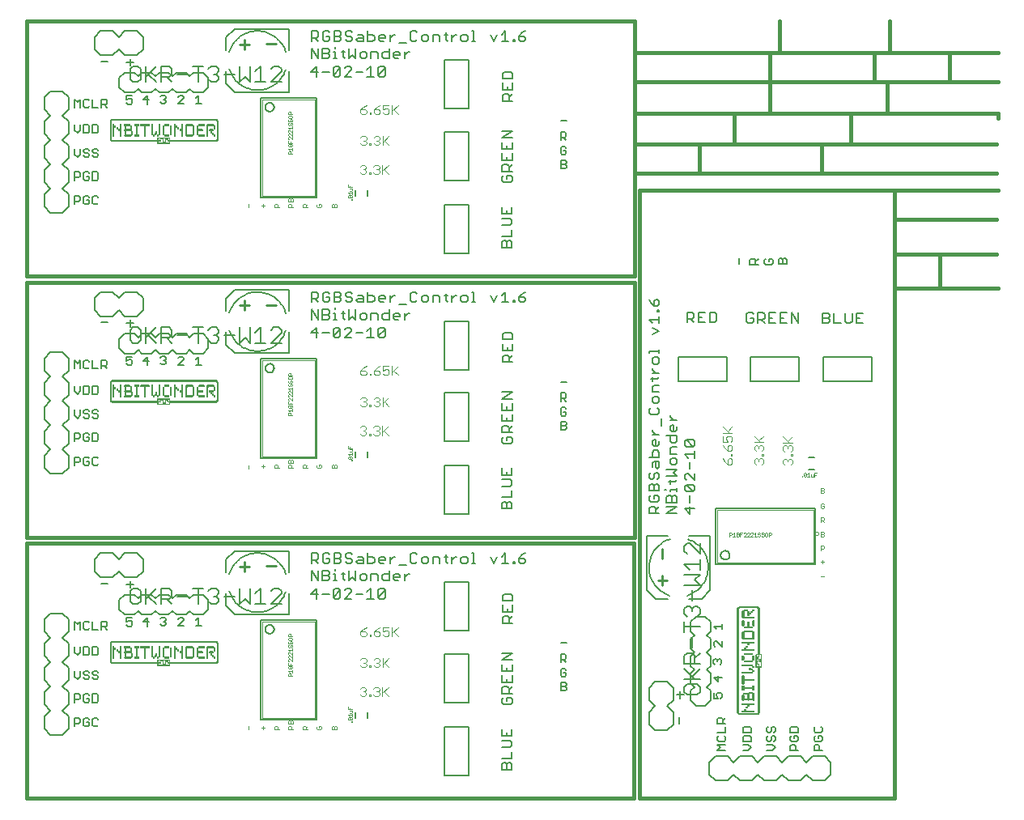
<source format=gto>
G75*
G70*
%OFA0B0*%
%FSLAX24Y24*%
%IPPOS*%
%LPD*%
%AMOC8*
5,1,8,0,0,1.08239X$1,22.5*
%
%ADD10C,0.0110*%
%ADD11C,0.0080*%
%ADD12C,0.0060*%
%ADD13C,0.0040*%
%ADD14C,0.0160*%
%ADD15C,0.0050*%
%ADD16C,0.0030*%
%ADD17C,0.0010*%
%ADD18C,0.0020*%
%ADD19R,0.0390X0.0003*%
%ADD20R,0.0012X0.0003*%
%ADD21R,0.0545X0.0002*%
%ADD22R,0.0550X0.0003*%
%ADD23R,0.0555X0.0002*%
%ADD24R,0.0555X0.0003*%
%ADD25R,0.0065X0.0003*%
%ADD26R,0.0030X0.0003*%
%ADD27R,0.0057X0.0002*%
%ADD28R,0.0023X0.0002*%
%ADD29R,0.0057X0.0003*%
%ADD30R,0.0020X0.0003*%
%ADD31R,0.0020X0.0002*%
%ADD32R,0.0018X0.0002*%
%ADD33R,0.0018X0.0003*%
%ADD34R,0.0120X0.0002*%
%ADD35R,0.0120X0.0003*%
%ADD36R,0.0023X0.0003*%
%ADD37R,0.0022X0.0003*%
%ADD38R,0.0022X0.0002*%
%ADD39R,0.1920X0.0003*%
%ADD40R,0.1905X0.0003*%
%ADD41R,0.1935X0.0002*%
%ADD42R,0.1920X0.0002*%
%ADD43R,0.1942X0.0003*%
%ADD44R,0.1928X0.0003*%
%ADD45R,0.2040X0.0002*%
%ADD46R,0.2023X0.0002*%
%ADD47R,0.2052X0.0003*%
%ADD48R,0.2035X0.0003*%
%ADD49R,0.2057X0.0002*%
%ADD50R,0.2043X0.0002*%
%ADD51R,0.2060X0.0003*%
%ADD52R,0.2045X0.0003*%
%ADD53R,0.2062X0.0002*%
%ADD54R,0.2048X0.0002*%
%ADD55R,0.2065X0.0003*%
%ADD56R,0.2050X0.0003*%
%ADD57R,0.2067X0.0002*%
%ADD58R,0.2053X0.0002*%
%ADD59R,0.2070X0.0003*%
%ADD60R,0.2055X0.0003*%
%ADD61R,0.2072X0.0002*%
%ADD62R,0.2058X0.0002*%
%ADD63R,0.2075X0.0003*%
%ADD64R,0.1977X0.0002*%
%ADD65R,0.1963X0.0002*%
%ADD66R,0.1977X0.0003*%
%ADD67R,0.1963X0.0003*%
%ADD68R,0.1980X0.0002*%
%ADD69R,0.1965X0.0002*%
%ADD70R,0.1980X0.0003*%
%ADD71R,0.1965X0.0003*%
%ADD72R,0.1982X0.0002*%
%ADD73R,0.1968X0.0002*%
%ADD74R,0.0105X0.0003*%
%ADD75R,0.0095X0.0003*%
%ADD76R,0.0098X0.0002*%
%ADD77R,0.0087X0.0002*%
%ADD78R,0.0093X0.0003*%
%ADD79R,0.0082X0.0003*%
%ADD80R,0.0088X0.0002*%
%ADD81R,0.0077X0.0002*%
%ADD82R,0.0085X0.0003*%
%ADD83R,0.0075X0.0003*%
%ADD84R,0.0082X0.0002*%
%ADD85R,0.0073X0.0002*%
%ADD86R,0.0080X0.0003*%
%ADD87R,0.0070X0.0003*%
%ADD88R,0.0068X0.0002*%
%ADD89R,0.0072X0.0003*%
%ADD90R,0.0025X0.0003*%
%ADD91R,0.0063X0.0003*%
%ADD92R,0.0072X0.0002*%
%ADD93R,0.0122X0.0002*%
%ADD94R,0.0063X0.0002*%
%ADD95R,0.0073X0.0003*%
%ADD96R,0.0122X0.0003*%
%ADD97R,0.0060X0.0003*%
%ADD98R,0.0070X0.0002*%
%ADD99R,0.0060X0.0002*%
%ADD100R,0.0068X0.0003*%
%ADD101R,0.0065X0.0002*%
%ADD102R,0.0025X0.0002*%
%ADD103R,0.0055X0.0002*%
%ADD104R,0.0055X0.0003*%
%ADD105R,0.0052X0.0002*%
%ADD106R,0.0130X0.0003*%
%ADD107R,0.0052X0.0003*%
%ADD108R,0.0128X0.0002*%
%ADD109R,0.0050X0.0002*%
%ADD110R,0.0128X0.0003*%
%ADD111R,0.0050X0.0003*%
%ADD112R,0.0058X0.0002*%
%ADD113R,0.0123X0.0002*%
%ADD114R,0.0047X0.0002*%
%ADD115R,0.0058X0.0003*%
%ADD116R,0.0123X0.0003*%
%ADD117R,0.0047X0.0003*%
%ADD118R,0.0045X0.0002*%
%ADD119R,0.0045X0.0003*%
%ADD120R,0.0062X0.0003*%
%ADD121R,0.0553X0.0003*%
%ADD122R,0.0550X0.0002*%
%ADD123R,0.0543X0.0003*%
%ADD124R,0.0027X0.0002*%
%ADD125R,0.0048X0.0003*%
%ADD126R,0.0242X0.0003*%
%ADD127R,0.0170X0.0003*%
%ADD128R,0.0172X0.0003*%
%ADD129R,0.0243X0.0003*%
%ADD130R,0.0210X0.0003*%
%ADD131R,0.0262X0.0002*%
%ADD132R,0.0188X0.0002*%
%ADD133R,0.0190X0.0002*%
%ADD134R,0.0225X0.0002*%
%ADD135R,0.0270X0.0003*%
%ADD136R,0.0198X0.0003*%
%ADD137R,0.0200X0.0003*%
%ADD138R,0.0235X0.0003*%
%ADD139R,0.0067X0.0003*%
%ADD140R,0.0280X0.0002*%
%ADD141R,0.0205X0.0002*%
%ADD142R,0.0277X0.0002*%
%ADD143R,0.0243X0.0002*%
%ADD144R,0.0285X0.0003*%
%ADD145R,0.0283X0.0003*%
%ADD146R,0.0247X0.0003*%
%ADD147R,0.0078X0.0002*%
%ADD148R,0.0290X0.0002*%
%ADD149R,0.0215X0.0002*%
%ADD150R,0.0287X0.0002*%
%ADD151R,0.0253X0.0002*%
%ADD152R,0.0080X0.0002*%
%ADD153R,0.0290X0.0003*%
%ADD154R,0.0218X0.0003*%
%ADD155R,0.0083X0.0003*%
%ADD156R,0.0220X0.0003*%
%ADD157R,0.0255X0.0003*%
%ADD158R,0.0085X0.0002*%
%ADD159R,0.0295X0.0002*%
%ADD160R,0.0222X0.0002*%
%ADD161R,0.0083X0.0002*%
%ADD162R,0.0220X0.0002*%
%ADD163R,0.0260X0.0002*%
%ADD164R,0.0298X0.0003*%
%ADD165R,0.0222X0.0003*%
%ADD166R,0.0087X0.0003*%
%ADD167R,0.0225X0.0003*%
%ADD168R,0.0295X0.0003*%
%ADD169R,0.0260X0.0003*%
%ADD170R,0.0300X0.0002*%
%ADD171R,0.0228X0.0002*%
%ADD172R,0.0265X0.0002*%
%ADD173R,0.0088X0.0003*%
%ADD174R,0.0300X0.0003*%
%ADD175R,0.0228X0.0003*%
%ADD176R,0.0230X0.0003*%
%ADD177R,0.0265X0.0003*%
%ADD178R,0.0230X0.0002*%
%ADD179R,0.0090X0.0002*%
%ADD180R,0.0090X0.0003*%
%ADD181R,0.0302X0.0003*%
%ADD182R,0.0302X0.0002*%
%ADD183R,0.0227X0.0003*%
%ADD184R,0.0262X0.0003*%
%ADD185R,0.0298X0.0002*%
%ADD186R,0.0075X0.0002*%
%ADD187R,0.0292X0.0002*%
%ADD188R,0.0223X0.0002*%
%ADD189R,0.0255X0.0002*%
%ADD190R,0.0292X0.0003*%
%ADD191R,0.0217X0.0003*%
%ADD192R,0.0288X0.0003*%
%ADD193R,0.0252X0.0003*%
%ADD194R,0.0067X0.0002*%
%ADD195R,0.0288X0.0002*%
%ADD196R,0.0213X0.0002*%
%ADD197R,0.0248X0.0002*%
%ADD198R,0.0282X0.0003*%
%ADD199R,0.0207X0.0003*%
%ADD200R,0.0280X0.0003*%
%ADD201R,0.0272X0.0002*%
%ADD202R,0.0053X0.0002*%
%ADD203R,0.0203X0.0002*%
%ADD204R,0.0238X0.0002*%
%ADD205R,0.0195X0.0003*%
%ADD206R,0.0043X0.0003*%
%ADD207R,0.0040X0.0003*%
%ADD208R,0.0193X0.0003*%
%ADD209R,0.0035X0.0003*%
%ADD210R,0.0043X0.0002*%
%ADD211R,0.0042X0.0002*%
%ADD212R,0.0250X0.0002*%
%ADD213R,0.0180X0.0002*%
%ADD214R,0.0012X0.0002*%
%ADD215R,0.0173X0.0002*%
%ADD216R,0.0095X0.0002*%
%ADD217R,0.0053X0.0003*%
%ADD218R,0.0038X0.0002*%
%ADD219R,0.0030X0.0002*%
%ADD220R,0.0035X0.0002*%
%ADD221R,0.0032X0.0002*%
%ADD222R,0.0062X0.0002*%
%ADD223R,0.0078X0.0003*%
%ADD224R,0.0077X0.0003*%
%ADD225R,0.0048X0.0002*%
%ADD226R,0.0042X0.0003*%
%ADD227R,0.0032X0.0003*%
%ADD228R,0.0138X0.0002*%
%ADD229R,0.0108X0.0003*%
%ADD230R,0.0258X0.0003*%
%ADD231R,0.0215X0.0003*%
%ADD232R,0.0155X0.0003*%
%ADD233R,0.0267X0.0002*%
%ADD234R,0.0165X0.0002*%
%ADD235R,0.0277X0.0003*%
%ADD236R,0.0140X0.0002*%
%ADD237R,0.0283X0.0002*%
%ADD238R,0.0245X0.0002*%
%ADD239R,0.0175X0.0002*%
%ADD240R,0.0145X0.0003*%
%ADD241R,0.0287X0.0003*%
%ADD242R,0.0250X0.0003*%
%ADD243R,0.0180X0.0003*%
%ADD244R,0.0150X0.0002*%
%ADD245R,0.0185X0.0002*%
%ADD246R,0.0150X0.0003*%
%ADD247R,0.0257X0.0003*%
%ADD248R,0.0187X0.0003*%
%ADD249R,0.0155X0.0002*%
%ADD250R,0.0263X0.0003*%
%ADD251R,0.0157X0.0002*%
%ADD252R,0.0263X0.0002*%
%ADD253R,0.0193X0.0002*%
%ADD254R,0.0160X0.0003*%
%ADD255R,0.0160X0.0002*%
%ADD256R,0.0195X0.0002*%
%ADD257R,0.0267X0.0003*%
%ADD258R,0.0190X0.0003*%
%ADD259R,0.0187X0.0002*%
%ADD260R,0.0152X0.0003*%
%ADD261R,0.0185X0.0003*%
%ADD262R,0.0257X0.0002*%
%ADD263R,0.0183X0.0002*%
%ADD264R,0.0148X0.0003*%
%ADD265R,0.0177X0.0003*%
%ADD266R,0.0142X0.0002*%
%ADD267R,0.0285X0.0002*%
%ADD268R,0.0138X0.0003*%
%ADD269R,0.0245X0.0003*%
%ADD270R,0.0167X0.0003*%
%ADD271R,0.0130X0.0002*%
%ADD272R,0.0270X0.0002*%
%ADD273R,0.0240X0.0002*%
%ADD274R,0.0140X0.0003*%
%ADD275R,0.0112X0.0002*%
%ADD276R,0.0218X0.0002*%
%ADD277R,0.0040X0.0002*%
%ADD278R,0.0105X0.0002*%
%ADD279R,0.0117X0.0003*%
%ADD280R,0.0127X0.0002*%
%ADD281R,0.0133X0.0003*%
%ADD282R,0.0143X0.0002*%
%ADD283R,0.0147X0.0002*%
%ADD284R,0.0153X0.0003*%
%ADD285R,0.0157X0.0003*%
%ADD286R,0.0163X0.0002*%
%ADD287R,0.0163X0.0003*%
%ADD288R,0.0135X0.0003*%
%ADD289R,0.0125X0.0002*%
%ADD290R,0.0115X0.0003*%
%ADD291R,0.0173X0.0003*%
%ADD292R,0.0315X0.0003*%
%ADD293R,0.0162X0.0003*%
%ADD294R,0.0253X0.0003*%
%ADD295R,0.0208X0.0003*%
%ADD296R,0.0333X0.0002*%
%ADD297R,0.0237X0.0003*%
%ADD298R,0.0343X0.0003*%
%ADD299R,0.0203X0.0003*%
%ADD300R,0.0272X0.0003*%
%ADD301R,0.0273X0.0003*%
%ADD302R,0.0208X0.0002*%
%ADD303R,0.0353X0.0002*%
%ADD304R,0.0207X0.0002*%
%ADD305R,0.0212X0.0003*%
%ADD306R,0.0357X0.0003*%
%ADD307R,0.0363X0.0002*%
%ADD308R,0.0217X0.0002*%
%ADD309R,0.0367X0.0003*%
%ADD310R,0.0223X0.0003*%
%ADD311R,0.0293X0.0003*%
%ADD312R,0.0367X0.0002*%
%ADD313R,0.0297X0.0002*%
%ADD314R,0.0370X0.0003*%
%ADD315R,0.0373X0.0002*%
%ADD316R,0.0227X0.0002*%
%ADD317R,0.0373X0.0003*%
%ADD318R,0.0375X0.0002*%
%ADD319R,0.0303X0.0002*%
%ADD320R,0.0375X0.0003*%
%ADD321R,0.0305X0.0003*%
%ADD322R,0.0305X0.0002*%
%ADD323R,0.0370X0.0002*%
%ADD324R,0.0365X0.0002*%
%ADD325R,0.0363X0.0003*%
%ADD326R,0.0247X0.0002*%
%ADD327R,0.0212X0.0002*%
%ADD328R,0.0357X0.0002*%
%ADD329R,0.0350X0.0003*%
%ADD330R,0.0278X0.0003*%
%ADD331R,0.0240X0.0003*%
%ADD332R,0.0235X0.0002*%
%ADD333R,0.0200X0.0002*%
%ADD334R,0.0343X0.0002*%
%ADD335R,0.0273X0.0002*%
%ADD336R,0.0333X0.0003*%
%ADD337R,0.0167X0.0002*%
%ADD338R,0.0313X0.0002*%
%ADD339R,0.0178X0.0002*%
%ADD340R,0.0242X0.0002*%
%ADD341R,0.0210X0.0002*%
%ADD342R,0.0093X0.0002*%
%ADD343R,0.0100X0.0003*%
%ADD344R,0.4430X0.0003*%
%ADD345R,0.4425X0.0002*%
%ADD346R,0.4425X0.0003*%
%ADD347R,0.4420X0.0002*%
%ADD348R,0.4420X0.0003*%
%ADD349R,0.4415X0.0002*%
%ADD350R,0.4410X0.0003*%
%ADD351R,0.4405X0.0002*%
%ADD352R,0.4400X0.0003*%
%ADD353R,0.4395X0.0002*%
%ADD354R,0.4390X0.0003*%
%ADD355R,0.4385X0.0002*%
%ADD356R,0.4380X0.0003*%
%ADD357R,0.4370X0.0002*%
%ADD358R,0.4360X0.0003*%
%ADD359R,0.4350X0.0002*%
%ADD360R,0.4330X0.0003*%
%ADD361R,0.4305X0.0002*%
%ADD362R,0.0003X0.0390*%
%ADD363R,0.0003X0.0012*%
%ADD364R,0.0002X0.0545*%
%ADD365R,0.0003X0.0550*%
%ADD366R,0.0002X0.0555*%
%ADD367R,0.0003X0.0555*%
%ADD368R,0.0003X0.0065*%
%ADD369R,0.0003X0.0030*%
%ADD370R,0.0002X0.0057*%
%ADD371R,0.0002X0.0023*%
%ADD372R,0.0003X0.0057*%
%ADD373R,0.0003X0.0020*%
%ADD374R,0.0002X0.0020*%
%ADD375R,0.0002X0.0018*%
%ADD376R,0.0003X0.0018*%
%ADD377R,0.0002X0.0120*%
%ADD378R,0.0003X0.0120*%
%ADD379R,0.0003X0.0023*%
%ADD380R,0.0003X0.0022*%
%ADD381R,0.0002X0.0022*%
%ADD382R,0.0003X0.1920*%
%ADD383R,0.0003X0.1905*%
%ADD384R,0.0002X0.1935*%
%ADD385R,0.0002X0.1920*%
%ADD386R,0.0003X0.1942*%
%ADD387R,0.0003X0.1928*%
%ADD388R,0.0002X0.2040*%
%ADD389R,0.0002X0.2023*%
%ADD390R,0.0003X0.2052*%
%ADD391R,0.0003X0.2035*%
%ADD392R,0.0002X0.2057*%
%ADD393R,0.0002X0.2043*%
%ADD394R,0.0003X0.2060*%
%ADD395R,0.0003X0.2045*%
%ADD396R,0.0002X0.2062*%
%ADD397R,0.0002X0.2048*%
%ADD398R,0.0003X0.2065*%
%ADD399R,0.0003X0.2050*%
%ADD400R,0.0002X0.2067*%
%ADD401R,0.0002X0.2053*%
%ADD402R,0.0003X0.2070*%
%ADD403R,0.0003X0.2055*%
%ADD404R,0.0002X0.2072*%
%ADD405R,0.0002X0.2058*%
%ADD406R,0.0003X0.2075*%
%ADD407R,0.0002X0.1977*%
%ADD408R,0.0002X0.1963*%
%ADD409R,0.0003X0.1977*%
%ADD410R,0.0003X0.1963*%
%ADD411R,0.0002X0.1980*%
%ADD412R,0.0002X0.1965*%
%ADD413R,0.0003X0.1980*%
%ADD414R,0.0003X0.1965*%
%ADD415R,0.0002X0.1982*%
%ADD416R,0.0002X0.1968*%
%ADD417R,0.0003X0.0105*%
%ADD418R,0.0003X0.0095*%
%ADD419R,0.0002X0.0098*%
%ADD420R,0.0002X0.0087*%
%ADD421R,0.0003X0.0093*%
%ADD422R,0.0003X0.0082*%
%ADD423R,0.0002X0.0088*%
%ADD424R,0.0002X0.0077*%
%ADD425R,0.0003X0.0085*%
%ADD426R,0.0003X0.0075*%
%ADD427R,0.0002X0.0082*%
%ADD428R,0.0002X0.0073*%
%ADD429R,0.0003X0.0080*%
%ADD430R,0.0003X0.0070*%
%ADD431R,0.0002X0.0068*%
%ADD432R,0.0003X0.0072*%
%ADD433R,0.0003X0.0025*%
%ADD434R,0.0003X0.0063*%
%ADD435R,0.0002X0.0072*%
%ADD436R,0.0002X0.0122*%
%ADD437R,0.0002X0.0063*%
%ADD438R,0.0003X0.0073*%
%ADD439R,0.0003X0.0122*%
%ADD440R,0.0003X0.0060*%
%ADD441R,0.0002X0.0070*%
%ADD442R,0.0002X0.0060*%
%ADD443R,0.0003X0.0068*%
%ADD444R,0.0002X0.0065*%
%ADD445R,0.0002X0.0025*%
%ADD446R,0.0002X0.0055*%
%ADD447R,0.0003X0.0055*%
%ADD448R,0.0002X0.0052*%
%ADD449R,0.0003X0.0130*%
%ADD450R,0.0003X0.0052*%
%ADD451R,0.0002X0.0128*%
%ADD452R,0.0002X0.0050*%
%ADD453R,0.0003X0.0128*%
%ADD454R,0.0003X0.0050*%
%ADD455R,0.0002X0.0058*%
%ADD456R,0.0002X0.0123*%
%ADD457R,0.0002X0.0047*%
%ADD458R,0.0003X0.0058*%
%ADD459R,0.0003X0.0123*%
%ADD460R,0.0003X0.0047*%
%ADD461R,0.0002X0.0045*%
%ADD462R,0.0003X0.0045*%
%ADD463R,0.0003X0.0062*%
%ADD464R,0.0003X0.0553*%
%ADD465R,0.0002X0.0550*%
%ADD466R,0.0003X0.0543*%
%ADD467R,0.0002X0.0027*%
%ADD468R,0.0003X0.0048*%
%ADD469R,0.0003X0.0242*%
%ADD470R,0.0003X0.0170*%
%ADD471R,0.0003X0.0172*%
%ADD472R,0.0003X0.0243*%
%ADD473R,0.0003X0.0210*%
%ADD474R,0.0002X0.0262*%
%ADD475R,0.0002X0.0188*%
%ADD476R,0.0002X0.0190*%
%ADD477R,0.0002X0.0225*%
%ADD478R,0.0003X0.0270*%
%ADD479R,0.0003X0.0198*%
%ADD480R,0.0003X0.0200*%
%ADD481R,0.0003X0.0235*%
%ADD482R,0.0003X0.0067*%
%ADD483R,0.0002X0.0280*%
%ADD484R,0.0002X0.0205*%
%ADD485R,0.0002X0.0277*%
%ADD486R,0.0002X0.0243*%
%ADD487R,0.0003X0.0285*%
%ADD488R,0.0003X0.0283*%
%ADD489R,0.0003X0.0247*%
%ADD490R,0.0002X0.0078*%
%ADD491R,0.0002X0.0290*%
%ADD492R,0.0002X0.0215*%
%ADD493R,0.0002X0.0287*%
%ADD494R,0.0002X0.0253*%
%ADD495R,0.0002X0.0080*%
%ADD496R,0.0003X0.0290*%
%ADD497R,0.0003X0.0218*%
%ADD498R,0.0003X0.0083*%
%ADD499R,0.0003X0.0220*%
%ADD500R,0.0003X0.0255*%
%ADD501R,0.0002X0.0085*%
%ADD502R,0.0002X0.0295*%
%ADD503R,0.0002X0.0222*%
%ADD504R,0.0002X0.0083*%
%ADD505R,0.0002X0.0220*%
%ADD506R,0.0002X0.0260*%
%ADD507R,0.0003X0.0298*%
%ADD508R,0.0003X0.0222*%
%ADD509R,0.0003X0.0087*%
%ADD510R,0.0003X0.0225*%
%ADD511R,0.0003X0.0295*%
%ADD512R,0.0003X0.0260*%
%ADD513R,0.0002X0.0300*%
%ADD514R,0.0002X0.0228*%
%ADD515R,0.0002X0.0265*%
%ADD516R,0.0003X0.0088*%
%ADD517R,0.0003X0.0300*%
%ADD518R,0.0003X0.0228*%
%ADD519R,0.0003X0.0230*%
%ADD520R,0.0003X0.0265*%
%ADD521R,0.0002X0.0230*%
%ADD522R,0.0002X0.0090*%
%ADD523R,0.0003X0.0090*%
%ADD524R,0.0003X0.0302*%
%ADD525R,0.0002X0.0302*%
%ADD526R,0.0003X0.0227*%
%ADD527R,0.0003X0.0262*%
%ADD528R,0.0002X0.0298*%
%ADD529R,0.0002X0.0075*%
%ADD530R,0.0002X0.0292*%
%ADD531R,0.0002X0.0223*%
%ADD532R,0.0002X0.0255*%
%ADD533R,0.0003X0.0292*%
%ADD534R,0.0003X0.0217*%
%ADD535R,0.0003X0.0288*%
%ADD536R,0.0003X0.0252*%
%ADD537R,0.0002X0.0067*%
%ADD538R,0.0002X0.0288*%
%ADD539R,0.0002X0.0213*%
%ADD540R,0.0002X0.0248*%
%ADD541R,0.0003X0.0282*%
%ADD542R,0.0003X0.0207*%
%ADD543R,0.0003X0.0280*%
%ADD544R,0.0002X0.0272*%
%ADD545R,0.0002X0.0053*%
%ADD546R,0.0002X0.0203*%
%ADD547R,0.0002X0.0238*%
%ADD548R,0.0003X0.0195*%
%ADD549R,0.0003X0.0043*%
%ADD550R,0.0003X0.0040*%
%ADD551R,0.0003X0.0193*%
%ADD552R,0.0003X0.0035*%
%ADD553R,0.0002X0.0043*%
%ADD554R,0.0002X0.0042*%
%ADD555R,0.0002X0.0250*%
%ADD556R,0.0002X0.0180*%
%ADD557R,0.0002X0.0012*%
%ADD558R,0.0002X0.0173*%
%ADD559R,0.0002X0.0095*%
%ADD560R,0.0003X0.0053*%
%ADD561R,0.0002X0.0038*%
%ADD562R,0.0002X0.0030*%
%ADD563R,0.0002X0.0035*%
%ADD564R,0.0002X0.0032*%
%ADD565R,0.0002X0.0062*%
%ADD566R,0.0003X0.0078*%
%ADD567R,0.0003X0.0077*%
%ADD568R,0.0002X0.0048*%
%ADD569R,0.0003X0.0042*%
%ADD570R,0.0003X0.0032*%
%ADD571R,0.0002X0.0138*%
%ADD572R,0.0003X0.0108*%
%ADD573R,0.0003X0.0258*%
%ADD574R,0.0003X0.0215*%
%ADD575R,0.0003X0.0155*%
%ADD576R,0.0002X0.0267*%
%ADD577R,0.0002X0.0165*%
%ADD578R,0.0003X0.0277*%
%ADD579R,0.0002X0.0140*%
%ADD580R,0.0002X0.0283*%
%ADD581R,0.0002X0.0245*%
%ADD582R,0.0002X0.0175*%
%ADD583R,0.0003X0.0145*%
%ADD584R,0.0003X0.0287*%
%ADD585R,0.0003X0.0250*%
%ADD586R,0.0003X0.0180*%
%ADD587R,0.0002X0.0150*%
%ADD588R,0.0002X0.0185*%
%ADD589R,0.0003X0.0150*%
%ADD590R,0.0003X0.0257*%
%ADD591R,0.0003X0.0187*%
%ADD592R,0.0002X0.0155*%
%ADD593R,0.0003X0.0263*%
%ADD594R,0.0002X0.0157*%
%ADD595R,0.0002X0.0263*%
%ADD596R,0.0002X0.0193*%
%ADD597R,0.0003X0.0160*%
%ADD598R,0.0002X0.0160*%
%ADD599R,0.0002X0.0195*%
%ADD600R,0.0003X0.0267*%
%ADD601R,0.0003X0.0190*%
%ADD602R,0.0002X0.0187*%
%ADD603R,0.0003X0.0152*%
%ADD604R,0.0003X0.0185*%
%ADD605R,0.0002X0.0257*%
%ADD606R,0.0002X0.0183*%
%ADD607R,0.0003X0.0148*%
%ADD608R,0.0003X0.0177*%
%ADD609R,0.0002X0.0142*%
%ADD610R,0.0002X0.0285*%
%ADD611R,0.0003X0.0138*%
%ADD612R,0.0003X0.0245*%
%ADD613R,0.0003X0.0167*%
%ADD614R,0.0002X0.0130*%
%ADD615R,0.0002X0.0270*%
%ADD616R,0.0002X0.0240*%
%ADD617R,0.0003X0.0140*%
%ADD618R,0.0002X0.0112*%
%ADD619R,0.0002X0.0218*%
%ADD620R,0.0002X0.0040*%
%ADD621R,0.0002X0.0105*%
%ADD622R,0.0003X0.0117*%
%ADD623R,0.0002X0.0127*%
%ADD624R,0.0003X0.0133*%
%ADD625R,0.0002X0.0143*%
%ADD626R,0.0002X0.0147*%
%ADD627R,0.0003X0.0153*%
%ADD628R,0.0003X0.0157*%
%ADD629R,0.0002X0.0163*%
%ADD630R,0.0003X0.0163*%
%ADD631R,0.0003X0.0135*%
%ADD632R,0.0002X0.0125*%
%ADD633R,0.0003X0.0115*%
%ADD634R,0.0003X0.0173*%
%ADD635R,0.0003X0.0315*%
%ADD636R,0.0003X0.0162*%
%ADD637R,0.0003X0.0253*%
%ADD638R,0.0003X0.0208*%
%ADD639R,0.0002X0.0333*%
%ADD640R,0.0003X0.0237*%
%ADD641R,0.0003X0.0343*%
%ADD642R,0.0003X0.0203*%
%ADD643R,0.0003X0.0272*%
%ADD644R,0.0003X0.0273*%
%ADD645R,0.0002X0.0208*%
%ADD646R,0.0002X0.0353*%
%ADD647R,0.0002X0.0207*%
%ADD648R,0.0003X0.0212*%
%ADD649R,0.0003X0.0357*%
%ADD650R,0.0002X0.0363*%
%ADD651R,0.0002X0.0217*%
%ADD652R,0.0003X0.0367*%
%ADD653R,0.0003X0.0223*%
%ADD654R,0.0003X0.0293*%
%ADD655R,0.0002X0.0367*%
%ADD656R,0.0002X0.0297*%
%ADD657R,0.0003X0.0370*%
%ADD658R,0.0002X0.0373*%
%ADD659R,0.0002X0.0227*%
%ADD660R,0.0003X0.0373*%
%ADD661R,0.0002X0.0375*%
%ADD662R,0.0002X0.0303*%
%ADD663R,0.0003X0.0375*%
%ADD664R,0.0003X0.0305*%
%ADD665R,0.0002X0.0305*%
%ADD666R,0.0002X0.0370*%
%ADD667R,0.0002X0.0365*%
%ADD668R,0.0003X0.0363*%
%ADD669R,0.0002X0.0247*%
%ADD670R,0.0002X0.0212*%
%ADD671R,0.0002X0.0357*%
%ADD672R,0.0003X0.0350*%
%ADD673R,0.0003X0.0278*%
%ADD674R,0.0003X0.0240*%
%ADD675R,0.0002X0.0235*%
%ADD676R,0.0002X0.0200*%
%ADD677R,0.0002X0.0343*%
%ADD678R,0.0002X0.0273*%
%ADD679R,0.0003X0.0333*%
%ADD680R,0.0002X0.0167*%
%ADD681R,0.0002X0.0313*%
%ADD682R,0.0002X0.0178*%
%ADD683R,0.0002X0.0242*%
%ADD684R,0.0002X0.0210*%
%ADD685R,0.0002X0.0093*%
%ADD686R,0.0003X0.0100*%
%ADD687R,0.0003X0.4430*%
%ADD688R,0.0002X0.4425*%
%ADD689R,0.0003X0.4425*%
%ADD690R,0.0002X0.4420*%
%ADD691R,0.0003X0.4420*%
%ADD692R,0.0002X0.4415*%
%ADD693R,0.0003X0.4410*%
%ADD694R,0.0002X0.4405*%
%ADD695R,0.0003X0.4400*%
%ADD696R,0.0002X0.4395*%
%ADD697R,0.0003X0.4390*%
%ADD698R,0.0002X0.4385*%
%ADD699R,0.0003X0.4380*%
%ADD700R,0.0002X0.4370*%
%ADD701R,0.0003X0.4360*%
%ADD702R,0.0002X0.4350*%
%ADD703R,0.0003X0.4330*%
%ADD704R,0.0002X0.4305*%
D10*
X009268Y009820D02*
X009268Y010214D01*
X009071Y010017D02*
X009465Y010017D01*
X010175Y010046D02*
X010569Y010046D01*
X009268Y020570D02*
X009268Y020964D01*
X009071Y020767D02*
X009465Y020767D01*
X010175Y020796D02*
X010569Y020796D01*
X009268Y031320D02*
X009268Y031714D01*
X009071Y031517D02*
X009465Y031517D01*
X010175Y031546D02*
X010569Y031546D01*
X026460Y010740D02*
X026460Y010347D01*
X026489Y009636D02*
X026489Y009243D01*
X026292Y009439D02*
X026686Y009439D01*
D11*
X026778Y008822D02*
X026713Y008845D01*
X026650Y008871D01*
X026589Y008901D01*
X026529Y008935D01*
X026471Y008971D01*
X026415Y009011D01*
X026362Y009054D01*
X026311Y009100D01*
X026263Y009149D01*
X026218Y009200D01*
X026175Y009254D01*
X026136Y009310D01*
X026100Y009368D01*
X026067Y009429D01*
X026038Y009491D01*
X026012Y009554D01*
X025990Y009619D01*
X025971Y009685D01*
X025957Y009752D01*
X025946Y009819D01*
X025939Y009888D01*
X025935Y009956D01*
X025936Y010025D01*
X025940Y010093D01*
X025949Y010161D01*
X025961Y010228D01*
X025976Y010295D01*
X025996Y010361D01*
X026019Y010425D01*
X026046Y010488D01*
X026077Y010550D01*
X026110Y010609D01*
X026147Y010667D01*
X026188Y010722D01*
X026231Y010775D01*
X026277Y010826D01*
X026326Y010874D01*
X026378Y010919D01*
X026432Y010961D01*
X026488Y011000D01*
X026547Y011036D01*
X026607Y011068D01*
X026669Y011097D01*
X026733Y011123D01*
X026798Y011144D01*
X026719Y011282D02*
X025853Y011282D01*
X025853Y009038D01*
X026207Y008684D01*
X026719Y008684D01*
X027585Y008684D02*
X028097Y008684D01*
X028451Y009038D01*
X028451Y011282D01*
X027585Y011282D01*
X027609Y012192D02*
X027609Y012473D01*
X027609Y012653D02*
X027609Y012933D01*
X027469Y013113D02*
X027399Y013183D01*
X027399Y013323D01*
X027469Y013393D01*
X027750Y013113D01*
X027820Y013183D01*
X027820Y013323D01*
X027750Y013393D01*
X027469Y013393D01*
X027469Y013574D02*
X027399Y013644D01*
X027399Y013784D01*
X027469Y013854D01*
X027539Y013854D01*
X027820Y013574D01*
X027820Y013854D01*
X027609Y014034D02*
X027609Y014314D01*
X027539Y014494D02*
X027399Y014634D01*
X027820Y014634D01*
X027820Y014494D02*
X027820Y014774D01*
X027750Y014955D02*
X027469Y015235D01*
X027750Y015235D01*
X027820Y015165D01*
X027820Y015025D01*
X027750Y014955D01*
X027469Y014955D01*
X027399Y015025D01*
X027399Y015165D01*
X027469Y015235D01*
X027076Y015187D02*
X027076Y015398D01*
X026655Y015398D01*
X026795Y015398D02*
X026795Y015187D01*
X026865Y015117D01*
X027006Y015117D01*
X027076Y015187D01*
X027076Y014937D02*
X026865Y014937D01*
X026795Y014867D01*
X026795Y014657D01*
X027076Y014657D01*
X027006Y014477D02*
X026865Y014477D01*
X026795Y014407D01*
X026795Y014267D01*
X026865Y014197D01*
X027006Y014197D01*
X027076Y014267D01*
X027076Y014407D01*
X027006Y014477D01*
X027076Y014017D02*
X026655Y014017D01*
X026655Y013736D02*
X027076Y013736D01*
X026935Y013876D01*
X027076Y014017D01*
X027076Y013570D02*
X027006Y013499D01*
X026725Y013499D01*
X026795Y013429D02*
X026795Y013570D01*
X026795Y013193D02*
X027076Y013193D01*
X027076Y013123D02*
X027076Y013263D01*
X026795Y013193D02*
X026795Y013123D01*
X026655Y013193D02*
X026585Y013193D01*
X026357Y013136D02*
X026357Y013346D01*
X026287Y013417D01*
X026217Y013417D01*
X026147Y013346D01*
X026147Y013136D01*
X026147Y012956D02*
X026147Y012816D01*
X026147Y012956D02*
X026287Y012956D01*
X026357Y012886D01*
X026357Y012746D01*
X026287Y012676D01*
X026007Y012676D01*
X025937Y012746D01*
X025937Y012886D01*
X026007Y012956D01*
X025937Y013136D02*
X025937Y013346D01*
X026007Y013417D01*
X026077Y013417D01*
X026147Y013346D01*
X026077Y013597D02*
X026007Y013597D01*
X025937Y013667D01*
X025937Y013807D01*
X026007Y013877D01*
X026147Y013807D02*
X026147Y013667D01*
X026077Y013597D01*
X026287Y013597D02*
X026357Y013667D01*
X026357Y013807D01*
X026287Y013877D01*
X026217Y013877D01*
X026147Y013807D01*
X026287Y014057D02*
X026217Y014127D01*
X026217Y014337D01*
X026147Y014337D02*
X026357Y014337D01*
X026357Y014127D01*
X026287Y014057D01*
X026077Y014127D02*
X026077Y014267D01*
X026147Y014337D01*
X026077Y014517D02*
X026077Y014728D01*
X026147Y014798D01*
X026287Y014798D01*
X026357Y014728D01*
X026357Y014517D01*
X025937Y014517D01*
X026147Y014978D02*
X026077Y015048D01*
X026077Y015188D01*
X026147Y015258D01*
X026217Y015258D01*
X026217Y014978D01*
X026287Y014978D02*
X026147Y014978D01*
X026287Y014978D02*
X026357Y015048D01*
X026357Y015188D01*
X026357Y015438D02*
X026077Y015438D01*
X026217Y015438D02*
X026077Y015578D01*
X026077Y015648D01*
X026427Y015822D02*
X026427Y016102D01*
X026287Y016282D02*
X026357Y016352D01*
X026357Y016492D01*
X026287Y016562D01*
X026287Y016742D02*
X026357Y016812D01*
X026357Y016953D01*
X026287Y017023D01*
X026147Y017023D01*
X026077Y016953D01*
X026077Y016812D01*
X026147Y016742D01*
X026287Y016742D01*
X026007Y016562D02*
X025937Y016492D01*
X025937Y016352D01*
X026007Y016282D01*
X026287Y016282D01*
X026795Y016248D02*
X026795Y016178D01*
X026935Y016038D01*
X026795Y016038D02*
X027076Y016038D01*
X026935Y015858D02*
X026935Y015578D01*
X026865Y015578D02*
X026795Y015648D01*
X026795Y015788D01*
X026865Y015858D01*
X026935Y015858D01*
X027076Y015788D02*
X027076Y015648D01*
X027006Y015578D01*
X026865Y015578D01*
X026357Y017203D02*
X026077Y017203D01*
X026077Y017413D01*
X026147Y017483D01*
X026357Y017483D01*
X026287Y017733D02*
X026007Y017733D01*
X026077Y017663D02*
X026077Y017803D01*
X026077Y017970D02*
X026357Y017970D01*
X026217Y017970D02*
X026077Y018110D01*
X026077Y018180D01*
X026147Y018354D02*
X026287Y018354D01*
X026357Y018424D01*
X026357Y018564D01*
X026287Y018634D01*
X026147Y018634D01*
X026077Y018564D01*
X026077Y018424D01*
X026147Y018354D01*
X026357Y018814D02*
X026357Y018954D01*
X026357Y018884D02*
X025937Y018884D01*
X025937Y018814D01*
X026077Y019581D02*
X026357Y019721D01*
X026077Y019861D01*
X026077Y020042D02*
X025937Y020182D01*
X026357Y020182D01*
X026357Y020042D02*
X026357Y020322D01*
X026357Y020502D02*
X026357Y020572D01*
X026287Y020572D01*
X026287Y020502D01*
X026357Y020502D01*
X026287Y020732D02*
X026357Y020802D01*
X026357Y020942D01*
X026287Y021012D01*
X026217Y021012D01*
X026147Y020942D01*
X026147Y020732D01*
X026287Y020732D01*
X026147Y020732D02*
X026007Y020872D01*
X025937Y021012D01*
X027510Y020486D02*
X027510Y020066D01*
X027510Y020206D02*
X027720Y020206D01*
X027790Y020276D01*
X027790Y020416D01*
X027720Y020486D01*
X027510Y020486D01*
X027650Y020206D02*
X027790Y020066D01*
X027970Y020066D02*
X028251Y020066D01*
X028431Y020066D02*
X028641Y020066D01*
X028711Y020136D01*
X028711Y020416D01*
X028641Y020486D01*
X028431Y020486D01*
X028431Y020066D01*
X028110Y020276D02*
X027970Y020276D01*
X027970Y020486D02*
X027970Y020066D01*
X027970Y020486D02*
X028251Y020486D01*
X029952Y020401D02*
X029952Y020121D01*
X030022Y020051D01*
X030162Y020051D01*
X030232Y020121D01*
X030232Y020261D01*
X030092Y020261D01*
X029952Y020401D02*
X030022Y020471D01*
X030162Y020471D01*
X030232Y020401D01*
X030413Y020471D02*
X030623Y020471D01*
X030693Y020401D01*
X030693Y020261D01*
X030623Y020191D01*
X030413Y020191D01*
X030553Y020191D02*
X030693Y020051D01*
X030873Y020051D02*
X031153Y020051D01*
X031333Y020051D02*
X031333Y020471D01*
X031614Y020471D01*
X031794Y020471D02*
X032074Y020051D01*
X032074Y020471D01*
X031794Y020471D02*
X031794Y020051D01*
X031614Y020051D02*
X031333Y020051D01*
X031333Y020261D02*
X031473Y020261D01*
X031153Y020471D02*
X030873Y020471D01*
X030873Y020051D01*
X030873Y020261D02*
X031013Y020261D01*
X030413Y020051D02*
X030413Y020471D01*
X033091Y020456D02*
X033091Y020035D01*
X033301Y020035D01*
X033371Y020106D01*
X033371Y020176D01*
X033301Y020246D01*
X033091Y020246D01*
X033091Y020456D02*
X033301Y020456D01*
X033371Y020386D01*
X033371Y020316D01*
X033301Y020246D01*
X033551Y020456D02*
X033551Y020035D01*
X033831Y020035D01*
X034011Y020106D02*
X034081Y020035D01*
X034222Y020035D01*
X034292Y020106D01*
X034292Y020456D01*
X034472Y020456D02*
X034472Y020035D01*
X034752Y020035D01*
X034612Y020246D02*
X034472Y020246D01*
X034472Y020456D02*
X034752Y020456D01*
X034011Y020456D02*
X034011Y020106D01*
X026357Y017803D02*
X026287Y017733D01*
X020841Y020969D02*
X020771Y020899D01*
X020631Y020899D01*
X020561Y020969D01*
X020561Y021109D01*
X020771Y021109D01*
X020841Y021039D01*
X020841Y020969D01*
X020701Y021249D02*
X020841Y021319D01*
X020701Y021249D02*
X020561Y021109D01*
X020401Y020969D02*
X020401Y020899D01*
X020331Y020899D01*
X020331Y020969D01*
X020401Y020969D01*
X020150Y020899D02*
X019870Y020899D01*
X020010Y020899D02*
X020010Y021319D01*
X019870Y021179D01*
X019690Y021179D02*
X019550Y020899D01*
X019410Y021179D01*
X018783Y020899D02*
X018643Y020899D01*
X018713Y020899D02*
X018713Y021319D01*
X018643Y021319D01*
X018463Y021109D02*
X018392Y021179D01*
X018252Y021179D01*
X018182Y021109D01*
X018182Y020969D01*
X018252Y020899D01*
X018392Y020899D01*
X018463Y020969D01*
X018463Y021109D01*
X018009Y021179D02*
X017939Y021179D01*
X017799Y021039D01*
X017799Y020899D02*
X017799Y021179D01*
X017632Y021179D02*
X017492Y021179D01*
X017562Y021249D02*
X017562Y020969D01*
X017632Y020899D01*
X017312Y020899D02*
X017312Y021109D01*
X017242Y021179D01*
X017031Y021179D01*
X017031Y020899D01*
X016851Y020969D02*
X016781Y020899D01*
X016641Y020899D01*
X016571Y020969D01*
X016571Y021109D01*
X016641Y021179D01*
X016781Y021179D01*
X016851Y021109D01*
X016851Y020969D01*
X016391Y020969D02*
X016321Y020899D01*
X016181Y020899D01*
X016111Y020969D01*
X016111Y021249D01*
X016181Y021319D01*
X016321Y021319D01*
X016391Y021249D01*
X015931Y020829D02*
X015650Y020829D01*
X015617Y020461D02*
X015687Y020391D01*
X015687Y020320D01*
X015406Y020320D01*
X015406Y020250D02*
X015406Y020391D01*
X015476Y020461D01*
X015617Y020461D01*
X015867Y020461D02*
X015867Y020180D01*
X015867Y020320D02*
X016007Y020461D01*
X016077Y020461D01*
X015617Y020180D02*
X015476Y020180D01*
X015406Y020250D01*
X015226Y020180D02*
X015016Y020180D01*
X014946Y020250D01*
X014946Y020391D01*
X015016Y020461D01*
X015226Y020461D01*
X015226Y020601D02*
X015226Y020180D01*
X014993Y019857D02*
X015064Y019787D01*
X014783Y019506D01*
X014853Y019436D01*
X014993Y019436D01*
X015064Y019506D01*
X015064Y019787D01*
X014993Y019857D02*
X014853Y019857D01*
X014783Y019787D01*
X014783Y019506D01*
X014603Y019436D02*
X014323Y019436D01*
X014463Y019436D02*
X014463Y019857D01*
X014323Y019717D01*
X014143Y019646D02*
X013863Y019646D01*
X013682Y019717D02*
X013682Y019787D01*
X013612Y019857D01*
X013472Y019857D01*
X013402Y019787D01*
X013222Y019787D02*
X012942Y019506D01*
X013012Y019436D01*
X013152Y019436D01*
X013222Y019506D01*
X013222Y019787D01*
X013152Y019857D01*
X013012Y019857D01*
X012942Y019787D01*
X012942Y019506D01*
X012762Y019646D02*
X012481Y019646D01*
X012301Y019646D02*
X012021Y019646D01*
X012231Y019857D01*
X012231Y019436D01*
X012311Y020180D02*
X012311Y020601D01*
X012491Y020601D02*
X012701Y020601D01*
X012771Y020531D01*
X012771Y020461D01*
X012701Y020391D01*
X012491Y020391D01*
X012491Y020601D02*
X012491Y020180D01*
X012701Y020180D01*
X012771Y020250D01*
X012771Y020320D01*
X012701Y020391D01*
X012951Y020461D02*
X013021Y020461D01*
X013021Y020180D01*
X012951Y020180D02*
X013091Y020180D01*
X013328Y020250D02*
X013398Y020180D01*
X013328Y020250D02*
X013328Y020531D01*
X013258Y020461D02*
X013398Y020461D01*
X013565Y020601D02*
X013565Y020180D01*
X013705Y020320D01*
X013845Y020180D01*
X013845Y020601D01*
X014025Y020391D02*
X014025Y020250D01*
X014095Y020180D01*
X014236Y020180D01*
X014306Y020250D01*
X014306Y020391D01*
X014236Y020461D01*
X014095Y020461D01*
X014025Y020391D01*
X014486Y020461D02*
X014486Y020180D01*
X014766Y020180D02*
X014766Y020391D01*
X014696Y020461D01*
X014486Y020461D01*
X014556Y020899D02*
X014626Y020969D01*
X014626Y021109D01*
X014556Y021179D01*
X014346Y021179D01*
X014346Y021319D02*
X014346Y020899D01*
X014556Y020899D01*
X014806Y020969D02*
X014806Y021109D01*
X014876Y021179D01*
X015017Y021179D01*
X015087Y021109D01*
X015087Y021039D01*
X014806Y021039D01*
X014806Y020969D02*
X014876Y020899D01*
X015017Y020899D01*
X015267Y020899D02*
X015267Y021179D01*
X015407Y021179D02*
X015477Y021179D01*
X015407Y021179D02*
X015267Y021039D01*
X014166Y021039D02*
X013956Y021039D01*
X013886Y020969D01*
X013956Y020899D01*
X014166Y020899D01*
X014166Y021109D01*
X014096Y021179D01*
X013956Y021179D01*
X013706Y021249D02*
X013635Y021319D01*
X013495Y021319D01*
X013425Y021249D01*
X013425Y021179D01*
X013495Y021109D01*
X013635Y021109D01*
X013706Y021039D01*
X013706Y020969D01*
X013635Y020899D01*
X013495Y020899D01*
X013425Y020969D01*
X013245Y020969D02*
X013175Y020899D01*
X012965Y020899D01*
X012965Y021319D01*
X013175Y021319D01*
X013245Y021249D01*
X013245Y021179D01*
X013175Y021109D01*
X012965Y021109D01*
X012785Y021109D02*
X012645Y021109D01*
X012785Y021109D02*
X012785Y020969D01*
X012715Y020899D01*
X012575Y020899D01*
X012505Y020969D01*
X012505Y021249D01*
X012575Y021319D01*
X012715Y021319D01*
X012785Y021249D01*
X013175Y021109D02*
X013245Y021039D01*
X013245Y020969D01*
X013021Y020671D02*
X013021Y020601D01*
X012324Y020899D02*
X012184Y021039D01*
X012254Y021039D02*
X012044Y021039D01*
X012044Y020899D02*
X012044Y021319D01*
X012254Y021319D01*
X012324Y021249D01*
X012324Y021109D01*
X012254Y021039D01*
X012031Y020601D02*
X012311Y020180D01*
X012031Y020180D02*
X012031Y020601D01*
X011111Y020537D02*
X011111Y021403D01*
X008867Y021403D01*
X008512Y021049D01*
X008512Y020537D01*
X008512Y019671D02*
X008512Y019159D01*
X008867Y018804D01*
X011111Y018804D01*
X011111Y019671D01*
X010973Y019730D02*
X010950Y019665D01*
X010924Y019602D01*
X010894Y019541D01*
X010860Y019481D01*
X010824Y019423D01*
X010784Y019367D01*
X010741Y019314D01*
X010695Y019263D01*
X010646Y019215D01*
X010595Y019170D01*
X010541Y019127D01*
X010485Y019088D01*
X010427Y019052D01*
X010366Y019019D01*
X010304Y018990D01*
X010241Y018964D01*
X010176Y018942D01*
X010110Y018923D01*
X010043Y018909D01*
X009976Y018898D01*
X009907Y018891D01*
X009839Y018887D01*
X009770Y018888D01*
X009702Y018892D01*
X009634Y018901D01*
X009567Y018913D01*
X009500Y018928D01*
X009434Y018948D01*
X009370Y018971D01*
X009307Y018998D01*
X009245Y019029D01*
X009186Y019062D01*
X009128Y019099D01*
X009073Y019140D01*
X009020Y019183D01*
X008969Y019229D01*
X008921Y019278D01*
X008876Y019330D01*
X008834Y019384D01*
X008795Y019440D01*
X008759Y019499D01*
X008727Y019559D01*
X008698Y019621D01*
X008672Y019685D01*
X008651Y019750D01*
X008651Y020478D02*
X008674Y020543D01*
X008700Y020606D01*
X008730Y020667D01*
X008764Y020727D01*
X008800Y020785D01*
X008840Y020841D01*
X008883Y020894D01*
X008929Y020945D01*
X008978Y020993D01*
X009029Y021038D01*
X009083Y021081D01*
X009139Y021120D01*
X009197Y021156D01*
X009258Y021189D01*
X009320Y021218D01*
X009383Y021244D01*
X009448Y021266D01*
X009514Y021285D01*
X009581Y021299D01*
X009648Y021310D01*
X009717Y021317D01*
X009785Y021321D01*
X009854Y021320D01*
X009922Y021316D01*
X009990Y021307D01*
X010057Y021295D01*
X010124Y021280D01*
X010190Y021260D01*
X010254Y021237D01*
X010317Y021210D01*
X010379Y021179D01*
X010438Y021146D01*
X010496Y021109D01*
X010551Y021068D01*
X010604Y021025D01*
X010655Y020979D01*
X010703Y020930D01*
X010748Y020878D01*
X010790Y020824D01*
X010829Y020768D01*
X010865Y020709D01*
X010897Y020649D01*
X010926Y020587D01*
X010952Y020523D01*
X010973Y020458D01*
X013402Y019436D02*
X013682Y019717D01*
X013682Y019436D02*
X013402Y019436D01*
X019894Y019365D02*
X019894Y019576D01*
X019964Y019646D01*
X020245Y019646D01*
X020315Y019576D01*
X020315Y019365D01*
X019894Y019365D01*
X019894Y019185D02*
X019894Y018905D01*
X020315Y018905D01*
X020315Y019185D01*
X020104Y019045D02*
X020104Y018905D01*
X020104Y018725D02*
X020175Y018655D01*
X020175Y018445D01*
X020315Y018445D02*
X019894Y018445D01*
X019894Y018655D01*
X019964Y018725D01*
X020104Y018725D01*
X020175Y018585D02*
X020315Y018725D01*
X020299Y017203D02*
X019879Y017203D01*
X019879Y016923D02*
X020299Y017203D01*
X020299Y016923D02*
X019879Y016923D01*
X019879Y016743D02*
X019879Y016463D01*
X020299Y016463D01*
X020299Y016743D01*
X020089Y016603D02*
X020089Y016463D01*
X019879Y016283D02*
X019879Y016002D01*
X020299Y016002D01*
X020299Y016283D01*
X020089Y016143D02*
X020089Y016002D01*
X020089Y015822D02*
X020159Y015752D01*
X020159Y015542D01*
X020159Y015682D02*
X020299Y015822D01*
X020089Y015822D02*
X019949Y015822D01*
X019879Y015752D01*
X019879Y015542D01*
X020299Y015542D01*
X020229Y015362D02*
X020089Y015362D01*
X020089Y015222D01*
X019949Y015362D02*
X019879Y015292D01*
X019879Y015152D01*
X019949Y015082D01*
X020229Y015082D01*
X020299Y015152D01*
X020299Y015292D01*
X020229Y015362D01*
X020284Y014065D02*
X020284Y013785D01*
X019864Y013785D01*
X019864Y014065D01*
X020074Y013925D02*
X020074Y013785D01*
X020214Y013605D02*
X019864Y013605D01*
X019864Y013324D02*
X020214Y013324D01*
X020284Y013394D01*
X020284Y013534D01*
X020214Y013605D01*
X020284Y013144D02*
X020284Y012864D01*
X019864Y012864D01*
X019934Y012684D02*
X019864Y012614D01*
X019864Y012404D01*
X020284Y012404D01*
X020284Y012614D01*
X020214Y012684D01*
X020144Y012684D01*
X020074Y012614D01*
X020074Y012404D01*
X020074Y012614D02*
X020004Y012684D01*
X019934Y012684D01*
X020010Y010569D02*
X020010Y010149D01*
X019870Y010149D02*
X020150Y010149D01*
X020331Y010149D02*
X020401Y010149D01*
X020401Y010219D01*
X020331Y010219D01*
X020331Y010149D01*
X020561Y010219D02*
X020631Y010149D01*
X020771Y010149D01*
X020841Y010219D01*
X020841Y010289D01*
X020771Y010359D01*
X020561Y010359D01*
X020561Y010219D01*
X020561Y010359D02*
X020701Y010499D01*
X020841Y010569D01*
X020010Y010569D02*
X019870Y010429D01*
X019690Y010429D02*
X019550Y010149D01*
X019410Y010429D01*
X018783Y010149D02*
X018643Y010149D01*
X018713Y010149D02*
X018713Y010569D01*
X018643Y010569D01*
X018463Y010359D02*
X018392Y010429D01*
X018252Y010429D01*
X018182Y010359D01*
X018182Y010219D01*
X018252Y010149D01*
X018392Y010149D01*
X018463Y010219D01*
X018463Y010359D01*
X018009Y010429D02*
X017939Y010429D01*
X017799Y010289D01*
X017799Y010149D02*
X017799Y010429D01*
X017632Y010429D02*
X017492Y010429D01*
X017562Y010499D02*
X017562Y010219D01*
X017632Y010149D01*
X017312Y010149D02*
X017312Y010359D01*
X017242Y010429D01*
X017031Y010429D01*
X017031Y010149D01*
X016851Y010219D02*
X016851Y010359D01*
X016781Y010429D01*
X016641Y010429D01*
X016571Y010359D01*
X016571Y010219D01*
X016641Y010149D01*
X016781Y010149D01*
X016851Y010219D01*
X016391Y010219D02*
X016321Y010149D01*
X016181Y010149D01*
X016111Y010219D01*
X016111Y010499D01*
X016181Y010569D01*
X016321Y010569D01*
X016391Y010499D01*
X015931Y010079D02*
X015650Y010079D01*
X015617Y009711D02*
X015687Y009641D01*
X015687Y009570D01*
X015406Y009570D01*
X015406Y009500D02*
X015406Y009641D01*
X015476Y009711D01*
X015617Y009711D01*
X015867Y009711D02*
X015867Y009430D01*
X015867Y009570D02*
X016007Y009711D01*
X016077Y009711D01*
X015617Y009430D02*
X015476Y009430D01*
X015406Y009500D01*
X015226Y009430D02*
X015016Y009430D01*
X014946Y009500D01*
X014946Y009641D01*
X015016Y009711D01*
X015226Y009711D01*
X015226Y009851D02*
X015226Y009430D01*
X014993Y009107D02*
X015064Y009037D01*
X014783Y008756D01*
X014853Y008686D01*
X014993Y008686D01*
X015064Y008756D01*
X015064Y009037D01*
X014993Y009107D02*
X014853Y009107D01*
X014783Y009037D01*
X014783Y008756D01*
X014603Y008686D02*
X014323Y008686D01*
X014463Y008686D02*
X014463Y009107D01*
X014323Y008967D01*
X014143Y008896D02*
X013863Y008896D01*
X013682Y008967D02*
X013682Y009037D01*
X013612Y009107D01*
X013472Y009107D01*
X013402Y009037D01*
X013222Y009037D02*
X012942Y008756D01*
X013012Y008686D01*
X013152Y008686D01*
X013222Y008756D01*
X013222Y009037D01*
X013152Y009107D01*
X013012Y009107D01*
X012942Y009037D01*
X012942Y008756D01*
X012762Y008896D02*
X012481Y008896D01*
X012301Y008896D02*
X012021Y008896D01*
X012231Y009107D01*
X012231Y008686D01*
X012311Y009430D02*
X012311Y009851D01*
X012491Y009851D02*
X012701Y009851D01*
X012771Y009781D01*
X012771Y009711D01*
X012701Y009641D01*
X012491Y009641D01*
X012491Y009851D02*
X012491Y009430D01*
X012701Y009430D01*
X012771Y009500D01*
X012771Y009570D01*
X012701Y009641D01*
X012951Y009711D02*
X013021Y009711D01*
X013021Y009430D01*
X012951Y009430D02*
X013091Y009430D01*
X013328Y009500D02*
X013398Y009430D01*
X013328Y009500D02*
X013328Y009781D01*
X013258Y009711D02*
X013398Y009711D01*
X013565Y009851D02*
X013565Y009430D01*
X013705Y009570D01*
X013845Y009430D01*
X013845Y009851D01*
X014025Y009641D02*
X014025Y009500D01*
X014095Y009430D01*
X014236Y009430D01*
X014306Y009500D01*
X014306Y009641D01*
X014236Y009711D01*
X014095Y009711D01*
X014025Y009641D01*
X014486Y009711D02*
X014486Y009430D01*
X014766Y009430D02*
X014766Y009641D01*
X014696Y009711D01*
X014486Y009711D01*
X014556Y010149D02*
X014626Y010219D01*
X014626Y010359D01*
X014556Y010429D01*
X014346Y010429D01*
X014346Y010569D02*
X014346Y010149D01*
X014556Y010149D01*
X014806Y010219D02*
X014806Y010359D01*
X014876Y010429D01*
X015017Y010429D01*
X015087Y010359D01*
X015087Y010289D01*
X014806Y010289D01*
X014806Y010219D02*
X014876Y010149D01*
X015017Y010149D01*
X015267Y010149D02*
X015267Y010429D01*
X015407Y010429D02*
X015477Y010429D01*
X015407Y010429D02*
X015267Y010289D01*
X014166Y010289D02*
X013956Y010289D01*
X013886Y010219D01*
X013956Y010149D01*
X014166Y010149D01*
X014166Y010359D01*
X014096Y010429D01*
X013956Y010429D01*
X013706Y010499D02*
X013635Y010569D01*
X013495Y010569D01*
X013425Y010499D01*
X013425Y010429D01*
X013495Y010359D01*
X013635Y010359D01*
X013706Y010289D01*
X013706Y010219D01*
X013635Y010149D01*
X013495Y010149D01*
X013425Y010219D01*
X013245Y010219D02*
X013175Y010149D01*
X012965Y010149D01*
X012965Y010569D01*
X013175Y010569D01*
X013245Y010499D01*
X013245Y010429D01*
X013175Y010359D01*
X012965Y010359D01*
X012785Y010359D02*
X012645Y010359D01*
X012785Y010359D02*
X012785Y010219D01*
X012715Y010149D01*
X012575Y010149D01*
X012505Y010219D01*
X012505Y010499D01*
X012575Y010569D01*
X012715Y010569D01*
X012785Y010499D01*
X013175Y010359D02*
X013245Y010289D01*
X013245Y010219D01*
X013021Y009921D02*
X013021Y009851D01*
X012324Y010149D02*
X012184Y010289D01*
X012254Y010289D02*
X012044Y010289D01*
X012044Y010149D02*
X012044Y010569D01*
X012254Y010569D01*
X012324Y010499D01*
X012324Y010359D01*
X012254Y010289D01*
X012031Y009851D02*
X012311Y009430D01*
X012031Y009430D02*
X012031Y009851D01*
X011111Y009787D02*
X011111Y010653D01*
X008867Y010653D01*
X008512Y010299D01*
X008512Y009787D01*
X008512Y008921D02*
X008512Y008409D01*
X008867Y008054D01*
X011111Y008054D01*
X011111Y008921D01*
X010973Y008980D02*
X010950Y008915D01*
X010924Y008852D01*
X010894Y008791D01*
X010860Y008731D01*
X010824Y008673D01*
X010784Y008617D01*
X010741Y008564D01*
X010695Y008513D01*
X010646Y008465D01*
X010595Y008420D01*
X010541Y008377D01*
X010485Y008338D01*
X010427Y008302D01*
X010366Y008269D01*
X010304Y008240D01*
X010241Y008214D01*
X010176Y008192D01*
X010110Y008173D01*
X010043Y008159D01*
X009976Y008148D01*
X009907Y008141D01*
X009839Y008137D01*
X009770Y008138D01*
X009702Y008142D01*
X009634Y008151D01*
X009567Y008163D01*
X009500Y008178D01*
X009434Y008198D01*
X009370Y008221D01*
X009307Y008248D01*
X009245Y008279D01*
X009186Y008312D01*
X009128Y008349D01*
X009073Y008390D01*
X009020Y008433D01*
X008969Y008479D01*
X008921Y008528D01*
X008876Y008580D01*
X008834Y008634D01*
X008795Y008690D01*
X008759Y008749D01*
X008727Y008809D01*
X008698Y008871D01*
X008672Y008935D01*
X008651Y009000D01*
X008651Y009728D02*
X008674Y009793D01*
X008700Y009856D01*
X008730Y009917D01*
X008764Y009977D01*
X008800Y010035D01*
X008840Y010091D01*
X008883Y010144D01*
X008929Y010195D01*
X008978Y010243D01*
X009029Y010288D01*
X009083Y010331D01*
X009139Y010370D01*
X009197Y010406D01*
X009258Y010439D01*
X009320Y010468D01*
X009383Y010494D01*
X009448Y010516D01*
X009514Y010535D01*
X009581Y010549D01*
X009648Y010560D01*
X009717Y010567D01*
X009785Y010571D01*
X009854Y010570D01*
X009922Y010566D01*
X009990Y010557D01*
X010057Y010545D01*
X010124Y010530D01*
X010190Y010510D01*
X010254Y010487D01*
X010317Y010460D01*
X010379Y010429D01*
X010438Y010396D01*
X010496Y010359D01*
X010551Y010318D01*
X010604Y010275D01*
X010655Y010229D01*
X010703Y010180D01*
X010748Y010128D01*
X010790Y010074D01*
X010829Y010018D01*
X010865Y009959D01*
X010897Y009899D01*
X010926Y009837D01*
X010952Y009773D01*
X010973Y009708D01*
X013402Y008686D02*
X013682Y008967D01*
X013682Y008686D02*
X013402Y008686D01*
X019894Y008615D02*
X019894Y008826D01*
X019964Y008896D01*
X020245Y008896D01*
X020315Y008826D01*
X020315Y008615D01*
X019894Y008615D01*
X019894Y008435D02*
X019894Y008155D01*
X020315Y008155D01*
X020315Y008435D01*
X020104Y008295D02*
X020104Y008155D01*
X020104Y007975D02*
X020175Y007905D01*
X020175Y007695D01*
X020315Y007695D02*
X019894Y007695D01*
X019894Y007905D01*
X019964Y007975D01*
X020104Y007975D01*
X020175Y007835D02*
X020315Y007975D01*
X020299Y006453D02*
X019879Y006453D01*
X019879Y006173D02*
X020299Y006453D01*
X020299Y006173D02*
X019879Y006173D01*
X019879Y005993D02*
X019879Y005713D01*
X020299Y005713D01*
X020299Y005993D01*
X020089Y005853D02*
X020089Y005713D01*
X019879Y005533D02*
X019879Y005252D01*
X020299Y005252D01*
X020299Y005533D01*
X020089Y005393D02*
X020089Y005252D01*
X020089Y005072D02*
X020159Y005002D01*
X020159Y004792D01*
X020159Y004932D02*
X020299Y005072D01*
X020089Y005072D02*
X019949Y005072D01*
X019879Y005002D01*
X019879Y004792D01*
X020299Y004792D01*
X020229Y004612D02*
X020089Y004612D01*
X020089Y004472D01*
X019949Y004612D02*
X019879Y004542D01*
X019879Y004402D01*
X019949Y004332D01*
X020229Y004332D01*
X020299Y004402D01*
X020299Y004542D01*
X020229Y004612D01*
X020284Y003315D02*
X020284Y003035D01*
X019864Y003035D01*
X019864Y003315D01*
X020074Y003175D02*
X020074Y003035D01*
X020214Y002855D02*
X019864Y002855D01*
X019864Y002574D02*
X020214Y002574D01*
X020284Y002644D01*
X020284Y002784D01*
X020214Y002855D01*
X020284Y002394D02*
X020284Y002114D01*
X019864Y002114D01*
X019934Y001934D02*
X019864Y001864D01*
X019864Y001654D01*
X020284Y001654D01*
X020284Y001864D01*
X020214Y001934D01*
X020144Y001934D01*
X020074Y001864D01*
X020074Y001654D01*
X020074Y001864D02*
X020004Y001934D01*
X019934Y001934D01*
X025940Y003527D02*
X026190Y003277D01*
X026690Y003277D01*
X026940Y003527D01*
X026940Y004027D01*
X026690Y004277D01*
X026940Y004527D01*
X026940Y005027D01*
X026690Y005277D01*
X026190Y005277D01*
X025940Y005027D01*
X025940Y004527D01*
X026190Y004277D01*
X025940Y004027D01*
X025940Y003527D01*
X027178Y003534D02*
X027178Y003814D01*
X027224Y004596D02*
X027224Y004876D01*
X027084Y004736D02*
X027364Y004736D01*
X028674Y002202D02*
X028424Y001952D01*
X028424Y001452D01*
X028674Y001202D01*
X029174Y001202D01*
X029424Y001452D01*
X029674Y001202D01*
X030174Y001202D01*
X030424Y001452D01*
X030674Y001202D01*
X031174Y001202D01*
X031424Y001452D01*
X031674Y001202D01*
X032174Y001202D01*
X032424Y001452D01*
X032674Y001202D01*
X033174Y001202D01*
X033424Y001452D01*
X033424Y001952D01*
X033174Y002202D01*
X032674Y002202D01*
X032424Y001952D01*
X032174Y002202D01*
X031674Y002202D01*
X031424Y001952D01*
X031174Y002202D01*
X030674Y002202D01*
X030424Y001952D01*
X030174Y002202D01*
X029674Y002202D01*
X029424Y001952D01*
X029174Y002202D01*
X028674Y002202D01*
X027506Y008822D02*
X027571Y008843D01*
X027635Y008869D01*
X027697Y008898D01*
X027757Y008930D01*
X027816Y008966D01*
X027872Y009005D01*
X027926Y009047D01*
X027978Y009092D01*
X028027Y009140D01*
X028073Y009191D01*
X028116Y009244D01*
X028157Y009299D01*
X028194Y009357D01*
X028227Y009416D01*
X028258Y009478D01*
X028285Y009541D01*
X028308Y009605D01*
X028328Y009671D01*
X028343Y009738D01*
X028355Y009805D01*
X028364Y009873D01*
X028368Y009941D01*
X028369Y010010D01*
X028365Y010078D01*
X028358Y010147D01*
X028347Y010214D01*
X028333Y010281D01*
X028314Y010347D01*
X028292Y010412D01*
X028266Y010475D01*
X028237Y010537D01*
X028204Y010598D01*
X028168Y010656D01*
X028129Y010712D01*
X028086Y010766D01*
X028041Y010817D01*
X027993Y010866D01*
X027942Y010912D01*
X027889Y010955D01*
X027833Y010995D01*
X027775Y011031D01*
X027715Y011065D01*
X027654Y011095D01*
X027591Y011121D01*
X027526Y011144D01*
X027609Y012192D02*
X027399Y012403D01*
X027820Y012403D01*
X027076Y012482D02*
X026655Y012482D01*
X026655Y012662D02*
X026655Y012872D01*
X026725Y012942D01*
X026795Y012942D01*
X026865Y012872D01*
X026865Y012662D01*
X026655Y012662D02*
X027076Y012662D01*
X027076Y012872D01*
X027006Y012942D01*
X026935Y012942D01*
X026865Y012872D01*
X027076Y012482D02*
X026655Y012202D01*
X027076Y012202D01*
X026357Y012216D02*
X025937Y012216D01*
X025937Y012426D01*
X026007Y012496D01*
X026147Y012496D01*
X026217Y012426D01*
X026217Y012216D01*
X026217Y012356D02*
X026357Y012496D01*
X026357Y013136D02*
X025937Y013136D01*
X027469Y013113D02*
X027750Y013113D01*
X020284Y023154D02*
X019864Y023154D01*
X019864Y023364D01*
X019934Y023434D01*
X020004Y023434D01*
X020074Y023364D01*
X020074Y023154D01*
X020074Y023364D02*
X020144Y023434D01*
X020214Y023434D01*
X020284Y023364D01*
X020284Y023154D01*
X020284Y023614D02*
X019864Y023614D01*
X020284Y023614D02*
X020284Y023894D01*
X020214Y024074D02*
X020284Y024144D01*
X020284Y024284D01*
X020214Y024355D01*
X019864Y024355D01*
X019864Y024535D02*
X020284Y024535D01*
X020284Y024815D01*
X020074Y024675D02*
X020074Y024535D01*
X019864Y024535D02*
X019864Y024815D01*
X019864Y024074D02*
X020214Y024074D01*
X020229Y025832D02*
X020299Y025902D01*
X020299Y026042D01*
X020229Y026112D01*
X020089Y026112D01*
X020089Y025972D01*
X019949Y026112D02*
X019879Y026042D01*
X019879Y025902D01*
X019949Y025832D01*
X020229Y025832D01*
X020159Y026292D02*
X020159Y026502D01*
X020089Y026572D01*
X019949Y026572D01*
X019879Y026502D01*
X019879Y026292D01*
X020299Y026292D01*
X020159Y026432D02*
X020299Y026572D01*
X020299Y026752D02*
X020299Y027033D01*
X020299Y027213D02*
X019879Y027213D01*
X019879Y027493D01*
X019879Y027673D02*
X020299Y027953D01*
X019879Y027953D01*
X019879Y027673D02*
X020299Y027673D01*
X020299Y027493D02*
X020299Y027213D01*
X020089Y027213D02*
X020089Y027353D01*
X019879Y027033D02*
X019879Y026752D01*
X020299Y026752D01*
X020089Y026752D02*
X020089Y026893D01*
X020175Y029195D02*
X020175Y029405D01*
X020104Y029475D01*
X019964Y029475D01*
X019894Y029405D01*
X019894Y029195D01*
X020315Y029195D01*
X020175Y029335D02*
X020315Y029475D01*
X020315Y029655D02*
X020315Y029935D01*
X020315Y030115D02*
X019894Y030115D01*
X019894Y030326D01*
X019964Y030396D01*
X020245Y030396D01*
X020315Y030326D01*
X020315Y030115D01*
X020104Y029795D02*
X020104Y029655D01*
X019894Y029655D02*
X020315Y029655D01*
X019894Y029655D02*
X019894Y029935D01*
X019870Y031649D02*
X020150Y031649D01*
X020010Y031649D02*
X020010Y032069D01*
X019870Y031929D01*
X019690Y031929D02*
X019550Y031649D01*
X019410Y031929D01*
X018783Y031649D02*
X018643Y031649D01*
X018713Y031649D02*
X018713Y032069D01*
X018643Y032069D01*
X018463Y031859D02*
X018392Y031929D01*
X018252Y031929D01*
X018182Y031859D01*
X018182Y031719D01*
X018252Y031649D01*
X018392Y031649D01*
X018463Y031719D01*
X018463Y031859D01*
X018009Y031929D02*
X017939Y031929D01*
X017799Y031789D01*
X017799Y031649D02*
X017799Y031929D01*
X017632Y031929D02*
X017492Y031929D01*
X017562Y031999D02*
X017562Y031719D01*
X017632Y031649D01*
X017312Y031649D02*
X017312Y031859D01*
X017242Y031929D01*
X017031Y031929D01*
X017031Y031649D01*
X016851Y031719D02*
X016781Y031649D01*
X016641Y031649D01*
X016571Y031719D01*
X016571Y031859D01*
X016641Y031929D01*
X016781Y031929D01*
X016851Y031859D01*
X016851Y031719D01*
X016391Y031719D02*
X016321Y031649D01*
X016181Y031649D01*
X016111Y031719D01*
X016111Y031999D01*
X016181Y032069D01*
X016321Y032069D01*
X016391Y031999D01*
X015931Y031579D02*
X015650Y031579D01*
X015617Y031211D02*
X015687Y031141D01*
X015687Y031070D01*
X015406Y031070D01*
X015406Y031000D02*
X015406Y031141D01*
X015476Y031211D01*
X015617Y031211D01*
X015867Y031211D02*
X015867Y030930D01*
X015867Y031070D02*
X016007Y031211D01*
X016077Y031211D01*
X015617Y030930D02*
X015476Y030930D01*
X015406Y031000D01*
X015226Y030930D02*
X015016Y030930D01*
X014946Y031000D01*
X014946Y031141D01*
X015016Y031211D01*
X015226Y031211D01*
X015226Y031351D02*
X015226Y030930D01*
X014993Y030607D02*
X015064Y030537D01*
X014783Y030256D01*
X014853Y030186D01*
X014993Y030186D01*
X015064Y030256D01*
X015064Y030537D01*
X014993Y030607D02*
X014853Y030607D01*
X014783Y030537D01*
X014783Y030256D01*
X014603Y030186D02*
X014323Y030186D01*
X014463Y030186D02*
X014463Y030607D01*
X014323Y030467D01*
X014143Y030396D02*
X013863Y030396D01*
X013682Y030467D02*
X013682Y030537D01*
X013612Y030607D01*
X013472Y030607D01*
X013402Y030537D01*
X013222Y030537D02*
X012942Y030256D01*
X013012Y030186D01*
X013152Y030186D01*
X013222Y030256D01*
X013222Y030537D01*
X013152Y030607D01*
X013012Y030607D01*
X012942Y030537D01*
X012942Y030256D01*
X012762Y030396D02*
X012481Y030396D01*
X012301Y030396D02*
X012021Y030396D01*
X012231Y030607D01*
X012231Y030186D01*
X012311Y030930D02*
X012311Y031351D01*
X012491Y031351D02*
X012701Y031351D01*
X012771Y031281D01*
X012771Y031211D01*
X012701Y031141D01*
X012491Y031141D01*
X012491Y031351D02*
X012491Y030930D01*
X012701Y030930D01*
X012771Y031000D01*
X012771Y031070D01*
X012701Y031141D01*
X012951Y031211D02*
X013021Y031211D01*
X013021Y030930D01*
X012951Y030930D02*
X013091Y030930D01*
X013328Y031000D02*
X013398Y030930D01*
X013328Y031000D02*
X013328Y031281D01*
X013258Y031211D02*
X013398Y031211D01*
X013565Y031351D02*
X013565Y030930D01*
X013705Y031070D01*
X013845Y030930D01*
X013845Y031351D01*
X014025Y031141D02*
X014025Y031000D01*
X014095Y030930D01*
X014236Y030930D01*
X014306Y031000D01*
X014306Y031141D01*
X014236Y031211D01*
X014095Y031211D01*
X014025Y031141D01*
X014486Y031211D02*
X014486Y030930D01*
X014766Y030930D02*
X014766Y031141D01*
X014696Y031211D01*
X014486Y031211D01*
X014556Y031649D02*
X014626Y031719D01*
X014626Y031859D01*
X014556Y031929D01*
X014346Y031929D01*
X014346Y032069D02*
X014346Y031649D01*
X014556Y031649D01*
X014806Y031719D02*
X014806Y031859D01*
X014876Y031929D01*
X015017Y031929D01*
X015087Y031859D01*
X015087Y031789D01*
X014806Y031789D01*
X014806Y031719D02*
X014876Y031649D01*
X015017Y031649D01*
X015267Y031649D02*
X015267Y031929D01*
X015407Y031929D02*
X015477Y031929D01*
X015407Y031929D02*
X015267Y031789D01*
X014166Y031789D02*
X013956Y031789D01*
X013886Y031719D01*
X013956Y031649D01*
X014166Y031649D01*
X014166Y031859D01*
X014096Y031929D01*
X013956Y031929D01*
X013706Y031999D02*
X013635Y032069D01*
X013495Y032069D01*
X013425Y031999D01*
X013425Y031929D01*
X013495Y031859D01*
X013635Y031859D01*
X013706Y031789D01*
X013706Y031719D01*
X013635Y031649D01*
X013495Y031649D01*
X013425Y031719D01*
X013245Y031719D02*
X013175Y031649D01*
X012965Y031649D01*
X012965Y032069D01*
X013175Y032069D01*
X013245Y031999D01*
X013245Y031929D01*
X013175Y031859D01*
X012965Y031859D01*
X012785Y031859D02*
X012645Y031859D01*
X012785Y031859D02*
X012785Y031719D01*
X012715Y031649D01*
X012575Y031649D01*
X012505Y031719D01*
X012505Y031999D01*
X012575Y032069D01*
X012715Y032069D01*
X012785Y031999D01*
X013175Y031859D02*
X013245Y031789D01*
X013245Y031719D01*
X013021Y031421D02*
X013021Y031351D01*
X012324Y031649D02*
X012184Y031789D01*
X012254Y031789D02*
X012044Y031789D01*
X012044Y031649D02*
X012044Y032069D01*
X012254Y032069D01*
X012324Y031999D01*
X012324Y031859D01*
X012254Y031789D01*
X012031Y031351D02*
X012311Y030930D01*
X012031Y030930D02*
X012031Y031351D01*
X011111Y031287D02*
X011111Y032153D01*
X008867Y032153D01*
X008512Y031799D01*
X008512Y031287D01*
X008512Y030421D02*
X008512Y029909D01*
X008867Y029554D01*
X011111Y029554D01*
X011111Y030421D01*
X010973Y030480D02*
X010950Y030415D01*
X010924Y030352D01*
X010894Y030291D01*
X010860Y030231D01*
X010824Y030173D01*
X010784Y030117D01*
X010741Y030064D01*
X010695Y030013D01*
X010646Y029965D01*
X010595Y029920D01*
X010541Y029877D01*
X010485Y029838D01*
X010427Y029802D01*
X010366Y029769D01*
X010304Y029740D01*
X010241Y029714D01*
X010176Y029692D01*
X010110Y029673D01*
X010043Y029659D01*
X009976Y029648D01*
X009907Y029641D01*
X009839Y029637D01*
X009770Y029638D01*
X009702Y029642D01*
X009634Y029651D01*
X009567Y029663D01*
X009500Y029678D01*
X009434Y029698D01*
X009370Y029721D01*
X009307Y029748D01*
X009245Y029779D01*
X009186Y029812D01*
X009128Y029849D01*
X009073Y029890D01*
X009020Y029933D01*
X008969Y029979D01*
X008921Y030028D01*
X008876Y030080D01*
X008834Y030134D01*
X008795Y030190D01*
X008759Y030249D01*
X008727Y030309D01*
X008698Y030371D01*
X008672Y030435D01*
X008651Y030500D01*
X008651Y031228D02*
X008674Y031293D01*
X008700Y031356D01*
X008730Y031417D01*
X008764Y031477D01*
X008800Y031535D01*
X008840Y031591D01*
X008883Y031644D01*
X008929Y031695D01*
X008978Y031743D01*
X009029Y031788D01*
X009083Y031831D01*
X009139Y031870D01*
X009197Y031906D01*
X009258Y031939D01*
X009320Y031968D01*
X009383Y031994D01*
X009448Y032016D01*
X009514Y032035D01*
X009581Y032049D01*
X009648Y032060D01*
X009717Y032067D01*
X009785Y032071D01*
X009854Y032070D01*
X009922Y032066D01*
X009990Y032057D01*
X010057Y032045D01*
X010124Y032030D01*
X010190Y032010D01*
X010254Y031987D01*
X010317Y031960D01*
X010379Y031929D01*
X010438Y031896D01*
X010496Y031859D01*
X010551Y031818D01*
X010604Y031775D01*
X010655Y031729D01*
X010703Y031680D01*
X010748Y031628D01*
X010790Y031574D01*
X010829Y031518D01*
X010865Y031459D01*
X010897Y031399D01*
X010926Y031337D01*
X010952Y031273D01*
X010973Y031208D01*
X013402Y030186D02*
X013682Y030467D01*
X013682Y030186D02*
X013402Y030186D01*
X020331Y031649D02*
X020401Y031649D01*
X020401Y031719D01*
X020331Y031719D01*
X020331Y031649D01*
X020561Y031719D02*
X020631Y031649D01*
X020771Y031649D01*
X020841Y031719D01*
X020841Y031789D01*
X020771Y031859D01*
X020561Y031859D01*
X020561Y031719D01*
X020561Y031859D02*
X020701Y031999D01*
X020841Y032069D01*
X005105Y031816D02*
X005105Y031316D01*
X004855Y031066D01*
X004355Y031066D01*
X004105Y031316D01*
X003855Y031066D01*
X003355Y031066D01*
X003105Y031316D01*
X003105Y031816D01*
X003355Y032066D01*
X003855Y032066D01*
X004105Y031816D01*
X004355Y032066D01*
X004855Y032066D01*
X005105Y031816D01*
X004565Y030922D02*
X004565Y030642D01*
X004705Y030782D02*
X004424Y030782D01*
X003643Y030828D02*
X003363Y030828D01*
X002031Y029332D02*
X001781Y029582D01*
X001281Y029582D01*
X001031Y029332D01*
X001031Y028832D01*
X001281Y028582D01*
X001031Y028332D01*
X001031Y027832D01*
X001281Y027582D01*
X001031Y027332D01*
X001031Y026832D01*
X001281Y026582D01*
X001031Y026332D01*
X001031Y025832D01*
X001281Y025582D01*
X001031Y025332D01*
X001031Y024832D01*
X001281Y024582D01*
X001781Y024582D01*
X002031Y024832D01*
X002031Y025332D01*
X001781Y025582D01*
X002031Y025832D01*
X002031Y026332D01*
X001781Y026582D01*
X002031Y026832D01*
X002031Y027332D01*
X001781Y027582D01*
X002031Y027832D01*
X002031Y028332D01*
X001781Y028582D01*
X002031Y028832D01*
X002031Y029332D01*
X003355Y021316D02*
X003105Y021066D01*
X003105Y020566D01*
X003355Y020316D01*
X003855Y020316D01*
X004105Y020566D01*
X004355Y020316D01*
X004855Y020316D01*
X005105Y020566D01*
X005105Y021066D01*
X004855Y021316D01*
X004355Y021316D01*
X004105Y021066D01*
X003855Y021316D01*
X003355Y021316D01*
X003363Y020078D02*
X003643Y020078D01*
X004424Y020032D02*
X004705Y020032D01*
X004565Y020172D02*
X004565Y019892D01*
X002031Y018582D02*
X002031Y018082D01*
X001781Y017832D01*
X002031Y017582D01*
X002031Y017082D01*
X001781Y016832D01*
X002031Y016582D01*
X002031Y016082D01*
X001781Y015832D01*
X002031Y015582D01*
X002031Y015082D01*
X001781Y014832D01*
X002031Y014582D01*
X002031Y014082D01*
X001781Y013832D01*
X001281Y013832D01*
X001031Y014082D01*
X001031Y014582D01*
X001281Y014832D01*
X001031Y015082D01*
X001031Y015582D01*
X001281Y015832D01*
X001031Y016082D01*
X001031Y016582D01*
X001281Y016832D01*
X001031Y017082D01*
X001031Y017582D01*
X001281Y017832D01*
X001031Y018082D01*
X001031Y018582D01*
X001281Y018832D01*
X001781Y018832D01*
X002031Y018582D01*
X003355Y010566D02*
X003105Y010316D01*
X003105Y009816D01*
X003355Y009566D01*
X003855Y009566D01*
X004105Y009816D01*
X004355Y009566D01*
X004855Y009566D01*
X005105Y009816D01*
X005105Y010316D01*
X004855Y010566D01*
X004355Y010566D01*
X004105Y010316D01*
X003855Y010566D01*
X003355Y010566D01*
X003363Y009328D02*
X003643Y009328D01*
X004424Y009282D02*
X004705Y009282D01*
X004565Y009422D02*
X004565Y009142D01*
X002031Y007832D02*
X002031Y007332D01*
X001781Y007082D01*
X002031Y006832D01*
X002031Y006332D01*
X001781Y006082D01*
X002031Y005832D01*
X002031Y005332D01*
X001781Y005082D01*
X002031Y004832D01*
X002031Y004332D01*
X001781Y004082D01*
X002031Y003832D01*
X002031Y003332D01*
X001781Y003082D01*
X001281Y003082D01*
X001031Y003332D01*
X001031Y003832D01*
X001281Y004082D01*
X001031Y004332D01*
X001031Y004832D01*
X001281Y005082D01*
X001031Y005332D01*
X001031Y005832D01*
X001281Y006082D01*
X001031Y006332D01*
X001031Y006832D01*
X001281Y007082D01*
X001031Y007332D01*
X001031Y007832D01*
X001281Y008082D01*
X001781Y008082D01*
X002031Y007832D01*
D12*
X002286Y007757D02*
X002286Y007417D01*
X002513Y007417D02*
X002513Y007757D01*
X002400Y007644D01*
X002286Y007757D01*
X002655Y007701D02*
X002655Y007474D01*
X002711Y007417D01*
X002825Y007417D01*
X002882Y007474D01*
X003023Y007417D02*
X003250Y007417D01*
X003391Y007417D02*
X003391Y007757D01*
X003561Y007757D01*
X003618Y007701D01*
X003618Y007587D01*
X003561Y007530D01*
X003391Y007530D01*
X003505Y007530D02*
X003618Y007417D01*
X003023Y007417D02*
X003023Y007757D01*
X002882Y007701D02*
X002825Y007757D01*
X002711Y007757D01*
X002655Y007701D01*
X002655Y006709D02*
X002825Y006709D01*
X002882Y006652D01*
X002882Y006425D01*
X002825Y006368D01*
X002655Y006368D01*
X002655Y006709D01*
X002513Y006709D02*
X002513Y006482D01*
X002400Y006368D01*
X002286Y006482D01*
X002286Y006709D01*
X003023Y006709D02*
X003023Y006368D01*
X003193Y006368D01*
X003250Y006425D01*
X003250Y006652D01*
X003193Y006709D01*
X003023Y006709D01*
X003080Y005717D02*
X003023Y005660D01*
X003023Y005604D01*
X003080Y005547D01*
X003193Y005547D01*
X003250Y005490D01*
X003250Y005433D01*
X003193Y005377D01*
X003080Y005377D01*
X003023Y005433D01*
X002882Y005433D02*
X002825Y005377D01*
X002711Y005377D01*
X002655Y005433D01*
X002711Y005547D02*
X002825Y005547D01*
X002882Y005490D01*
X002882Y005433D01*
X002711Y005547D02*
X002655Y005604D01*
X002655Y005660D01*
X002711Y005717D01*
X002825Y005717D01*
X002882Y005660D01*
X003080Y005717D02*
X003193Y005717D01*
X003250Y005660D01*
X002513Y005717D02*
X002513Y005490D01*
X002400Y005377D01*
X002286Y005490D01*
X002286Y005717D01*
X002287Y004766D02*
X002457Y004766D01*
X002514Y004709D01*
X002514Y004596D01*
X002457Y004539D01*
X002287Y004539D01*
X002287Y004426D02*
X002287Y004766D01*
X002655Y004709D02*
X002655Y004482D01*
X002712Y004426D01*
X002825Y004426D01*
X002882Y004482D01*
X002882Y004596D01*
X002768Y004596D01*
X002655Y004709D02*
X002712Y004766D01*
X002825Y004766D01*
X002882Y004709D01*
X003023Y004766D02*
X003193Y004766D01*
X003250Y004709D01*
X003250Y004482D01*
X003193Y004426D01*
X003023Y004426D01*
X003023Y004766D01*
X003080Y003775D02*
X003023Y003719D01*
X003023Y003492D01*
X003080Y003435D01*
X003193Y003435D01*
X003250Y003492D01*
X003250Y003719D02*
X003193Y003775D01*
X003080Y003775D01*
X002882Y003719D02*
X002825Y003775D01*
X002712Y003775D01*
X002655Y003719D01*
X002655Y003492D01*
X002712Y003435D01*
X002825Y003435D01*
X002882Y003492D01*
X002882Y003605D01*
X002768Y003605D01*
X002514Y003605D02*
X002457Y003549D01*
X002287Y003549D01*
X002287Y003435D02*
X002287Y003775D01*
X002457Y003775D01*
X002514Y003719D01*
X002514Y003605D01*
X004480Y007563D02*
X004423Y007620D01*
X004480Y007563D02*
X004594Y007563D01*
X004650Y007620D01*
X004650Y007733D01*
X004594Y007790D01*
X004537Y007790D01*
X004423Y007733D01*
X004423Y007903D01*
X004650Y007903D01*
X005116Y007733D02*
X005342Y007733D01*
X005286Y007563D02*
X005286Y007903D01*
X005116Y007733D01*
X005815Y007640D02*
X005872Y007583D01*
X005985Y007583D01*
X006042Y007640D01*
X006042Y007696D01*
X005985Y007753D01*
X005928Y007753D01*
X005985Y007753D02*
X006042Y007810D01*
X006042Y007867D01*
X005985Y007923D01*
X005872Y007923D01*
X005815Y007867D01*
X005856Y008476D02*
X005856Y009117D01*
X006177Y009117D01*
X006283Y009010D01*
X006283Y008796D01*
X006177Y008690D01*
X005856Y008690D01*
X006070Y008690D02*
X006283Y008476D01*
X006501Y008796D02*
X006928Y008796D01*
X007145Y009117D02*
X007572Y009117D01*
X007359Y009117D02*
X007359Y008476D01*
X007790Y008583D02*
X007897Y008476D01*
X008110Y008476D01*
X008217Y008583D01*
X008217Y008690D01*
X008110Y008796D01*
X008004Y008796D01*
X008110Y008796D02*
X008217Y008903D01*
X008217Y009010D01*
X008110Y009117D01*
X007897Y009117D01*
X007790Y009010D01*
X008435Y008796D02*
X008862Y008796D01*
X009079Y008476D02*
X009293Y008690D01*
X009506Y008476D01*
X009506Y009117D01*
X009724Y008903D02*
X009937Y009117D01*
X009937Y008476D01*
X009724Y008476D02*
X010151Y008476D01*
X010368Y008476D02*
X010795Y008903D01*
X010795Y009010D01*
X010688Y009117D01*
X010475Y009117D01*
X010368Y009010D01*
X010368Y008476D02*
X010795Y008476D01*
X009930Y007821D02*
X012233Y007821D01*
X012233Y003726D01*
X009930Y003726D01*
X009930Y007821D01*
X010133Y007437D02*
X010135Y007463D01*
X010141Y007489D01*
X010150Y007514D01*
X010163Y007537D01*
X010179Y007558D01*
X010198Y007576D01*
X010220Y007592D01*
X010243Y007604D01*
X010268Y007612D01*
X010294Y007617D01*
X010321Y007618D01*
X010347Y007615D01*
X010372Y007608D01*
X010397Y007598D01*
X010419Y007584D01*
X010440Y007567D01*
X010457Y007548D01*
X010472Y007526D01*
X010483Y007502D01*
X010491Y007476D01*
X010495Y007450D01*
X010495Y007424D01*
X010491Y007398D01*
X010483Y007372D01*
X010472Y007348D01*
X010457Y007326D01*
X010440Y007307D01*
X010419Y007290D01*
X010397Y007276D01*
X010372Y007266D01*
X010347Y007259D01*
X010321Y007256D01*
X010294Y007257D01*
X010268Y007262D01*
X010243Y007270D01*
X010220Y007282D01*
X010198Y007298D01*
X010179Y007316D01*
X010163Y007337D01*
X010150Y007360D01*
X010141Y007385D01*
X010135Y007411D01*
X010133Y007437D01*
X009079Y008476D02*
X009079Y009117D01*
X007378Y007912D02*
X007378Y007572D01*
X007265Y007572D02*
X007492Y007572D01*
X007265Y007799D02*
X007378Y007912D01*
X006781Y007857D02*
X006781Y007800D01*
X006554Y007573D01*
X006781Y007573D01*
X006781Y007857D02*
X006724Y007913D01*
X006611Y007913D01*
X006554Y007857D01*
X005639Y008476D02*
X005319Y008796D01*
X005212Y008690D02*
X005639Y009117D01*
X005212Y009117D02*
X005212Y008476D01*
X004994Y008583D02*
X004888Y008476D01*
X004674Y008476D01*
X004567Y008583D01*
X004567Y009010D01*
X004674Y009117D01*
X004888Y009117D01*
X004994Y009010D01*
X004994Y008583D01*
X003193Y014185D02*
X003250Y014242D01*
X003193Y014185D02*
X003080Y014185D01*
X003023Y014242D01*
X003023Y014469D01*
X003080Y014525D01*
X003193Y014525D01*
X003250Y014469D01*
X002882Y014469D02*
X002825Y014525D01*
X002712Y014525D01*
X002655Y014469D01*
X002655Y014242D01*
X002712Y014185D01*
X002825Y014185D01*
X002882Y014242D01*
X002882Y014355D01*
X002768Y014355D01*
X002514Y014355D02*
X002457Y014299D01*
X002287Y014299D01*
X002287Y014185D02*
X002287Y014525D01*
X002457Y014525D01*
X002514Y014469D01*
X002514Y014355D01*
X002712Y015176D02*
X002825Y015176D01*
X002882Y015232D01*
X002882Y015346D01*
X002768Y015346D01*
X002655Y015459D02*
X002655Y015232D01*
X002712Y015176D01*
X002514Y015346D02*
X002457Y015289D01*
X002287Y015289D01*
X002287Y015176D02*
X002287Y015516D01*
X002457Y015516D01*
X002514Y015459D01*
X002514Y015346D01*
X002655Y015459D02*
X002712Y015516D01*
X002825Y015516D01*
X002882Y015459D01*
X003023Y015516D02*
X003193Y015516D01*
X003250Y015459D01*
X003250Y015232D01*
X003193Y015176D01*
X003023Y015176D01*
X003023Y015516D01*
X003080Y016127D02*
X003023Y016183D01*
X003080Y016127D02*
X003193Y016127D01*
X003250Y016183D01*
X003250Y016240D01*
X003193Y016297D01*
X003080Y016297D01*
X003023Y016354D01*
X003023Y016410D01*
X003080Y016467D01*
X003193Y016467D01*
X003250Y016410D01*
X002882Y016410D02*
X002825Y016467D01*
X002711Y016467D01*
X002655Y016410D01*
X002655Y016354D01*
X002711Y016297D01*
X002825Y016297D01*
X002882Y016240D01*
X002882Y016183D01*
X002825Y016127D01*
X002711Y016127D01*
X002655Y016183D01*
X002513Y016240D02*
X002513Y016467D01*
X002286Y016467D02*
X002286Y016240D01*
X002400Y016127D01*
X002513Y016240D01*
X002400Y017118D02*
X002513Y017232D01*
X002513Y017459D01*
X002655Y017459D02*
X002825Y017459D01*
X002882Y017402D01*
X002882Y017175D01*
X002825Y017118D01*
X002655Y017118D01*
X002655Y017459D01*
X003023Y017459D02*
X003023Y017118D01*
X003193Y017118D01*
X003250Y017175D01*
X003250Y017402D01*
X003193Y017459D01*
X003023Y017459D01*
X003023Y018167D02*
X003250Y018167D01*
X003391Y018167D02*
X003391Y018507D01*
X003561Y018507D01*
X003618Y018451D01*
X003618Y018337D01*
X003561Y018280D01*
X003391Y018280D01*
X003505Y018280D02*
X003618Y018167D01*
X003023Y018167D02*
X003023Y018507D01*
X002882Y018451D02*
X002825Y018507D01*
X002711Y018507D01*
X002655Y018451D01*
X002655Y018224D01*
X002711Y018167D01*
X002825Y018167D01*
X002882Y018224D01*
X002513Y018167D02*
X002513Y018507D01*
X002400Y018394D01*
X002286Y018507D01*
X002286Y018167D01*
X002286Y017459D02*
X002286Y017232D01*
X002400Y017118D01*
X004423Y018370D02*
X004480Y018313D01*
X004594Y018313D01*
X004650Y018370D01*
X004650Y018483D01*
X004594Y018540D01*
X004537Y018540D01*
X004423Y018483D01*
X004423Y018653D01*
X004650Y018653D01*
X005116Y018483D02*
X005342Y018483D01*
X005286Y018313D02*
X005286Y018653D01*
X005116Y018483D01*
X005815Y018390D02*
X005872Y018333D01*
X005985Y018333D01*
X006042Y018390D01*
X006042Y018446D01*
X005985Y018503D01*
X005928Y018503D01*
X005985Y018503D02*
X006042Y018560D01*
X006042Y018617D01*
X005985Y018673D01*
X005872Y018673D01*
X005815Y018617D01*
X005856Y019226D02*
X005856Y019867D01*
X006177Y019867D01*
X006283Y019760D01*
X006283Y019546D01*
X006177Y019440D01*
X005856Y019440D01*
X006070Y019440D02*
X006283Y019226D01*
X006501Y019546D02*
X006928Y019546D01*
X007145Y019867D02*
X007572Y019867D01*
X007359Y019867D02*
X007359Y019226D01*
X007790Y019333D02*
X007897Y019226D01*
X008110Y019226D01*
X008217Y019333D01*
X008217Y019440D01*
X008110Y019546D01*
X008004Y019546D01*
X008110Y019546D02*
X008217Y019653D01*
X008217Y019760D01*
X008110Y019867D01*
X007897Y019867D01*
X007790Y019760D01*
X008435Y019546D02*
X008862Y019546D01*
X009079Y019226D02*
X009293Y019440D01*
X009506Y019226D01*
X009506Y019867D01*
X009724Y019653D02*
X009937Y019867D01*
X009937Y019226D01*
X009724Y019226D02*
X010151Y019226D01*
X010368Y019226D02*
X010795Y019653D01*
X010795Y019760D01*
X010688Y019867D01*
X010475Y019867D01*
X010368Y019760D01*
X010368Y019226D02*
X010795Y019226D01*
X009930Y018571D02*
X012233Y018571D01*
X012233Y014476D01*
X009930Y014476D01*
X009930Y018571D01*
X010133Y018187D02*
X010135Y018213D01*
X010141Y018239D01*
X010150Y018264D01*
X010163Y018287D01*
X010179Y018308D01*
X010198Y018326D01*
X010220Y018342D01*
X010243Y018354D01*
X010268Y018362D01*
X010294Y018367D01*
X010321Y018368D01*
X010347Y018365D01*
X010372Y018358D01*
X010397Y018348D01*
X010419Y018334D01*
X010440Y018317D01*
X010457Y018298D01*
X010472Y018276D01*
X010483Y018252D01*
X010491Y018226D01*
X010495Y018200D01*
X010495Y018174D01*
X010491Y018148D01*
X010483Y018122D01*
X010472Y018098D01*
X010457Y018076D01*
X010440Y018057D01*
X010419Y018040D01*
X010397Y018026D01*
X010372Y018016D01*
X010347Y018009D01*
X010321Y018006D01*
X010294Y018007D01*
X010268Y018012D01*
X010243Y018020D01*
X010220Y018032D01*
X010198Y018048D01*
X010179Y018066D01*
X010163Y018087D01*
X010150Y018110D01*
X010141Y018135D01*
X010135Y018161D01*
X010133Y018187D01*
X009079Y019226D02*
X009079Y019867D01*
X007378Y018662D02*
X007378Y018322D01*
X007265Y018322D02*
X007492Y018322D01*
X007265Y018549D02*
X007378Y018662D01*
X006781Y018607D02*
X006724Y018663D01*
X006611Y018663D01*
X006554Y018607D01*
X006781Y018607D02*
X006781Y018550D01*
X006554Y018323D01*
X006781Y018323D01*
X005639Y019226D02*
X005319Y019546D01*
X005212Y019440D02*
X005639Y019867D01*
X005212Y019867D02*
X005212Y019226D01*
X004994Y019333D02*
X004888Y019226D01*
X004674Y019226D01*
X004567Y019333D01*
X004567Y019760D01*
X004674Y019867D01*
X004888Y019867D01*
X004994Y019760D01*
X004994Y019333D01*
X003193Y024935D02*
X003250Y024992D01*
X003193Y024935D02*
X003080Y024935D01*
X003023Y024992D01*
X003023Y025219D01*
X003080Y025275D01*
X003193Y025275D01*
X003250Y025219D01*
X002882Y025219D02*
X002825Y025275D01*
X002712Y025275D01*
X002655Y025219D01*
X002655Y024992D01*
X002712Y024935D01*
X002825Y024935D01*
X002882Y024992D01*
X002882Y025105D01*
X002768Y025105D01*
X002514Y025105D02*
X002457Y025049D01*
X002287Y025049D01*
X002287Y024935D02*
X002287Y025275D01*
X002457Y025275D01*
X002514Y025219D01*
X002514Y025105D01*
X002712Y025926D02*
X002825Y025926D01*
X002882Y025982D01*
X002882Y026096D01*
X002768Y026096D01*
X002655Y026209D02*
X002655Y025982D01*
X002712Y025926D01*
X002514Y026096D02*
X002457Y026039D01*
X002287Y026039D01*
X002287Y025926D02*
X002287Y026266D01*
X002457Y026266D01*
X002514Y026209D01*
X002514Y026096D01*
X002655Y026209D02*
X002712Y026266D01*
X002825Y026266D01*
X002882Y026209D01*
X003023Y026266D02*
X003193Y026266D01*
X003250Y026209D01*
X003250Y025982D01*
X003193Y025926D01*
X003023Y025926D01*
X003023Y026266D01*
X003080Y026877D02*
X003023Y026933D01*
X003080Y026877D02*
X003193Y026877D01*
X003250Y026933D01*
X003250Y026990D01*
X003193Y027047D01*
X003080Y027047D01*
X003023Y027104D01*
X003023Y027160D01*
X003080Y027217D01*
X003193Y027217D01*
X003250Y027160D01*
X002882Y027160D02*
X002825Y027217D01*
X002711Y027217D01*
X002655Y027160D01*
X002655Y027104D01*
X002711Y027047D01*
X002825Y027047D01*
X002882Y026990D01*
X002882Y026933D01*
X002825Y026877D01*
X002711Y026877D01*
X002655Y026933D01*
X002513Y026990D02*
X002513Y027217D01*
X002286Y027217D02*
X002286Y026990D01*
X002400Y026877D01*
X002513Y026990D01*
X002400Y027868D02*
X002513Y027982D01*
X002513Y028209D01*
X002655Y028209D02*
X002825Y028209D01*
X002882Y028152D01*
X002882Y027925D01*
X002825Y027868D01*
X002655Y027868D01*
X002655Y028209D01*
X003023Y028209D02*
X003023Y027868D01*
X003193Y027868D01*
X003250Y027925D01*
X003250Y028152D01*
X003193Y028209D01*
X003023Y028209D01*
X003023Y028917D02*
X003250Y028917D01*
X003391Y028917D02*
X003391Y029257D01*
X003561Y029257D01*
X003618Y029201D01*
X003618Y029087D01*
X003561Y029030D01*
X003391Y029030D01*
X003505Y029030D02*
X003618Y028917D01*
X003023Y028917D02*
X003023Y029257D01*
X002882Y029201D02*
X002825Y029257D01*
X002711Y029257D01*
X002655Y029201D01*
X002655Y028974D01*
X002711Y028917D01*
X002825Y028917D01*
X002882Y028974D01*
X002513Y028917D02*
X002513Y029257D01*
X002400Y029144D01*
X002286Y029257D01*
X002286Y028917D01*
X002286Y028209D02*
X002286Y027982D01*
X002400Y027868D01*
X004423Y029120D02*
X004480Y029063D01*
X004594Y029063D01*
X004650Y029120D01*
X004650Y029233D01*
X004594Y029290D01*
X004537Y029290D01*
X004423Y029233D01*
X004423Y029403D01*
X004650Y029403D01*
X005116Y029233D02*
X005342Y029233D01*
X005286Y029063D02*
X005286Y029403D01*
X005116Y029233D01*
X005815Y029140D02*
X005872Y029083D01*
X005985Y029083D01*
X006042Y029140D01*
X006042Y029196D01*
X005985Y029253D01*
X005928Y029253D01*
X005985Y029253D02*
X006042Y029310D01*
X006042Y029367D01*
X005985Y029423D01*
X005872Y029423D01*
X005815Y029367D01*
X005856Y029976D02*
X005856Y030617D01*
X006177Y030617D01*
X006283Y030510D01*
X006283Y030296D01*
X006177Y030190D01*
X005856Y030190D01*
X006070Y030190D02*
X006283Y029976D01*
X006501Y030296D02*
X006928Y030296D01*
X007145Y030617D02*
X007572Y030617D01*
X007359Y030617D02*
X007359Y029976D01*
X007790Y030083D02*
X007897Y029976D01*
X008110Y029976D01*
X008217Y030083D01*
X008217Y030190D01*
X008110Y030296D01*
X008004Y030296D01*
X008110Y030296D02*
X008217Y030403D01*
X008217Y030510D01*
X008110Y030617D01*
X007897Y030617D01*
X007790Y030510D01*
X008435Y030296D02*
X008862Y030296D01*
X009079Y029976D02*
X009293Y030190D01*
X009506Y029976D01*
X009506Y030617D01*
X009724Y030403D02*
X009937Y030617D01*
X009937Y029976D01*
X009724Y029976D02*
X010151Y029976D01*
X010368Y029976D02*
X010795Y030403D01*
X010795Y030510D01*
X010688Y030617D01*
X010475Y030617D01*
X010368Y030510D01*
X010368Y029976D02*
X010795Y029976D01*
X009930Y029321D02*
X012233Y029321D01*
X012233Y025226D01*
X009930Y025226D01*
X009930Y029321D01*
X010133Y028937D02*
X010135Y028963D01*
X010141Y028989D01*
X010150Y029014D01*
X010163Y029037D01*
X010179Y029058D01*
X010198Y029076D01*
X010220Y029092D01*
X010243Y029104D01*
X010268Y029112D01*
X010294Y029117D01*
X010321Y029118D01*
X010347Y029115D01*
X010372Y029108D01*
X010397Y029098D01*
X010419Y029084D01*
X010440Y029067D01*
X010457Y029048D01*
X010472Y029026D01*
X010483Y029002D01*
X010491Y028976D01*
X010495Y028950D01*
X010495Y028924D01*
X010491Y028898D01*
X010483Y028872D01*
X010472Y028848D01*
X010457Y028826D01*
X010440Y028807D01*
X010419Y028790D01*
X010397Y028776D01*
X010372Y028766D01*
X010347Y028759D01*
X010321Y028756D01*
X010294Y028757D01*
X010268Y028762D01*
X010243Y028770D01*
X010220Y028782D01*
X010198Y028798D01*
X010179Y028816D01*
X010163Y028837D01*
X010150Y028860D01*
X010141Y028885D01*
X010135Y028911D01*
X010133Y028937D01*
X009079Y029976D02*
X009079Y030617D01*
X007378Y029412D02*
X007378Y029072D01*
X007265Y029072D02*
X007492Y029072D01*
X007265Y029299D02*
X007378Y029412D01*
X006781Y029357D02*
X006724Y029413D01*
X006611Y029413D01*
X006554Y029357D01*
X006781Y029357D02*
X006781Y029300D01*
X006554Y029073D01*
X006781Y029073D01*
X005639Y029976D02*
X005319Y030296D01*
X005212Y030190D02*
X005639Y030617D01*
X005212Y030617D02*
X005212Y029976D01*
X004994Y030083D02*
X004888Y029976D01*
X004674Y029976D01*
X004567Y030083D01*
X004567Y030510D01*
X004674Y030617D01*
X004888Y030617D01*
X004994Y030510D01*
X004994Y030083D01*
X013855Y025502D02*
X013855Y025266D01*
X014328Y025266D02*
X014328Y025502D01*
X022298Y026403D02*
X022469Y026403D01*
X022525Y026459D01*
X022525Y026516D01*
X022469Y026573D01*
X022298Y026573D01*
X022298Y026743D02*
X022469Y026743D01*
X022525Y026686D01*
X022525Y026630D01*
X022469Y026573D01*
X022298Y026403D02*
X022298Y026743D01*
X022349Y026976D02*
X022462Y026976D01*
X022519Y027033D01*
X022519Y027146D01*
X022405Y027146D01*
X022292Y027033D02*
X022349Y026976D01*
X022292Y027033D02*
X022292Y027259D01*
X022349Y027316D01*
X022462Y027316D01*
X022519Y027259D01*
X022519Y027575D02*
X022405Y027688D01*
X022462Y027688D02*
X022292Y027688D01*
X022292Y027575D02*
X022292Y027915D01*
X022462Y027915D01*
X022519Y027858D01*
X022519Y027745D01*
X022462Y027688D01*
X022548Y028366D02*
X022321Y028366D01*
X029640Y022719D02*
X029640Y022492D01*
X030091Y022463D02*
X030091Y022633D01*
X030147Y022690D01*
X030261Y022690D01*
X030318Y022633D01*
X030318Y022463D01*
X030431Y022463D02*
X030091Y022463D01*
X030318Y022577D02*
X030431Y022690D01*
X030690Y022633D02*
X030690Y022520D01*
X030746Y022463D01*
X030973Y022463D01*
X031030Y022520D01*
X031030Y022633D01*
X030973Y022690D01*
X030860Y022690D01*
X030860Y022577D01*
X030746Y022690D02*
X030690Y022633D01*
X031263Y022640D02*
X031263Y022470D01*
X031603Y022470D01*
X031603Y022640D01*
X031546Y022697D01*
X031490Y022697D01*
X031433Y022640D01*
X031433Y022470D01*
X031433Y022640D02*
X031376Y022697D01*
X031320Y022697D01*
X031263Y022640D01*
X022548Y017616D02*
X022321Y017616D01*
X022292Y017165D02*
X022462Y017165D01*
X022519Y017108D01*
X022519Y016995D01*
X022462Y016938D01*
X022292Y016938D01*
X022292Y016825D02*
X022292Y017165D01*
X022405Y016938D02*
X022519Y016825D01*
X022462Y016566D02*
X022349Y016566D01*
X022292Y016509D01*
X022292Y016283D01*
X022349Y016226D01*
X022462Y016226D01*
X022519Y016283D01*
X022519Y016396D01*
X022405Y016396D01*
X022519Y016509D02*
X022462Y016566D01*
X022469Y015993D02*
X022298Y015993D01*
X022298Y015653D01*
X022469Y015653D01*
X022525Y015709D01*
X022525Y015766D01*
X022469Y015823D01*
X022298Y015823D01*
X022469Y015823D02*
X022525Y015880D01*
X022525Y015936D01*
X022469Y015993D01*
X027496Y010966D02*
X027389Y010860D01*
X027389Y010646D01*
X027496Y010539D01*
X027496Y010966D02*
X027603Y010966D01*
X028030Y010539D01*
X028030Y010966D01*
X028030Y010322D02*
X028030Y009895D01*
X028030Y010108D02*
X027389Y010108D01*
X027603Y009895D01*
X027389Y009677D02*
X028030Y009677D01*
X027816Y009464D01*
X028030Y009250D01*
X027389Y009250D01*
X027710Y009033D02*
X027710Y008606D01*
X027816Y008388D02*
X027923Y008388D01*
X028030Y008282D01*
X028030Y008068D01*
X027923Y007961D01*
X027710Y008175D02*
X027710Y008282D01*
X027816Y008388D01*
X027710Y008282D02*
X027603Y008388D01*
X027496Y008388D01*
X027389Y008282D01*
X027389Y008068D01*
X027496Y007961D01*
X027389Y007744D02*
X027389Y007317D01*
X027389Y007530D02*
X028030Y007530D01*
X027710Y007099D02*
X027710Y006672D01*
X027710Y006455D02*
X027496Y006455D01*
X027389Y006348D01*
X027389Y006028D01*
X028030Y006028D01*
X027816Y006028D02*
X027816Y006348D01*
X027710Y006455D01*
X027816Y006241D02*
X028030Y006455D01*
X028583Y006156D02*
X028639Y006213D01*
X028696Y006213D01*
X028753Y006156D01*
X028809Y006213D01*
X028866Y006213D01*
X028923Y006156D01*
X028923Y006043D01*
X028866Y005986D01*
X028753Y006100D02*
X028753Y006156D01*
X028583Y006156D02*
X028583Y006043D01*
X028639Y005986D01*
X028773Y005514D02*
X028773Y005287D01*
X028603Y005457D01*
X028943Y005457D01*
X028886Y004822D02*
X028773Y004822D01*
X028716Y004765D01*
X028716Y004708D01*
X028773Y004595D01*
X028603Y004595D01*
X028603Y004822D01*
X028886Y004822D02*
X028943Y004765D01*
X028943Y004651D01*
X028886Y004595D01*
X028919Y003790D02*
X028805Y003790D01*
X028749Y003733D01*
X028749Y003563D01*
X029089Y003563D01*
X028975Y003563D02*
X028975Y003733D01*
X028919Y003790D01*
X028975Y003676D02*
X029089Y003790D01*
X029089Y003421D02*
X029089Y003194D01*
X028749Y003194D01*
X028805Y003053D02*
X028749Y002996D01*
X028749Y002883D01*
X028805Y002826D01*
X029032Y002826D01*
X029089Y002883D01*
X029089Y002996D01*
X029032Y003053D01*
X029089Y002685D02*
X028749Y002685D01*
X028862Y002571D01*
X028749Y002458D01*
X029089Y002458D01*
X029797Y002458D02*
X030024Y002458D01*
X030138Y002571D01*
X030024Y002685D01*
X029797Y002685D01*
X029797Y002826D02*
X029797Y002996D01*
X029854Y003053D01*
X030081Y003053D01*
X030138Y002996D01*
X030138Y002826D01*
X029797Y002826D01*
X029797Y003194D02*
X029797Y003365D01*
X029854Y003421D01*
X030081Y003421D01*
X030138Y003365D01*
X030138Y003194D01*
X029797Y003194D01*
X030789Y003251D02*
X030846Y003194D01*
X030902Y003194D01*
X030959Y003251D01*
X030959Y003365D01*
X031016Y003421D01*
X031073Y003421D01*
X031129Y003365D01*
X031129Y003251D01*
X031073Y003194D01*
X031073Y003053D02*
X031129Y002996D01*
X031129Y002883D01*
X031073Y002826D01*
X030959Y002883D02*
X030959Y002996D01*
X031016Y003053D01*
X031073Y003053D01*
X030959Y002883D02*
X030902Y002826D01*
X030846Y002826D01*
X030789Y002883D01*
X030789Y002996D01*
X030846Y003053D01*
X030789Y003251D02*
X030789Y003365D01*
X030846Y003421D01*
X030789Y002685D02*
X031016Y002685D01*
X031129Y002571D01*
X031016Y002458D01*
X030789Y002458D01*
X031740Y002458D02*
X031740Y002628D01*
X031797Y002685D01*
X031910Y002685D01*
X031967Y002628D01*
X031967Y002458D01*
X032080Y002458D02*
X031740Y002458D01*
X031797Y002826D02*
X032024Y002826D01*
X032080Y002883D01*
X032080Y002996D01*
X032024Y003053D01*
X031910Y003053D01*
X031910Y002940D01*
X031797Y003053D02*
X031740Y002996D01*
X031740Y002883D01*
X031797Y002826D01*
X031740Y003195D02*
X031740Y003365D01*
X031797Y003421D01*
X032024Y003421D01*
X032080Y003365D01*
X032080Y003195D01*
X031740Y003195D01*
X032730Y003251D02*
X032787Y003195D01*
X033014Y003195D01*
X033071Y003251D01*
X033071Y003365D01*
X033014Y003421D01*
X032787Y003421D02*
X032730Y003365D01*
X032730Y003251D01*
X032787Y003053D02*
X032730Y002996D01*
X032730Y002883D01*
X032787Y002826D01*
X033014Y002826D01*
X033071Y002883D01*
X033071Y002996D01*
X033014Y003053D01*
X032901Y003053D01*
X032901Y002940D01*
X032901Y002685D02*
X032957Y002628D01*
X032957Y002458D01*
X033071Y002458D02*
X032730Y002458D01*
X032730Y002628D01*
X032787Y002685D01*
X032901Y002685D01*
X028030Y004845D02*
X028030Y005059D01*
X027923Y005166D01*
X027496Y005166D01*
X027389Y005059D01*
X027389Y004845D01*
X027496Y004739D01*
X027923Y004739D01*
X028030Y004845D01*
X028030Y005383D02*
X027389Y005383D01*
X027710Y005490D02*
X028030Y005810D01*
X027816Y005383D02*
X027389Y005810D01*
X028593Y006782D02*
X028649Y006726D01*
X028593Y006782D02*
X028593Y006896D01*
X028649Y006953D01*
X028706Y006953D01*
X028933Y006726D01*
X028933Y006953D01*
X028934Y007436D02*
X028934Y007663D01*
X028934Y007550D02*
X028594Y007550D01*
X028707Y007436D01*
X028685Y010101D02*
X028685Y012405D01*
X032780Y012405D01*
X032780Y010101D01*
X028685Y010101D01*
X028888Y010485D02*
X028890Y010511D01*
X028896Y010537D01*
X028905Y010562D01*
X028918Y010585D01*
X028934Y010606D01*
X028953Y010624D01*
X028975Y010640D01*
X028998Y010652D01*
X029023Y010660D01*
X029049Y010665D01*
X029076Y010666D01*
X029102Y010663D01*
X029127Y010656D01*
X029152Y010646D01*
X029174Y010632D01*
X029195Y010615D01*
X029212Y010596D01*
X029227Y010574D01*
X029238Y010550D01*
X029246Y010524D01*
X029250Y010498D01*
X029250Y010472D01*
X029246Y010446D01*
X029238Y010420D01*
X029227Y010396D01*
X029212Y010374D01*
X029195Y010355D01*
X029174Y010338D01*
X029152Y010324D01*
X029127Y010314D01*
X029102Y010307D01*
X029076Y010304D01*
X029049Y010305D01*
X029023Y010310D01*
X028998Y010318D01*
X028975Y010330D01*
X028953Y010346D01*
X028934Y010364D01*
X028918Y010385D01*
X028905Y010408D01*
X028896Y010433D01*
X028890Y010459D01*
X028888Y010485D01*
X032504Y014027D02*
X032740Y014027D01*
X032740Y014499D02*
X032504Y014499D01*
X022548Y006866D02*
X022321Y006866D01*
X022292Y006415D02*
X022462Y006415D01*
X022519Y006358D01*
X022519Y006245D01*
X022462Y006188D01*
X022292Y006188D01*
X022292Y006075D02*
X022292Y006415D01*
X022405Y006188D02*
X022519Y006075D01*
X022462Y005816D02*
X022349Y005816D01*
X022292Y005759D01*
X022292Y005533D01*
X022349Y005476D01*
X022462Y005476D01*
X022519Y005533D01*
X022519Y005646D01*
X022405Y005646D01*
X022519Y005759D02*
X022462Y005816D01*
X022469Y005243D02*
X022298Y005243D01*
X022298Y004903D01*
X022469Y004903D01*
X022525Y004959D01*
X022525Y005016D01*
X022469Y005073D01*
X022298Y005073D01*
X022469Y005073D02*
X022525Y005130D01*
X022525Y005186D01*
X022469Y005243D01*
X014328Y004002D02*
X014328Y003766D01*
X013855Y003766D02*
X013855Y004002D01*
X013855Y014516D02*
X013855Y014752D01*
X014328Y014752D02*
X014328Y014516D01*
D13*
X013064Y014177D02*
X013064Y014077D01*
X012863Y014077D01*
X012863Y014177D01*
X012897Y014211D01*
X012930Y014211D01*
X012963Y014177D01*
X012963Y014077D01*
X012963Y014177D02*
X012997Y014211D01*
X013030Y014211D01*
X013064Y014177D01*
X012451Y014168D02*
X012418Y014201D01*
X012351Y014201D01*
X012351Y014135D01*
X012284Y014201D02*
X012251Y014168D01*
X012251Y014101D01*
X012284Y014068D01*
X012418Y014068D01*
X012451Y014101D01*
X012451Y014168D01*
X011869Y014201D02*
X011802Y014134D01*
X011802Y014168D02*
X011802Y014068D01*
X011869Y014068D02*
X011669Y014068D01*
X011669Y014168D01*
X011702Y014201D01*
X011769Y014201D01*
X011802Y014168D01*
X011289Y014065D02*
X011089Y014065D01*
X011089Y014166D01*
X011122Y014199D01*
X011189Y014199D01*
X011222Y014166D01*
X011222Y014065D01*
X011189Y014286D02*
X011189Y014387D01*
X011222Y014420D01*
X011256Y014420D01*
X011289Y014387D01*
X011289Y014286D01*
X011089Y014286D01*
X011089Y014387D01*
X011122Y014420D01*
X011155Y014420D01*
X011189Y014387D01*
X010694Y014077D02*
X010494Y014077D01*
X010494Y014177D01*
X010527Y014211D01*
X010594Y014211D01*
X010628Y014177D01*
X010628Y014077D01*
X010097Y014137D02*
X009964Y014137D01*
X010030Y014071D02*
X010030Y014204D01*
X009435Y014196D02*
X009435Y014062D01*
X011122Y003670D02*
X011155Y003670D01*
X011189Y003637D01*
X011189Y003536D01*
X011189Y003449D02*
X011222Y003416D01*
X011222Y003315D01*
X011289Y003315D02*
X011089Y003315D01*
X011089Y003416D01*
X011122Y003449D01*
X011189Y003449D01*
X011289Y003536D02*
X011289Y003637D01*
X011256Y003670D01*
X011222Y003670D01*
X011189Y003637D01*
X011122Y003670D02*
X011089Y003637D01*
X011089Y003536D01*
X011289Y003536D01*
X011669Y003418D02*
X011702Y003451D01*
X011769Y003451D01*
X011802Y003418D01*
X011802Y003318D01*
X011802Y003384D02*
X011869Y003451D01*
X011869Y003318D02*
X011669Y003318D01*
X011669Y003418D01*
X012251Y003418D02*
X012251Y003351D01*
X012284Y003318D01*
X012418Y003318D01*
X012451Y003351D01*
X012451Y003418D01*
X012418Y003451D01*
X012351Y003451D01*
X012351Y003385D01*
X012284Y003451D02*
X012251Y003418D01*
X012863Y003427D02*
X012897Y003461D01*
X012930Y003461D01*
X012963Y003427D01*
X012963Y003327D01*
X012863Y003327D02*
X012863Y003427D01*
X012863Y003327D02*
X013064Y003327D01*
X013064Y003427D01*
X013030Y003461D01*
X012997Y003461D01*
X012963Y003427D01*
X010694Y003327D02*
X010494Y003327D01*
X010494Y003427D01*
X010527Y003461D01*
X010594Y003461D01*
X010628Y003427D01*
X010628Y003327D01*
X010097Y003387D02*
X009964Y003387D01*
X010030Y003321D02*
X010030Y003454D01*
X009435Y003446D02*
X009435Y003312D01*
X032788Y011260D02*
X032788Y011460D01*
X032889Y011460D01*
X032922Y011427D01*
X032922Y011360D01*
X032889Y011327D01*
X032788Y011327D01*
X033009Y011360D02*
X033110Y011360D01*
X033143Y011327D01*
X033143Y011294D01*
X033110Y011260D01*
X033009Y011260D01*
X033009Y011460D01*
X033110Y011460D01*
X033143Y011427D01*
X033143Y011394D01*
X033110Y011360D01*
X033098Y010866D02*
X033131Y010832D01*
X033131Y010766D01*
X033098Y010732D01*
X032998Y010732D01*
X032998Y010666D02*
X032998Y010866D01*
X033098Y010866D01*
X033071Y010269D02*
X033071Y010135D01*
X033004Y010202D02*
X033138Y010202D01*
X033146Y009606D02*
X033013Y009606D01*
X033007Y011840D02*
X033007Y012040D01*
X033107Y012040D01*
X033141Y012007D01*
X033141Y011940D01*
X033107Y011907D01*
X033007Y011907D01*
X033074Y011907D02*
X033141Y011840D01*
X033107Y012423D02*
X033140Y012456D01*
X033140Y012523D01*
X033074Y012523D01*
X033140Y012589D02*
X033107Y012623D01*
X033040Y012623D01*
X033007Y012589D01*
X033007Y012456D01*
X033040Y012423D01*
X033107Y012423D01*
X033098Y013035D02*
X032998Y013035D01*
X032998Y013235D01*
X033098Y013235D01*
X033131Y013202D01*
X033131Y013168D01*
X033098Y013135D01*
X032998Y013135D01*
X033098Y013135D02*
X033131Y013102D01*
X033131Y013068D01*
X033098Y013035D01*
X013064Y024827D02*
X013064Y024927D01*
X013030Y024961D01*
X012997Y024961D01*
X012963Y024927D01*
X012963Y024827D01*
X012863Y024827D02*
X012863Y024927D01*
X012897Y024961D01*
X012930Y024961D01*
X012963Y024927D01*
X012863Y024827D02*
X013064Y024827D01*
X012451Y024851D02*
X012418Y024818D01*
X012284Y024818D01*
X012251Y024851D01*
X012251Y024918D01*
X012284Y024951D01*
X012351Y024951D02*
X012351Y024885D01*
X012351Y024951D02*
X012418Y024951D01*
X012451Y024918D01*
X012451Y024851D01*
X011869Y024818D02*
X011669Y024818D01*
X011669Y024918D01*
X011702Y024951D01*
X011769Y024951D01*
X011802Y024918D01*
X011802Y024818D01*
X011802Y024884D02*
X011869Y024951D01*
X011289Y025036D02*
X011289Y025137D01*
X011256Y025170D01*
X011222Y025170D01*
X011189Y025137D01*
X011189Y025036D01*
X011189Y024949D02*
X011222Y024916D01*
X011222Y024815D01*
X011289Y024815D02*
X011089Y024815D01*
X011089Y024916D01*
X011122Y024949D01*
X011189Y024949D01*
X011289Y025036D02*
X011089Y025036D01*
X011089Y025137D01*
X011122Y025170D01*
X011155Y025170D01*
X011189Y025137D01*
X010694Y024827D02*
X010494Y024827D01*
X010494Y024927D01*
X010527Y024961D01*
X010594Y024961D01*
X010628Y024927D01*
X010628Y024827D01*
X010097Y024887D02*
X009964Y024887D01*
X010030Y024821D02*
X010030Y024954D01*
X009435Y024946D02*
X009435Y024812D01*
D14*
X000292Y000464D02*
X025292Y000464D01*
X025292Y010964D01*
X000292Y010964D01*
X000292Y000464D01*
X000292Y011214D02*
X000292Y021714D01*
X025342Y021714D01*
X025342Y011214D01*
X000292Y011214D01*
X000292Y021964D02*
X000292Y032464D01*
X025342Y032464D01*
X025342Y031164D01*
X025342Y029964D01*
X030892Y029964D01*
X030892Y028664D01*
X029442Y028664D01*
X029442Y027414D01*
X033042Y027414D01*
X033042Y026214D01*
X040242Y026214D01*
X040292Y025514D02*
X036042Y025514D01*
X036042Y024314D01*
X040242Y024314D01*
X040242Y022864D02*
X037892Y022864D01*
X037892Y021464D01*
X036042Y021464D01*
X036042Y000464D01*
X025542Y000464D01*
X025542Y025514D01*
X036042Y025514D01*
X036042Y024314D02*
X036042Y022864D01*
X037892Y022864D01*
X037892Y021464D02*
X040292Y021464D01*
X036042Y021464D02*
X036042Y022864D01*
X033042Y026214D02*
X027992Y026214D01*
X027992Y027414D01*
X029442Y027414D01*
X029442Y028664D02*
X025342Y028664D01*
X025342Y029964D01*
X025342Y031164D02*
X030892Y031164D01*
X030892Y029964D01*
X035192Y029964D01*
X035192Y031164D01*
X031292Y031164D01*
X031292Y032464D01*
X031292Y031164D02*
X030892Y031164D01*
X030892Y028664D02*
X034242Y028664D01*
X034242Y027414D01*
X033042Y027414D01*
X034242Y027414D02*
X040242Y027414D01*
X040292Y028464D02*
X040292Y028664D01*
X035742Y028664D01*
X035742Y029964D01*
X035192Y029964D01*
X035742Y029964D02*
X038292Y029964D01*
X038292Y031164D01*
X035842Y031164D01*
X035842Y032464D01*
X035842Y031164D02*
X035192Y031164D01*
X035742Y028664D02*
X034242Y028664D01*
X038292Y029964D02*
X040292Y029964D01*
X040292Y031164D02*
X038292Y031164D01*
X027992Y027414D02*
X025342Y027414D01*
X025342Y028664D01*
X025342Y027414D02*
X025342Y021964D01*
X000292Y021964D01*
X025392Y026214D02*
X027992Y026214D01*
D15*
X027142Y018663D02*
X027142Y017663D01*
X029142Y017663D01*
X029142Y018663D01*
X027142Y018663D01*
X030092Y018663D02*
X030092Y017663D01*
X032092Y017663D01*
X032092Y018663D01*
X030092Y018663D01*
X033092Y018663D02*
X033092Y017663D01*
X035092Y017663D01*
X035092Y018663D01*
X033092Y018663D01*
X028257Y007957D02*
X027863Y007957D01*
X027646Y007740D01*
X027646Y007346D01*
X027804Y007189D01*
X027646Y007032D01*
X027646Y006638D01*
X027804Y006480D01*
X027646Y006323D01*
X027646Y005929D01*
X027804Y005772D01*
X027646Y005614D01*
X027646Y005221D01*
X027804Y005063D01*
X027646Y004906D01*
X027646Y004512D01*
X027863Y004295D01*
X028257Y004295D01*
X028473Y004512D01*
X028473Y004906D01*
X028316Y005063D01*
X028473Y005221D01*
X028473Y005614D01*
X028316Y005772D01*
X028473Y005929D01*
X028473Y006323D01*
X028316Y006480D01*
X028473Y006638D01*
X028473Y007032D01*
X028316Y007189D01*
X028473Y007346D01*
X028473Y007740D01*
X028257Y007957D01*
X018492Y007364D02*
X017492Y007364D01*
X017492Y009364D01*
X018492Y009364D01*
X018492Y007364D01*
X018492Y006414D02*
X017492Y006414D01*
X017492Y004414D01*
X018492Y004414D01*
X018492Y006414D01*
X018492Y003414D02*
X017492Y003414D01*
X017492Y001414D01*
X018492Y001414D01*
X018492Y003414D01*
X007785Y008249D02*
X007569Y008033D01*
X007175Y008033D01*
X007018Y008190D01*
X006860Y008033D01*
X006466Y008033D01*
X006309Y008190D01*
X006152Y008033D01*
X005758Y008033D01*
X005600Y008190D01*
X005443Y008033D01*
X005049Y008033D01*
X004892Y008190D01*
X004734Y008033D01*
X004341Y008033D01*
X004124Y008249D01*
X004124Y008643D01*
X004341Y008859D01*
X004734Y008859D01*
X004892Y008702D01*
X005049Y008859D01*
X005443Y008859D01*
X005600Y008702D01*
X005758Y008859D01*
X006152Y008859D01*
X006309Y008702D01*
X006466Y008859D01*
X006860Y008859D01*
X007018Y008702D01*
X007175Y008859D01*
X007569Y008859D01*
X007785Y008643D01*
X007785Y008249D01*
X017492Y012164D02*
X017492Y014164D01*
X018492Y014164D01*
X018492Y012164D01*
X017492Y012164D01*
X017492Y015164D02*
X017492Y017164D01*
X018492Y017164D01*
X018492Y015164D01*
X017492Y015164D01*
X017492Y018114D02*
X017492Y020114D01*
X018492Y020114D01*
X018492Y018114D01*
X017492Y018114D01*
X017492Y022914D02*
X017492Y024914D01*
X018492Y024914D01*
X018492Y022914D01*
X017492Y022914D01*
X017492Y025914D02*
X017492Y027914D01*
X018492Y027914D01*
X018492Y025914D01*
X017492Y025914D01*
X017492Y028864D02*
X017492Y030864D01*
X018492Y030864D01*
X018492Y028864D01*
X017492Y028864D01*
X007785Y029749D02*
X007569Y029533D01*
X007175Y029533D01*
X007018Y029690D01*
X006860Y029533D01*
X006466Y029533D01*
X006309Y029690D01*
X006152Y029533D01*
X005758Y029533D01*
X005600Y029690D01*
X005443Y029533D01*
X005049Y029533D01*
X004892Y029690D01*
X004734Y029533D01*
X004341Y029533D01*
X004124Y029749D01*
X004124Y030143D01*
X004341Y030359D01*
X004734Y030359D01*
X004892Y030202D01*
X005049Y030359D01*
X005443Y030359D01*
X005600Y030202D01*
X005758Y030359D01*
X006152Y030359D01*
X006309Y030202D01*
X006466Y030359D01*
X006860Y030359D01*
X007018Y030202D01*
X007175Y030359D01*
X007569Y030359D01*
X007785Y030143D01*
X007785Y029749D01*
X007569Y019609D02*
X007175Y019609D01*
X007018Y019452D01*
X006860Y019609D01*
X006466Y019609D01*
X006309Y019452D01*
X006152Y019609D01*
X005758Y019609D01*
X005600Y019452D01*
X005443Y019609D01*
X005049Y019609D01*
X004892Y019452D01*
X004734Y019609D01*
X004341Y019609D01*
X004124Y019393D01*
X004124Y018999D01*
X004341Y018783D01*
X004734Y018783D01*
X004892Y018940D01*
X005049Y018783D01*
X005443Y018783D01*
X005600Y018940D01*
X005758Y018783D01*
X006152Y018783D01*
X006309Y018940D01*
X006466Y018783D01*
X006860Y018783D01*
X007018Y018940D01*
X007175Y018783D01*
X007569Y018783D01*
X007785Y018999D01*
X007785Y019393D01*
X007569Y019609D01*
D16*
X014057Y018084D02*
X014057Y017960D01*
X014118Y017899D01*
X014242Y017899D01*
X014304Y017960D01*
X014304Y018022D01*
X014242Y018084D01*
X014057Y018084D01*
X014180Y018207D01*
X014304Y018269D01*
X014425Y017960D02*
X014487Y017960D01*
X014487Y017899D01*
X014425Y017899D01*
X014425Y017960D01*
X014609Y017960D02*
X014671Y017899D01*
X014794Y017899D01*
X014856Y017960D01*
X014856Y018022D01*
X014794Y018084D01*
X014609Y018084D01*
X014609Y017960D01*
X014609Y018084D02*
X014733Y018207D01*
X014856Y018269D01*
X014977Y018269D02*
X014977Y018084D01*
X015101Y018145D01*
X015163Y018145D01*
X015224Y018084D01*
X015224Y017960D01*
X015163Y017899D01*
X015039Y017899D01*
X014977Y017960D01*
X014977Y018269D02*
X015224Y018269D01*
X015346Y018269D02*
X015346Y017899D01*
X015346Y018022D02*
X015593Y018269D01*
X015407Y018084D02*
X015593Y017899D01*
X015214Y016989D02*
X014967Y016742D01*
X015029Y016804D02*
X015214Y016619D01*
X014967Y016619D02*
X014967Y016989D01*
X014846Y016927D02*
X014846Y016865D01*
X014784Y016804D01*
X014846Y016742D01*
X014846Y016680D01*
X014784Y016619D01*
X014661Y016619D01*
X014599Y016680D01*
X014477Y016680D02*
X014477Y016619D01*
X014415Y016619D01*
X014415Y016680D01*
X014477Y016680D01*
X014294Y016680D02*
X014232Y016619D01*
X014108Y016619D01*
X014047Y016680D01*
X014170Y016804D02*
X014232Y016804D01*
X014294Y016742D01*
X014294Y016680D01*
X014232Y016804D02*
X014294Y016865D01*
X014294Y016927D01*
X014232Y016989D01*
X014108Y016989D01*
X014047Y016927D01*
X014599Y016927D02*
X014661Y016989D01*
X014784Y016989D01*
X014846Y016927D01*
X014784Y016804D02*
X014723Y016804D01*
X014774Y015799D02*
X014836Y015737D01*
X014836Y015675D01*
X014774Y015614D01*
X014836Y015552D01*
X014836Y015490D01*
X014774Y015429D01*
X014651Y015429D01*
X014589Y015490D01*
X014467Y015490D02*
X014467Y015429D01*
X014405Y015429D01*
X014405Y015490D01*
X014467Y015490D01*
X014284Y015490D02*
X014222Y015429D01*
X014098Y015429D01*
X014037Y015490D01*
X014160Y015614D02*
X014222Y015614D01*
X014284Y015552D01*
X014284Y015490D01*
X014222Y015614D02*
X014284Y015675D01*
X014284Y015737D01*
X014222Y015799D01*
X014098Y015799D01*
X014037Y015737D01*
X014589Y015737D02*
X014651Y015799D01*
X014774Y015799D01*
X014957Y015799D02*
X014957Y015429D01*
X014957Y015552D02*
X015204Y015799D01*
X015019Y015614D02*
X015204Y015429D01*
X014774Y015614D02*
X014713Y015614D01*
X014856Y007519D02*
X014733Y007457D01*
X014609Y007334D01*
X014794Y007334D01*
X014856Y007272D01*
X014856Y007210D01*
X014794Y007149D01*
X014671Y007149D01*
X014609Y007210D01*
X014609Y007334D01*
X014487Y007210D02*
X014487Y007149D01*
X014425Y007149D01*
X014425Y007210D01*
X014487Y007210D01*
X014304Y007210D02*
X014304Y007272D01*
X014242Y007334D01*
X014057Y007334D01*
X014057Y007210D01*
X014118Y007149D01*
X014242Y007149D01*
X014304Y007210D01*
X014180Y007457D02*
X014304Y007519D01*
X014180Y007457D02*
X014057Y007334D01*
X014977Y007334D02*
X015101Y007395D01*
X015163Y007395D01*
X015224Y007334D01*
X015224Y007210D01*
X015163Y007149D01*
X015039Y007149D01*
X014977Y007210D01*
X014977Y007334D02*
X014977Y007519D01*
X015224Y007519D01*
X015346Y007519D02*
X015346Y007149D01*
X015346Y007272D02*
X015593Y007519D01*
X015407Y007334D02*
X015593Y007149D01*
X015214Y006239D02*
X014967Y005992D01*
X015029Y006054D02*
X015214Y005869D01*
X014967Y005869D02*
X014967Y006239D01*
X014846Y006177D02*
X014784Y006239D01*
X014661Y006239D01*
X014599Y006177D01*
X014723Y006054D02*
X014784Y006054D01*
X014846Y005992D01*
X014846Y005930D01*
X014784Y005869D01*
X014661Y005869D01*
X014599Y005930D01*
X014477Y005930D02*
X014477Y005869D01*
X014415Y005869D01*
X014415Y005930D01*
X014477Y005930D01*
X014294Y005930D02*
X014232Y005869D01*
X014108Y005869D01*
X014047Y005930D01*
X014170Y006054D02*
X014232Y006054D01*
X014294Y005992D01*
X014294Y005930D01*
X014232Y006054D02*
X014294Y006115D01*
X014294Y006177D01*
X014232Y006239D01*
X014108Y006239D01*
X014047Y006177D01*
X014784Y006054D02*
X014846Y006115D01*
X014846Y006177D01*
X014774Y005049D02*
X014836Y004987D01*
X014836Y004925D01*
X014774Y004864D01*
X014836Y004802D01*
X014836Y004740D01*
X014774Y004679D01*
X014651Y004679D01*
X014589Y004740D01*
X014467Y004740D02*
X014467Y004679D01*
X014405Y004679D01*
X014405Y004740D01*
X014467Y004740D01*
X014284Y004740D02*
X014222Y004679D01*
X014098Y004679D01*
X014037Y004740D01*
X014160Y004864D02*
X014222Y004864D01*
X014284Y004802D01*
X014284Y004740D01*
X014222Y004864D02*
X014284Y004925D01*
X014284Y004987D01*
X014222Y005049D01*
X014098Y005049D01*
X014037Y004987D01*
X014589Y004987D02*
X014651Y005049D01*
X014774Y005049D01*
X014957Y005049D02*
X014957Y004679D01*
X014957Y004802D02*
X015204Y005049D01*
X015019Y004864D02*
X015204Y004679D01*
X014774Y004864D02*
X014713Y004864D01*
X029049Y014351D02*
X029172Y014228D01*
X029172Y014413D01*
X029234Y014475D01*
X029296Y014475D01*
X029357Y014413D01*
X029357Y014290D01*
X029296Y014228D01*
X029172Y014228D01*
X029049Y014351D02*
X028987Y014475D01*
X029296Y014596D02*
X029296Y014658D01*
X029357Y014658D01*
X029357Y014596D01*
X029296Y014596D01*
X029296Y014780D02*
X029172Y014780D01*
X029172Y014966D01*
X029234Y015027D01*
X029296Y015027D01*
X029357Y014966D01*
X029357Y014842D01*
X029296Y014780D01*
X029172Y014780D02*
X029049Y014904D01*
X028987Y015027D01*
X028987Y015149D02*
X029172Y015149D01*
X029110Y015272D01*
X029110Y015334D01*
X029172Y015396D01*
X029296Y015396D01*
X029357Y015334D01*
X029357Y015210D01*
X029296Y015149D01*
X028987Y015149D02*
X028987Y015396D01*
X028987Y015517D02*
X029357Y015517D01*
X029234Y015517D02*
X028987Y015764D01*
X029172Y015579D02*
X029357Y015764D01*
X030267Y015386D02*
X030514Y015139D01*
X030452Y015200D02*
X030637Y015386D01*
X030637Y015139D02*
X030267Y015139D01*
X030329Y015017D02*
X030390Y015017D01*
X030452Y014956D01*
X030514Y015017D01*
X030576Y015017D01*
X030637Y014956D01*
X030637Y014832D01*
X030576Y014770D01*
X030576Y014648D02*
X030637Y014648D01*
X030637Y014586D01*
X030576Y014586D01*
X030576Y014648D01*
X030576Y014465D02*
X030637Y014403D01*
X030637Y014280D01*
X030576Y014218D01*
X030452Y014341D02*
X030452Y014403D01*
X030514Y014465D01*
X030576Y014465D01*
X030452Y014403D02*
X030390Y014465D01*
X030329Y014465D01*
X030267Y014403D01*
X030267Y014280D01*
X030329Y014218D01*
X030329Y014770D02*
X030267Y014832D01*
X030267Y014956D01*
X030329Y015017D01*
X030452Y014956D02*
X030452Y014894D01*
X031457Y014946D02*
X031519Y015007D01*
X031580Y015007D01*
X031642Y014946D01*
X031704Y015007D01*
X031766Y015007D01*
X031827Y014946D01*
X031827Y014822D01*
X031766Y014760D01*
X031766Y014638D02*
X031827Y014638D01*
X031827Y014576D01*
X031766Y014576D01*
X031766Y014638D01*
X031766Y014455D02*
X031827Y014393D01*
X031827Y014270D01*
X031766Y014208D01*
X031642Y014331D02*
X031642Y014393D01*
X031704Y014455D01*
X031766Y014455D01*
X031642Y014393D02*
X031580Y014455D01*
X031519Y014455D01*
X031457Y014393D01*
X031457Y014270D01*
X031519Y014208D01*
X031519Y014760D02*
X031457Y014822D01*
X031457Y014946D01*
X031457Y015129D02*
X031827Y015129D01*
X031704Y015129D02*
X031457Y015376D01*
X031642Y015190D02*
X031827Y015376D01*
X031642Y014946D02*
X031642Y014884D01*
X015204Y026179D02*
X015019Y026364D01*
X014957Y026302D02*
X015204Y026549D01*
X014957Y026549D02*
X014957Y026179D01*
X014836Y026240D02*
X014774Y026179D01*
X014651Y026179D01*
X014589Y026240D01*
X014467Y026240D02*
X014467Y026179D01*
X014405Y026179D01*
X014405Y026240D01*
X014467Y026240D01*
X014284Y026240D02*
X014222Y026179D01*
X014098Y026179D01*
X014037Y026240D01*
X014160Y026364D02*
X014222Y026364D01*
X014284Y026302D01*
X014284Y026240D01*
X014222Y026364D02*
X014284Y026425D01*
X014284Y026487D01*
X014222Y026549D01*
X014098Y026549D01*
X014037Y026487D01*
X014589Y026487D02*
X014651Y026549D01*
X014774Y026549D01*
X014836Y026487D01*
X014836Y026425D01*
X014774Y026364D01*
X014836Y026302D01*
X014836Y026240D01*
X014774Y026364D02*
X014713Y026364D01*
X014661Y027369D02*
X014599Y027430D01*
X014661Y027369D02*
X014784Y027369D01*
X014846Y027430D01*
X014846Y027492D01*
X014784Y027554D01*
X014723Y027554D01*
X014784Y027554D02*
X014846Y027615D01*
X014846Y027677D01*
X014784Y027739D01*
X014661Y027739D01*
X014599Y027677D01*
X014477Y027430D02*
X014477Y027369D01*
X014415Y027369D01*
X014415Y027430D01*
X014477Y027430D01*
X014294Y027430D02*
X014232Y027369D01*
X014108Y027369D01*
X014047Y027430D01*
X014170Y027554D02*
X014232Y027554D01*
X014294Y027492D01*
X014294Y027430D01*
X014232Y027554D02*
X014294Y027615D01*
X014294Y027677D01*
X014232Y027739D01*
X014108Y027739D01*
X014047Y027677D01*
X014967Y027739D02*
X014967Y027369D01*
X014967Y027492D02*
X015214Y027739D01*
X015029Y027554D02*
X015214Y027369D01*
X015163Y028649D02*
X015039Y028649D01*
X014977Y028710D01*
X014856Y028710D02*
X014856Y028772D01*
X014794Y028834D01*
X014609Y028834D01*
X014609Y028710D01*
X014671Y028649D01*
X014794Y028649D01*
X014856Y028710D01*
X014977Y028834D02*
X015101Y028895D01*
X015163Y028895D01*
X015224Y028834D01*
X015224Y028710D01*
X015163Y028649D01*
X015346Y028649D02*
X015346Y029019D01*
X015224Y029019D02*
X014977Y029019D01*
X014977Y028834D01*
X014856Y029019D02*
X014733Y028957D01*
X014609Y028834D01*
X014487Y028710D02*
X014487Y028649D01*
X014425Y028649D01*
X014425Y028710D01*
X014487Y028710D01*
X014304Y028710D02*
X014304Y028772D01*
X014242Y028834D01*
X014057Y028834D01*
X014057Y028710D01*
X014118Y028649D01*
X014242Y028649D01*
X014304Y028710D01*
X014180Y028957D02*
X014057Y028834D01*
X014180Y028957D02*
X014304Y029019D01*
X015346Y028772D02*
X015593Y029019D01*
X015407Y028834D02*
X015593Y028649D01*
D17*
X013622Y025691D02*
X013622Y025641D01*
X013597Y025594D02*
X013697Y025594D01*
X013697Y025519D01*
X013672Y025494D01*
X013597Y025494D01*
X013547Y025397D02*
X013697Y025397D01*
X013697Y025347D02*
X013697Y025447D01*
X013597Y025347D02*
X013547Y025397D01*
X013572Y025299D02*
X013672Y025199D01*
X013697Y025224D01*
X013697Y025274D01*
X013672Y025299D01*
X013572Y025299D01*
X013547Y025274D01*
X013547Y025224D01*
X013572Y025199D01*
X013672Y025199D01*
X013672Y025151D02*
X013697Y025151D01*
X013697Y025126D01*
X013672Y025126D01*
X013672Y025151D01*
X013697Y025641D02*
X013547Y025641D01*
X013547Y025741D01*
X011237Y027011D02*
X011087Y027011D01*
X011087Y027086D01*
X011112Y027111D01*
X011162Y027111D01*
X011187Y027086D01*
X011187Y027011D01*
X011237Y027158D02*
X011237Y027258D01*
X011237Y027208D02*
X011087Y027208D01*
X011137Y027158D01*
X011137Y027305D02*
X011112Y027305D01*
X011087Y027330D01*
X011087Y027380D01*
X011112Y027405D01*
X011137Y027405D01*
X011162Y027380D01*
X011162Y027330D01*
X011137Y027305D01*
X011162Y027330D02*
X011187Y027305D01*
X011212Y027305D01*
X011237Y027330D01*
X011237Y027380D01*
X011212Y027405D01*
X011187Y027405D01*
X011162Y027380D01*
X011162Y027453D02*
X011162Y027503D01*
X011237Y027453D02*
X011087Y027453D01*
X011087Y027553D01*
X011112Y027600D02*
X011087Y027625D01*
X011087Y027675D01*
X011112Y027700D01*
X011137Y027700D01*
X011237Y027600D01*
X011237Y027700D01*
X011237Y027747D02*
X011137Y027847D01*
X011112Y027847D01*
X011087Y027822D01*
X011087Y027772D01*
X011112Y027747D01*
X011237Y027747D02*
X011237Y027847D01*
X011237Y027895D02*
X011137Y027995D01*
X011112Y027995D01*
X011087Y027970D01*
X011087Y027920D01*
X011112Y027895D01*
X011237Y027895D02*
X011237Y027995D01*
X011237Y028042D02*
X011237Y028142D01*
X011237Y028092D02*
X011087Y028092D01*
X011137Y028042D01*
X011137Y028189D02*
X011162Y028214D01*
X011162Y028264D01*
X011187Y028289D01*
X011212Y028289D01*
X011237Y028264D01*
X011237Y028214D01*
X011212Y028189D01*
X011137Y028189D02*
X011112Y028189D01*
X011087Y028214D01*
X011087Y028264D01*
X011112Y028289D01*
X011112Y028337D02*
X011137Y028337D01*
X011162Y028362D01*
X011162Y028412D01*
X011187Y028437D01*
X011212Y028437D01*
X011237Y028412D01*
X011237Y028362D01*
X011212Y028337D01*
X011112Y028337D02*
X011087Y028362D01*
X011087Y028412D01*
X011112Y028437D01*
X011112Y028484D02*
X011212Y028484D01*
X011237Y028509D01*
X011237Y028559D01*
X011212Y028584D01*
X011112Y028584D01*
X011087Y028559D01*
X011087Y028509D01*
X011112Y028484D01*
X011087Y028631D02*
X011087Y028706D01*
X011112Y028731D01*
X011162Y028731D01*
X011187Y028706D01*
X011187Y028631D01*
X011237Y028631D02*
X011087Y028631D01*
X011112Y017981D02*
X011162Y017981D01*
X011187Y017956D01*
X011187Y017881D01*
X011237Y017881D02*
X011087Y017881D01*
X011087Y017956D01*
X011112Y017981D01*
X011112Y017834D02*
X011087Y017809D01*
X011087Y017759D01*
X011112Y017734D01*
X011212Y017734D01*
X011237Y017759D01*
X011237Y017809D01*
X011212Y017834D01*
X011112Y017834D01*
X011112Y017687D02*
X011087Y017662D01*
X011087Y017612D01*
X011112Y017587D01*
X011137Y017587D01*
X011162Y017612D01*
X011162Y017662D01*
X011187Y017687D01*
X011212Y017687D01*
X011237Y017662D01*
X011237Y017612D01*
X011212Y017587D01*
X011212Y017539D02*
X011237Y017514D01*
X011237Y017464D01*
X011212Y017439D01*
X011237Y017392D02*
X011237Y017292D01*
X011237Y017245D02*
X011237Y017145D01*
X011137Y017245D01*
X011112Y017245D01*
X011087Y017220D01*
X011087Y017170D01*
X011112Y017145D01*
X011112Y017097D02*
X011087Y017072D01*
X011087Y017022D01*
X011112Y016997D01*
X011112Y016950D02*
X011087Y016925D01*
X011087Y016875D01*
X011112Y016850D01*
X011087Y016803D02*
X011087Y016703D01*
X011237Y016703D01*
X011212Y016655D02*
X011237Y016630D01*
X011237Y016580D01*
X011212Y016555D01*
X011187Y016555D01*
X011162Y016580D01*
X011162Y016630D01*
X011187Y016655D01*
X011212Y016655D01*
X011162Y016630D02*
X011137Y016655D01*
X011112Y016655D01*
X011087Y016630D01*
X011087Y016580D01*
X011112Y016555D01*
X011137Y016555D01*
X011162Y016580D01*
X011237Y016508D02*
X011237Y016408D01*
X011237Y016458D02*
X011087Y016458D01*
X011137Y016408D01*
X011162Y016361D02*
X011187Y016336D01*
X011187Y016261D01*
X011237Y016261D02*
X011087Y016261D01*
X011087Y016336D01*
X011112Y016361D01*
X011162Y016361D01*
X011162Y016703D02*
X011162Y016753D01*
X011237Y016850D02*
X011137Y016950D01*
X011112Y016950D01*
X011237Y016950D02*
X011237Y016850D01*
X011237Y016997D02*
X011137Y017097D01*
X011112Y017097D01*
X011237Y017097D02*
X011237Y016997D01*
X011137Y017292D02*
X011087Y017342D01*
X011237Y017342D01*
X011137Y017439D02*
X011162Y017464D01*
X011162Y017514D01*
X011187Y017539D01*
X011212Y017539D01*
X011112Y017539D02*
X011087Y017514D01*
X011087Y017464D01*
X011112Y017439D01*
X011137Y017439D01*
X013547Y014991D02*
X013547Y014891D01*
X013697Y014891D01*
X013697Y014844D02*
X013597Y014844D01*
X013622Y014891D02*
X013622Y014941D01*
X013697Y014844D02*
X013697Y014769D01*
X013672Y014744D01*
X013597Y014744D01*
X013547Y014647D02*
X013697Y014647D01*
X013697Y014597D02*
X013697Y014697D01*
X013597Y014597D02*
X013547Y014647D01*
X013572Y014549D02*
X013672Y014449D01*
X013697Y014474D01*
X013697Y014524D01*
X013672Y014549D01*
X013572Y014549D01*
X013547Y014524D01*
X013547Y014474D01*
X013572Y014449D01*
X013672Y014449D01*
X013672Y014401D02*
X013697Y014401D01*
X013697Y014376D01*
X013672Y014376D01*
X013672Y014401D01*
X011162Y007231D02*
X011187Y007206D01*
X011187Y007131D01*
X011237Y007131D02*
X011087Y007131D01*
X011087Y007206D01*
X011112Y007231D01*
X011162Y007231D01*
X011212Y007084D02*
X011112Y007084D01*
X011087Y007059D01*
X011087Y007009D01*
X011112Y006984D01*
X011212Y006984D01*
X011237Y007009D01*
X011237Y007059D01*
X011212Y007084D01*
X011212Y006937D02*
X011237Y006912D01*
X011237Y006862D01*
X011212Y006837D01*
X011212Y006789D02*
X011237Y006764D01*
X011237Y006714D01*
X011212Y006689D01*
X011237Y006642D02*
X011237Y006542D01*
X011237Y006495D02*
X011237Y006395D01*
X011137Y006495D01*
X011112Y006495D01*
X011087Y006470D01*
X011087Y006420D01*
X011112Y006395D01*
X011112Y006347D02*
X011087Y006322D01*
X011087Y006272D01*
X011112Y006247D01*
X011112Y006200D02*
X011087Y006175D01*
X011087Y006125D01*
X011112Y006100D01*
X011087Y006053D02*
X011087Y005953D01*
X011237Y005953D01*
X011212Y005905D02*
X011237Y005880D01*
X011237Y005830D01*
X011212Y005805D01*
X011187Y005805D01*
X011162Y005830D01*
X011162Y005880D01*
X011187Y005905D01*
X011212Y005905D01*
X011162Y005880D02*
X011137Y005905D01*
X011112Y005905D01*
X011087Y005880D01*
X011087Y005830D01*
X011112Y005805D01*
X011137Y005805D01*
X011162Y005830D01*
X011237Y005758D02*
X011237Y005658D01*
X011237Y005708D02*
X011087Y005708D01*
X011137Y005658D01*
X011162Y005611D02*
X011187Y005586D01*
X011187Y005511D01*
X011237Y005511D02*
X011087Y005511D01*
X011087Y005586D01*
X011112Y005611D01*
X011162Y005611D01*
X011162Y005953D02*
X011162Y006003D01*
X011237Y006100D02*
X011137Y006200D01*
X011112Y006200D01*
X011237Y006200D02*
X011237Y006100D01*
X011237Y006247D02*
X011137Y006347D01*
X011112Y006347D01*
X011237Y006347D02*
X011237Y006247D01*
X011137Y006542D02*
X011087Y006592D01*
X011237Y006592D01*
X011137Y006689D02*
X011162Y006714D01*
X011162Y006764D01*
X011187Y006789D01*
X011212Y006789D01*
X011162Y006862D02*
X011162Y006912D01*
X011187Y006937D01*
X011212Y006937D01*
X011162Y006862D02*
X011137Y006837D01*
X011112Y006837D01*
X011087Y006862D01*
X011087Y006912D01*
X011112Y006937D01*
X011112Y006789D02*
X011087Y006764D01*
X011087Y006714D01*
X011112Y006689D01*
X011137Y006689D01*
X013547Y004241D02*
X013547Y004141D01*
X013697Y004141D01*
X013697Y004094D02*
X013597Y004094D01*
X013622Y004141D02*
X013622Y004191D01*
X013697Y004094D02*
X013697Y004019D01*
X013672Y003994D01*
X013597Y003994D01*
X013547Y003897D02*
X013697Y003897D01*
X013697Y003847D02*
X013697Y003947D01*
X013597Y003847D02*
X013547Y003897D01*
X013572Y003799D02*
X013672Y003699D01*
X013697Y003724D01*
X013697Y003774D01*
X013672Y003799D01*
X013572Y003799D01*
X013547Y003774D01*
X013547Y003724D01*
X013572Y003699D01*
X013672Y003699D01*
X013672Y003651D02*
X013697Y003651D01*
X013697Y003626D01*
X013672Y003626D01*
X013672Y003651D01*
X029237Y011258D02*
X029237Y011408D01*
X029312Y011408D01*
X029337Y011383D01*
X029337Y011333D01*
X029312Y011308D01*
X029237Y011308D01*
X029385Y011258D02*
X029485Y011258D01*
X029435Y011258D02*
X029435Y011408D01*
X029385Y011358D01*
X029532Y011358D02*
X029532Y011383D01*
X029557Y011408D01*
X029607Y011408D01*
X029632Y011383D01*
X029632Y011358D01*
X029607Y011333D01*
X029557Y011333D01*
X029532Y011358D01*
X029557Y011333D02*
X029532Y011308D01*
X029532Y011283D01*
X029557Y011258D01*
X029607Y011258D01*
X029632Y011283D01*
X029632Y011308D01*
X029607Y011333D01*
X029679Y011333D02*
X029729Y011333D01*
X029679Y011258D02*
X029679Y011408D01*
X029779Y011408D01*
X029827Y011383D02*
X029852Y011408D01*
X029902Y011408D01*
X029927Y011383D01*
X029927Y011358D01*
X029827Y011258D01*
X029927Y011258D01*
X029974Y011258D02*
X030074Y011358D01*
X030074Y011383D01*
X030049Y011408D01*
X029999Y011408D01*
X029974Y011383D01*
X029974Y011258D02*
X030074Y011258D01*
X030121Y011258D02*
X030221Y011358D01*
X030221Y011383D01*
X030196Y011408D01*
X030146Y011408D01*
X030121Y011383D01*
X030121Y011258D02*
X030221Y011258D01*
X030269Y011258D02*
X030369Y011258D01*
X030319Y011258D02*
X030319Y011408D01*
X030269Y011358D01*
X030416Y011358D02*
X030441Y011333D01*
X030491Y011333D01*
X030516Y011308D01*
X030516Y011283D01*
X030491Y011258D01*
X030441Y011258D01*
X030416Y011283D01*
X030416Y011358D02*
X030416Y011383D01*
X030441Y011408D01*
X030491Y011408D01*
X030516Y011383D01*
X030563Y011383D02*
X030563Y011358D01*
X030588Y011333D01*
X030638Y011333D01*
X030663Y011308D01*
X030663Y011283D01*
X030638Y011258D01*
X030588Y011258D01*
X030563Y011283D01*
X030563Y011383D02*
X030588Y011408D01*
X030638Y011408D01*
X030663Y011383D01*
X030711Y011383D02*
X030711Y011283D01*
X030736Y011258D01*
X030786Y011258D01*
X030811Y011283D01*
X030811Y011383D01*
X030786Y011408D01*
X030736Y011408D01*
X030711Y011383D01*
X030858Y011408D02*
X030933Y011408D01*
X030958Y011383D01*
X030958Y011333D01*
X030933Y011308D01*
X030858Y011308D01*
X030858Y011258D02*
X030858Y011408D01*
X032227Y013718D02*
X032252Y013718D01*
X032252Y013743D01*
X032227Y013743D01*
X032227Y013718D01*
X032301Y013743D02*
X032326Y013718D01*
X032376Y013718D01*
X032401Y013743D01*
X032401Y013843D01*
X032301Y013743D01*
X032301Y013843D01*
X032326Y013868D01*
X032376Y013868D01*
X032401Y013843D01*
X032448Y013818D02*
X032498Y013868D01*
X032498Y013718D01*
X032448Y013718D02*
X032548Y013718D01*
X032596Y013743D02*
X032621Y013718D01*
X032696Y013718D01*
X032696Y013818D01*
X032743Y013793D02*
X032793Y013793D01*
X032743Y013718D02*
X032743Y013868D01*
X032843Y013868D01*
X032596Y013818D02*
X032596Y013743D01*
D18*
X032716Y012341D02*
X032716Y010165D01*
X028749Y010165D01*
X028749Y012341D01*
X032716Y012341D01*
X012169Y014540D02*
X009994Y014540D01*
X009994Y018507D01*
X012169Y018507D01*
X012169Y014540D01*
X012169Y007757D02*
X009994Y007757D01*
X009994Y003790D01*
X012169Y003790D01*
X012169Y007757D01*
X012169Y025290D02*
X009994Y025290D01*
X009994Y029257D01*
X012169Y029257D01*
X012169Y025290D01*
D19*
X005881Y027418D03*
X005881Y016668D03*
X005881Y005918D03*
D20*
X006210Y005918D03*
X006210Y016668D03*
X006210Y027418D03*
D21*
X005951Y027420D03*
X005951Y016670D03*
X005951Y005920D03*
D22*
X005951Y005923D03*
X005951Y016673D03*
X005951Y027423D03*
D23*
X005951Y027425D03*
X005951Y027430D03*
X005951Y027435D03*
X005951Y027640D03*
X005951Y027645D03*
X005951Y027650D03*
X005951Y016900D03*
X005951Y016895D03*
X005951Y016890D03*
X005951Y016685D03*
X005951Y016680D03*
X005951Y016675D03*
X005951Y006150D03*
X005951Y006145D03*
X005951Y006140D03*
X005951Y005935D03*
X005951Y005930D03*
X005951Y005925D03*
D24*
X005951Y005928D03*
X005951Y005933D03*
X005951Y006143D03*
X005951Y006148D03*
X005951Y016678D03*
X005951Y016683D03*
X005951Y016893D03*
X005951Y016898D03*
X005951Y027428D03*
X005951Y027433D03*
X005951Y027643D03*
X005951Y027648D03*
D25*
X005943Y027868D03*
X005943Y028013D03*
X005943Y028083D03*
X005771Y028138D03*
X005768Y027993D03*
X005696Y027723D03*
X005553Y027723D03*
X005481Y027868D03*
X005481Y028138D03*
X005188Y028083D03*
X005188Y027993D03*
X005188Y027723D03*
X004648Y027868D03*
X004648Y027923D03*
X004363Y028083D03*
X004173Y028138D03*
X003886Y027993D03*
X003886Y027868D03*
X003886Y027848D03*
X003886Y027723D03*
X003773Y027593D03*
X004173Y027723D03*
X003773Y028343D03*
X005706Y027438D03*
X006411Y027723D03*
X006411Y027848D03*
X006411Y027868D03*
X006228Y027993D03*
X006228Y028083D03*
X006698Y028138D03*
X006888Y028013D03*
X007173Y028063D03*
X007343Y028083D03*
X007756Y027938D03*
X007756Y027848D03*
X007971Y027848D03*
X008043Y027723D03*
X008043Y028063D03*
X006698Y027723D03*
X006698Y017388D03*
X006888Y017263D03*
X007173Y017313D03*
X007343Y017333D03*
X007756Y017188D03*
X007756Y017098D03*
X007971Y017098D03*
X008043Y016973D03*
X008043Y017313D03*
X006698Y016973D03*
X006411Y016973D03*
X006411Y017098D03*
X006411Y017118D03*
X006228Y017243D03*
X006228Y017333D03*
X005943Y017333D03*
X005943Y017263D03*
X005943Y017118D03*
X005768Y017243D03*
X005771Y017388D03*
X005481Y017388D03*
X005481Y017118D03*
X005553Y016973D03*
X005696Y016973D03*
X005706Y016688D03*
X005188Y016973D03*
X005188Y017243D03*
X005188Y017333D03*
X004648Y017173D03*
X004648Y017118D03*
X004363Y017333D03*
X004173Y017388D03*
X003886Y017243D03*
X003886Y017118D03*
X003886Y017098D03*
X003886Y016973D03*
X003773Y016843D03*
X004173Y016973D03*
X003773Y017593D03*
X003773Y006843D03*
X003886Y006493D03*
X003886Y006368D03*
X003886Y006348D03*
X003886Y006223D03*
X003773Y006093D03*
X004173Y006223D03*
X004363Y006583D03*
X004173Y006638D03*
X004648Y006423D03*
X004648Y006368D03*
X005188Y006493D03*
X005188Y006583D03*
X005481Y006638D03*
X005481Y006368D03*
X005553Y006223D03*
X005696Y006223D03*
X005768Y006493D03*
X005771Y006638D03*
X005943Y006583D03*
X005943Y006513D03*
X005943Y006368D03*
X006228Y006493D03*
X006228Y006583D03*
X006411Y006368D03*
X006411Y006348D03*
X006411Y006223D03*
X006698Y006223D03*
X006888Y006513D03*
X006698Y006638D03*
X007173Y006563D03*
X007343Y006583D03*
X007756Y006438D03*
X007756Y006348D03*
X007971Y006348D03*
X008043Y006223D03*
X008043Y006563D03*
X005706Y005938D03*
X005188Y006223D03*
D26*
X005483Y006288D03*
X005621Y006288D03*
X006213Y005938D03*
X007971Y006288D03*
X008043Y006503D03*
X006213Y016688D03*
X005621Y017038D03*
X005483Y017038D03*
X007971Y017038D03*
X008043Y017253D03*
X006213Y027438D03*
X005621Y027788D03*
X005483Y027788D03*
X007971Y027788D03*
X008043Y028003D03*
D27*
X007972Y027850D03*
X007757Y027720D03*
X007342Y028080D03*
X006887Y028010D03*
X005942Y027795D03*
X005702Y027625D03*
X005702Y027620D03*
X005702Y027615D03*
X005702Y027610D03*
X005702Y027605D03*
X005702Y027600D03*
X005702Y027595D03*
X005702Y027590D03*
X005702Y027585D03*
X005702Y027580D03*
X005702Y027575D03*
X005702Y027570D03*
X005702Y027565D03*
X005702Y027560D03*
X005702Y027510D03*
X005702Y027505D03*
X005702Y027500D03*
X005702Y027495D03*
X005702Y027490D03*
X005702Y027485D03*
X005702Y027480D03*
X005702Y027475D03*
X005702Y027470D03*
X005702Y027465D03*
X005702Y027460D03*
X005702Y027455D03*
X005702Y027450D03*
X005702Y027445D03*
X005702Y027440D03*
X005552Y027720D03*
X005187Y027720D03*
X005187Y027995D03*
X005187Y028080D03*
X005187Y028145D03*
X005482Y028140D03*
X004362Y028080D03*
X008157Y028345D03*
X008157Y017595D03*
X007972Y017100D03*
X007757Y016970D03*
X007342Y017330D03*
X006887Y017260D03*
X005942Y017045D03*
X005702Y016875D03*
X005702Y016870D03*
X005702Y016865D03*
X005702Y016860D03*
X005702Y016855D03*
X005702Y016850D03*
X005702Y016845D03*
X005702Y016840D03*
X005702Y016835D03*
X005702Y016830D03*
X005702Y016825D03*
X005702Y016820D03*
X005702Y016815D03*
X005702Y016810D03*
X005702Y016760D03*
X005702Y016755D03*
X005702Y016750D03*
X005702Y016745D03*
X005702Y016740D03*
X005702Y016735D03*
X005702Y016730D03*
X005702Y016725D03*
X005702Y016720D03*
X005702Y016715D03*
X005702Y016710D03*
X005702Y016705D03*
X005702Y016700D03*
X005702Y016695D03*
X005702Y016690D03*
X005552Y016970D03*
X005187Y016970D03*
X005187Y017245D03*
X005187Y017330D03*
X005187Y017395D03*
X005482Y017390D03*
X004362Y017330D03*
X005187Y006645D03*
X005187Y006580D03*
X005187Y006495D03*
X005187Y006220D03*
X005552Y006220D03*
X005702Y006125D03*
X005702Y006120D03*
X005702Y006115D03*
X005702Y006110D03*
X005702Y006105D03*
X005702Y006100D03*
X005702Y006095D03*
X005702Y006090D03*
X005702Y006085D03*
X005702Y006080D03*
X005702Y006075D03*
X005702Y006070D03*
X005702Y006065D03*
X005702Y006060D03*
X005702Y006010D03*
X005702Y006005D03*
X005702Y006000D03*
X005702Y005995D03*
X005702Y005990D03*
X005702Y005985D03*
X005702Y005980D03*
X005702Y005975D03*
X005702Y005970D03*
X005702Y005965D03*
X005702Y005960D03*
X005702Y005955D03*
X005702Y005950D03*
X005702Y005945D03*
X005702Y005940D03*
X005942Y006295D03*
X005482Y006640D03*
X004362Y006580D03*
X006887Y006510D03*
X007342Y006580D03*
X007757Y006220D03*
X007972Y006350D03*
X008157Y006845D03*
D28*
X006217Y006135D03*
X006217Y005940D03*
X005927Y006000D03*
X005927Y006005D03*
X005927Y006010D03*
X005927Y006015D03*
X005927Y006020D03*
X005927Y006025D03*
X005927Y006030D03*
X005927Y006035D03*
X005927Y006040D03*
X005927Y006045D03*
X005927Y006050D03*
X005927Y006055D03*
X005927Y006060D03*
X005927Y006065D03*
X005927Y006070D03*
X005927Y006075D03*
X005927Y006080D03*
X005927Y006085D03*
X005552Y006215D03*
X005187Y006215D03*
X004647Y006430D03*
X006217Y016690D03*
X006217Y016885D03*
X005927Y016835D03*
X005927Y016830D03*
X005927Y016825D03*
X005927Y016820D03*
X005927Y016815D03*
X005927Y016810D03*
X005927Y016805D03*
X005927Y016800D03*
X005927Y016795D03*
X005927Y016790D03*
X005927Y016785D03*
X005927Y016780D03*
X005927Y016775D03*
X005927Y016770D03*
X005927Y016765D03*
X005927Y016760D03*
X005927Y016755D03*
X005927Y016750D03*
X005552Y016965D03*
X005187Y016965D03*
X004647Y017180D03*
X006217Y027440D03*
X006217Y027635D03*
X005927Y027585D03*
X005927Y027580D03*
X005927Y027575D03*
X005927Y027570D03*
X005927Y027565D03*
X005927Y027560D03*
X005927Y027555D03*
X005927Y027550D03*
X005927Y027545D03*
X005927Y027540D03*
X005927Y027535D03*
X005927Y027530D03*
X005927Y027525D03*
X005927Y027520D03*
X005927Y027515D03*
X005927Y027510D03*
X005927Y027505D03*
X005927Y027500D03*
X005552Y027715D03*
X005187Y027715D03*
X004647Y027930D03*
D29*
X004362Y027853D03*
X005187Y027793D03*
X005482Y027793D03*
X005482Y028068D03*
X005482Y028153D03*
X005942Y027853D03*
X005702Y027628D03*
X005702Y027623D03*
X005702Y027618D03*
X005702Y027613D03*
X005702Y027608D03*
X005702Y027603D03*
X005702Y027598D03*
X005702Y027593D03*
X005702Y027588D03*
X005702Y027583D03*
X005702Y027578D03*
X005702Y027573D03*
X005702Y027568D03*
X005702Y027563D03*
X005702Y027558D03*
X005702Y027508D03*
X005702Y027503D03*
X005702Y027498D03*
X005702Y027493D03*
X005702Y027488D03*
X005702Y027483D03*
X005702Y027478D03*
X005702Y027473D03*
X005702Y027468D03*
X005702Y027463D03*
X005702Y027458D03*
X005702Y027453D03*
X005702Y027448D03*
X005702Y027443D03*
X006887Y027853D03*
X007757Y027923D03*
X008042Y028008D03*
X008157Y027588D03*
X005482Y017403D03*
X005482Y017318D03*
X005482Y017043D03*
X005702Y016878D03*
X005702Y016873D03*
X005702Y016868D03*
X005702Y016863D03*
X005702Y016858D03*
X005702Y016853D03*
X005702Y016848D03*
X005702Y016843D03*
X005702Y016838D03*
X005702Y016833D03*
X005702Y016828D03*
X005702Y016823D03*
X005702Y016818D03*
X005702Y016813D03*
X005702Y016808D03*
X005702Y016758D03*
X005702Y016753D03*
X005702Y016748D03*
X005702Y016743D03*
X005702Y016738D03*
X005702Y016733D03*
X005702Y016728D03*
X005702Y016723D03*
X005702Y016718D03*
X005702Y016713D03*
X005702Y016708D03*
X005702Y016703D03*
X005702Y016698D03*
X005702Y016693D03*
X005942Y017103D03*
X005187Y017043D03*
X004362Y017103D03*
X006887Y017103D03*
X007757Y017173D03*
X008042Y017258D03*
X008157Y016838D03*
X005482Y006653D03*
X005482Y006568D03*
X005482Y006293D03*
X005702Y006128D03*
X005702Y006123D03*
X005702Y006118D03*
X005702Y006113D03*
X005702Y006108D03*
X005702Y006103D03*
X005702Y006098D03*
X005702Y006093D03*
X005702Y006088D03*
X005702Y006083D03*
X005702Y006078D03*
X005702Y006073D03*
X005702Y006068D03*
X005702Y006063D03*
X005702Y006058D03*
X005702Y006008D03*
X005702Y006003D03*
X005702Y005998D03*
X005702Y005993D03*
X005702Y005988D03*
X005702Y005983D03*
X005702Y005978D03*
X005702Y005973D03*
X005702Y005968D03*
X005702Y005963D03*
X005702Y005958D03*
X005702Y005953D03*
X005702Y005948D03*
X005702Y005943D03*
X005942Y006353D03*
X005187Y006293D03*
X004362Y006353D03*
X006887Y006353D03*
X007757Y006423D03*
X008042Y006508D03*
X008157Y006088D03*
D30*
X008043Y006643D03*
X006218Y006133D03*
X006218Y005948D03*
X006218Y005943D03*
X006218Y016693D03*
X006218Y016698D03*
X006218Y016883D03*
X008043Y017393D03*
X006218Y027443D03*
X006218Y027448D03*
X006218Y027633D03*
X008043Y028143D03*
D31*
X006218Y027630D03*
X006221Y027510D03*
X006218Y027445D03*
X006218Y016880D03*
X006221Y016760D03*
X006218Y016695D03*
X006218Y006130D03*
X006221Y006010D03*
X006218Y005945D03*
D32*
X006220Y005950D03*
X006220Y005955D03*
X006220Y005960D03*
X006220Y005965D03*
X006220Y005970D03*
X006220Y005975D03*
X006220Y005980D03*
X006220Y005985D03*
X006220Y005990D03*
X006220Y005995D03*
X006220Y006000D03*
X006220Y006005D03*
X006220Y006060D03*
X006220Y006065D03*
X006220Y006070D03*
X006220Y006075D03*
X006220Y006080D03*
X006220Y006085D03*
X006220Y006090D03*
X006220Y006095D03*
X006220Y006100D03*
X006220Y006105D03*
X006220Y006110D03*
X006220Y006115D03*
X006220Y006120D03*
X006220Y006125D03*
X006220Y016700D03*
X006220Y016705D03*
X006220Y016710D03*
X006220Y016715D03*
X006220Y016720D03*
X006220Y016725D03*
X006220Y016730D03*
X006220Y016735D03*
X006220Y016740D03*
X006220Y016745D03*
X006220Y016750D03*
X006220Y016755D03*
X006220Y016810D03*
X006220Y016815D03*
X006220Y016820D03*
X006220Y016825D03*
X006220Y016830D03*
X006220Y016835D03*
X006220Y016840D03*
X006220Y016845D03*
X006220Y016850D03*
X006220Y016855D03*
X006220Y016860D03*
X006220Y016865D03*
X006220Y016870D03*
X006220Y016875D03*
X006220Y027450D03*
X006220Y027455D03*
X006220Y027460D03*
X006220Y027465D03*
X006220Y027470D03*
X006220Y027475D03*
X006220Y027480D03*
X006220Y027485D03*
X006220Y027490D03*
X006220Y027495D03*
X006220Y027500D03*
X006220Y027505D03*
X006220Y027560D03*
X006220Y027565D03*
X006220Y027570D03*
X006220Y027575D03*
X006220Y027580D03*
X006220Y027585D03*
X006220Y027590D03*
X006220Y027595D03*
X006220Y027600D03*
X006220Y027605D03*
X006220Y027610D03*
X006220Y027615D03*
X006220Y027620D03*
X006220Y027625D03*
D33*
X006220Y027623D03*
X006220Y027628D03*
X006220Y027618D03*
X006220Y027613D03*
X006220Y027608D03*
X006220Y027603D03*
X006220Y027598D03*
X006220Y027593D03*
X006220Y027588D03*
X006220Y027583D03*
X006220Y027578D03*
X006220Y027573D03*
X006220Y027568D03*
X006220Y027563D03*
X006220Y027558D03*
X006220Y027508D03*
X006220Y027503D03*
X006220Y027498D03*
X006220Y027493D03*
X006220Y027488D03*
X006220Y027483D03*
X006220Y027478D03*
X006220Y027473D03*
X006220Y027468D03*
X006220Y027463D03*
X006220Y027458D03*
X006220Y027453D03*
X006220Y016878D03*
X006220Y016873D03*
X006220Y016868D03*
X006220Y016863D03*
X006220Y016858D03*
X006220Y016853D03*
X006220Y016848D03*
X006220Y016843D03*
X006220Y016838D03*
X006220Y016833D03*
X006220Y016828D03*
X006220Y016823D03*
X006220Y016818D03*
X006220Y016813D03*
X006220Y016808D03*
X006220Y016758D03*
X006220Y016753D03*
X006220Y016748D03*
X006220Y016743D03*
X006220Y016738D03*
X006220Y016733D03*
X006220Y016728D03*
X006220Y016723D03*
X006220Y016718D03*
X006220Y016713D03*
X006220Y016708D03*
X006220Y016703D03*
X006220Y006128D03*
X006220Y006123D03*
X006220Y006118D03*
X006220Y006113D03*
X006220Y006108D03*
X006220Y006103D03*
X006220Y006098D03*
X006220Y006093D03*
X006220Y006088D03*
X006220Y006083D03*
X006220Y006078D03*
X006220Y006073D03*
X006220Y006068D03*
X006220Y006063D03*
X006220Y006058D03*
X006220Y006008D03*
X006220Y006003D03*
X006220Y005998D03*
X006220Y005993D03*
X006220Y005988D03*
X006220Y005983D03*
X006220Y005978D03*
X006220Y005973D03*
X006220Y005968D03*
X006220Y005963D03*
X006220Y005958D03*
X006220Y005953D03*
D34*
X005976Y005975D03*
X005976Y005980D03*
X005976Y005985D03*
X005976Y005990D03*
X005976Y005995D03*
X005976Y016725D03*
X005976Y016730D03*
X005976Y016735D03*
X005976Y016740D03*
X005976Y016745D03*
X005976Y027475D03*
X005976Y027480D03*
X005976Y027485D03*
X005976Y027490D03*
X005976Y027495D03*
D35*
X005976Y027493D03*
X005976Y027488D03*
X005976Y027483D03*
X005976Y027478D03*
X005976Y016743D03*
X005976Y016738D03*
X005976Y016733D03*
X005976Y016728D03*
X005976Y005993D03*
X005976Y005988D03*
X005976Y005983D03*
X005976Y005978D03*
D36*
X005927Y005998D03*
X005927Y006003D03*
X005927Y006008D03*
X005927Y006013D03*
X005927Y006018D03*
X005927Y006023D03*
X005927Y006028D03*
X005927Y006033D03*
X005927Y006038D03*
X005927Y006043D03*
X005927Y006048D03*
X005927Y006053D03*
X005927Y006058D03*
X005927Y006063D03*
X005927Y006068D03*
X005927Y006073D03*
X005927Y006078D03*
X005927Y006083D03*
X005927Y006088D03*
X005927Y006093D03*
X005482Y006718D03*
X006407Y006718D03*
X006552Y006573D03*
X007172Y006643D03*
X004027Y006573D03*
X003882Y006718D03*
X005927Y016748D03*
X005927Y016753D03*
X005927Y016758D03*
X005927Y016763D03*
X005927Y016768D03*
X005927Y016773D03*
X005927Y016778D03*
X005927Y016783D03*
X005927Y016788D03*
X005927Y016793D03*
X005927Y016798D03*
X005927Y016803D03*
X005927Y016808D03*
X005927Y016813D03*
X005927Y016818D03*
X005927Y016823D03*
X005927Y016828D03*
X005927Y016833D03*
X005927Y016838D03*
X005927Y016843D03*
X005482Y017468D03*
X006407Y017468D03*
X006552Y017323D03*
X007172Y017393D03*
X004027Y017323D03*
X003882Y017468D03*
X005927Y027498D03*
X005927Y027503D03*
X005927Y027508D03*
X005927Y027513D03*
X005927Y027518D03*
X005927Y027523D03*
X005927Y027528D03*
X005927Y027533D03*
X005927Y027538D03*
X005927Y027543D03*
X005927Y027548D03*
X005927Y027553D03*
X005927Y027558D03*
X005927Y027563D03*
X005927Y027568D03*
X005927Y027573D03*
X005927Y027578D03*
X005927Y027583D03*
X005927Y027588D03*
X005927Y027593D03*
X005482Y028218D03*
X006407Y028218D03*
X006552Y028073D03*
X007172Y028143D03*
X004027Y028073D03*
X003882Y028218D03*
D37*
X004175Y028218D03*
X005770Y028218D03*
X005820Y027593D03*
X005820Y027583D03*
X005820Y027578D03*
X005820Y027573D03*
X005820Y027568D03*
X005820Y027563D03*
X005820Y027558D03*
X005820Y027553D03*
X005820Y027548D03*
X006025Y027548D03*
X006025Y027553D03*
X006025Y027558D03*
X006025Y027563D03*
X006025Y027568D03*
X006025Y027573D03*
X006025Y027543D03*
X006025Y027538D03*
X006025Y027533D03*
X006025Y027528D03*
X006025Y027523D03*
X006025Y027518D03*
X006025Y027513D03*
X006025Y027508D03*
X006025Y027503D03*
X006025Y027498D03*
X006125Y027548D03*
X006125Y027553D03*
X006125Y027558D03*
X006125Y027563D03*
X006125Y027568D03*
X006125Y027573D03*
X006700Y028218D03*
X007175Y027788D03*
X006700Y017468D03*
X007175Y017038D03*
X006125Y016823D03*
X006125Y016818D03*
X006125Y016813D03*
X006125Y016808D03*
X006125Y016803D03*
X006125Y016798D03*
X006025Y016798D03*
X006025Y016803D03*
X006025Y016808D03*
X006025Y016813D03*
X006025Y016818D03*
X006025Y016823D03*
X006025Y016793D03*
X006025Y016788D03*
X006025Y016783D03*
X006025Y016778D03*
X006025Y016773D03*
X006025Y016768D03*
X006025Y016763D03*
X006025Y016758D03*
X006025Y016753D03*
X006025Y016748D03*
X005820Y016798D03*
X005820Y016803D03*
X005820Y016808D03*
X005820Y016813D03*
X005820Y016818D03*
X005820Y016823D03*
X005820Y016828D03*
X005820Y016833D03*
X005820Y016843D03*
X005770Y017468D03*
X004175Y017468D03*
X004175Y006718D03*
X005770Y006718D03*
X005820Y006093D03*
X005820Y006083D03*
X005820Y006078D03*
X005820Y006073D03*
X005820Y006068D03*
X005820Y006063D03*
X005820Y006058D03*
X005820Y006053D03*
X005820Y006048D03*
X006025Y006048D03*
X006025Y006053D03*
X006025Y006058D03*
X006025Y006063D03*
X006025Y006068D03*
X006025Y006073D03*
X006025Y006043D03*
X006025Y006038D03*
X006025Y006033D03*
X006025Y006028D03*
X006025Y006023D03*
X006025Y006018D03*
X006025Y006013D03*
X006025Y006008D03*
X006025Y006003D03*
X006025Y005998D03*
X006125Y006048D03*
X006125Y006053D03*
X006125Y006058D03*
X006125Y006063D03*
X006125Y006068D03*
X006125Y006073D03*
X006700Y006718D03*
X007175Y006288D03*
D38*
X006700Y006215D03*
X006410Y006215D03*
X006125Y006075D03*
X006125Y006070D03*
X006125Y006065D03*
X006125Y006060D03*
X006125Y006055D03*
X006125Y006050D03*
X006125Y006045D03*
X006025Y006045D03*
X006025Y006040D03*
X006025Y006035D03*
X006025Y006030D03*
X006025Y006025D03*
X006025Y006020D03*
X006025Y006015D03*
X006025Y006010D03*
X006025Y006005D03*
X006025Y006000D03*
X006025Y006050D03*
X006025Y006055D03*
X006025Y006060D03*
X006025Y006065D03*
X006025Y006070D03*
X006025Y006075D03*
X005820Y006075D03*
X005820Y006070D03*
X005820Y006065D03*
X005820Y006060D03*
X005820Y006055D03*
X005820Y006050D03*
X005820Y006045D03*
X005820Y006080D03*
X005820Y006085D03*
X005820Y006095D03*
X005695Y006215D03*
X004175Y006215D03*
X003885Y006215D03*
X008045Y006215D03*
X006025Y016750D03*
X006025Y016755D03*
X006025Y016760D03*
X006025Y016765D03*
X006025Y016770D03*
X006025Y016775D03*
X006025Y016780D03*
X006025Y016785D03*
X006025Y016790D03*
X006025Y016795D03*
X006025Y016800D03*
X006025Y016805D03*
X006025Y016810D03*
X006025Y016815D03*
X006025Y016820D03*
X006025Y016825D03*
X006125Y016825D03*
X006125Y016820D03*
X006125Y016815D03*
X006125Y016810D03*
X006125Y016805D03*
X006125Y016800D03*
X006125Y016795D03*
X005820Y016795D03*
X005820Y016800D03*
X005820Y016805D03*
X005820Y016810D03*
X005820Y016815D03*
X005820Y016820D03*
X005820Y016825D03*
X005820Y016830D03*
X005820Y016835D03*
X005820Y016845D03*
X005695Y016965D03*
X006410Y016965D03*
X006700Y016965D03*
X008045Y016965D03*
X004175Y016965D03*
X003885Y016965D03*
X003885Y027715D03*
X004175Y027715D03*
X005695Y027715D03*
X005820Y027595D03*
X005820Y027585D03*
X005820Y027580D03*
X005820Y027575D03*
X005820Y027570D03*
X005820Y027565D03*
X005820Y027560D03*
X005820Y027555D03*
X005820Y027550D03*
X005820Y027545D03*
X006025Y027545D03*
X006025Y027540D03*
X006025Y027535D03*
X006025Y027530D03*
X006025Y027525D03*
X006025Y027520D03*
X006025Y027515D03*
X006025Y027510D03*
X006025Y027505D03*
X006025Y027500D03*
X006025Y027550D03*
X006025Y027555D03*
X006025Y027560D03*
X006025Y027565D03*
X006025Y027570D03*
X006025Y027575D03*
X006125Y027575D03*
X006125Y027570D03*
X006125Y027565D03*
X006125Y027560D03*
X006125Y027555D03*
X006125Y027550D03*
X006125Y027545D03*
X006410Y027715D03*
X006700Y027715D03*
X008045Y027715D03*
D39*
X004771Y027513D03*
X004771Y016763D03*
X004771Y006013D03*
D40*
X007163Y006013D03*
X007163Y016763D03*
X007163Y027513D03*
D41*
X004763Y027515D03*
X004763Y016765D03*
X004763Y006015D03*
D42*
X007171Y006015D03*
X007171Y016765D03*
X007171Y027515D03*
D43*
X004760Y027518D03*
X004760Y016768D03*
X004760Y006018D03*
D44*
X007175Y006018D03*
X007175Y016768D03*
X007175Y027518D03*
D45*
X004803Y027520D03*
X004803Y016770D03*
X004803Y006020D03*
D46*
X007132Y006020D03*
X007132Y016770D03*
X007132Y027520D03*
D47*
X004805Y027523D03*
X004805Y016773D03*
X004805Y006023D03*
D48*
X007131Y006023D03*
X007131Y016773D03*
X007131Y027523D03*
D49*
X004802Y027525D03*
X004802Y016775D03*
X004802Y006025D03*
D50*
X007132Y006025D03*
X007132Y016775D03*
X007132Y027525D03*
D51*
X007141Y027543D03*
X004801Y027528D03*
X004801Y016778D03*
X007141Y016793D03*
X007141Y006043D03*
X004801Y006028D03*
D52*
X007133Y006028D03*
X007133Y016778D03*
X007133Y027528D03*
D53*
X004800Y027530D03*
X004800Y016780D03*
X004800Y006030D03*
D54*
X007135Y006030D03*
X007135Y016780D03*
X007135Y027530D03*
D55*
X004798Y027533D03*
X004798Y016783D03*
X004798Y006033D03*
D56*
X007136Y006033D03*
X007136Y016783D03*
X007136Y027533D03*
D57*
X004797Y027535D03*
X004797Y016785D03*
X004797Y006035D03*
D58*
X007137Y006035D03*
X007137Y016785D03*
X007137Y027535D03*
D59*
X004796Y027538D03*
X004796Y016788D03*
X004796Y006038D03*
D60*
X007138Y006038D03*
X007138Y016788D03*
X007138Y027538D03*
D61*
X004795Y027540D03*
X004795Y016790D03*
X004795Y006040D03*
D62*
X007140Y006040D03*
X007140Y016790D03*
X007140Y027540D03*
D63*
X004793Y027543D03*
X004793Y016793D03*
X004793Y006043D03*
D64*
X004742Y006045D03*
X004742Y016795D03*
X004742Y027545D03*
D65*
X007192Y027545D03*
X007192Y016795D03*
X007192Y006045D03*
D66*
X004742Y006048D03*
X004742Y016798D03*
X004742Y027548D03*
D67*
X007192Y027548D03*
X007192Y016798D03*
X007192Y006048D03*
D68*
X004741Y006050D03*
X004741Y016800D03*
X004741Y027550D03*
D69*
X007193Y027550D03*
X007193Y016800D03*
X007193Y006050D03*
D70*
X004741Y006053D03*
X004741Y016803D03*
X004741Y027553D03*
D71*
X007193Y027553D03*
X007193Y016803D03*
X007193Y006053D03*
D72*
X004740Y006055D03*
X004740Y016805D03*
X004740Y027555D03*
D73*
X007195Y027555D03*
X007195Y016805D03*
X007195Y006055D03*
D74*
X003801Y006058D03*
X003801Y016808D03*
X003801Y027558D03*
D75*
X008131Y027558D03*
X008131Y016808D03*
X008131Y006058D03*
D76*
X003795Y006060D03*
X003795Y016810D03*
X003795Y027560D03*
D77*
X003887Y027975D03*
X003887Y028030D03*
X003887Y028175D03*
X004362Y028115D03*
X004362Y028105D03*
X004362Y027900D03*
X004362Y027890D03*
X004362Y027820D03*
X004612Y028040D03*
X004612Y028045D03*
X004612Y028050D03*
X004612Y028110D03*
X004612Y028115D03*
X004612Y028120D03*
X005187Y028115D03*
X005187Y028110D03*
X005187Y028105D03*
X005187Y028100D03*
X005187Y028120D03*
X005187Y028045D03*
X005187Y028040D03*
X005187Y028035D03*
X005187Y028030D03*
X005187Y028025D03*
X005187Y027975D03*
X005187Y027970D03*
X005187Y027965D03*
X005187Y027960D03*
X005187Y027955D03*
X005187Y027905D03*
X005187Y027900D03*
X005187Y027895D03*
X005187Y027890D03*
X005187Y027885D03*
X005187Y027880D03*
X005187Y027830D03*
X005187Y027825D03*
X005187Y027820D03*
X005187Y027815D03*
X005187Y027810D03*
X005187Y027760D03*
X005187Y027755D03*
X005187Y027750D03*
X005187Y027745D03*
X005187Y027740D03*
X005482Y027830D03*
X005482Y027885D03*
X005482Y027905D03*
X005482Y027955D03*
X005482Y027975D03*
X005482Y028030D03*
X005482Y028050D03*
X005482Y028100D03*
X005482Y028120D03*
X005942Y028115D03*
X005942Y028110D03*
X005942Y028105D03*
X005942Y028045D03*
X005942Y028040D03*
X005942Y028035D03*
X005942Y028030D03*
X005942Y027975D03*
X005942Y027970D03*
X005942Y027965D03*
X005942Y027960D03*
X005942Y027900D03*
X005942Y027895D03*
X005942Y027890D03*
X005942Y027830D03*
X005942Y027825D03*
X005942Y027820D03*
X005942Y027815D03*
X005697Y027755D03*
X005697Y027750D03*
X005697Y027745D03*
X005552Y027745D03*
X005552Y027740D03*
X005552Y027750D03*
X005552Y027755D03*
X005552Y027760D03*
X006412Y027955D03*
X006412Y027975D03*
X006412Y028030D03*
X006412Y028175D03*
X007342Y028115D03*
X007342Y028110D03*
X007342Y028105D03*
X007342Y028100D03*
X007342Y028045D03*
X007342Y028040D03*
X007342Y028035D03*
X007342Y028030D03*
X007342Y027900D03*
X007342Y027895D03*
X007342Y027890D03*
X007342Y027830D03*
X007342Y027825D03*
X007342Y027820D03*
X007342Y027815D03*
X007757Y027900D03*
X007757Y028045D03*
X008042Y028040D03*
X008042Y028035D03*
X008042Y028100D03*
X008042Y028105D03*
X008042Y028110D03*
X007972Y027825D03*
X008042Y027755D03*
X008042Y027750D03*
X008042Y027745D03*
X008137Y027560D03*
X008042Y017360D03*
X008042Y017355D03*
X008042Y017350D03*
X008042Y017290D03*
X008042Y017285D03*
X007972Y017075D03*
X008042Y017005D03*
X008042Y017000D03*
X008042Y016995D03*
X008137Y016810D03*
X007757Y017150D03*
X007757Y017295D03*
X007342Y017295D03*
X007342Y017290D03*
X007342Y017285D03*
X007342Y017280D03*
X007342Y017350D03*
X007342Y017355D03*
X007342Y017360D03*
X007342Y017365D03*
X007342Y017150D03*
X007342Y017145D03*
X007342Y017140D03*
X007342Y017080D03*
X007342Y017075D03*
X007342Y017070D03*
X007342Y017065D03*
X006412Y017205D03*
X006412Y017225D03*
X006412Y017280D03*
X006412Y017425D03*
X005942Y017365D03*
X005942Y017360D03*
X005942Y017355D03*
X005942Y017295D03*
X005942Y017290D03*
X005942Y017285D03*
X005942Y017280D03*
X005942Y017225D03*
X005942Y017220D03*
X005942Y017215D03*
X005942Y017210D03*
X005942Y017150D03*
X005942Y017145D03*
X005942Y017140D03*
X005942Y017080D03*
X005942Y017075D03*
X005942Y017070D03*
X005942Y017065D03*
X005697Y017005D03*
X005697Y017000D03*
X005697Y016995D03*
X005552Y016995D03*
X005552Y016990D03*
X005552Y017000D03*
X005552Y017005D03*
X005552Y017010D03*
X005482Y017080D03*
X005482Y017135D03*
X005482Y017155D03*
X005482Y017205D03*
X005482Y017225D03*
X005482Y017280D03*
X005482Y017300D03*
X005482Y017350D03*
X005482Y017370D03*
X005187Y017370D03*
X005187Y017365D03*
X005187Y017360D03*
X005187Y017355D03*
X005187Y017350D03*
X005187Y017295D03*
X005187Y017290D03*
X005187Y017285D03*
X005187Y017280D03*
X005187Y017275D03*
X005187Y017225D03*
X005187Y017220D03*
X005187Y017215D03*
X005187Y017210D03*
X005187Y017205D03*
X005187Y017155D03*
X005187Y017150D03*
X005187Y017145D03*
X005187Y017140D03*
X005187Y017135D03*
X005187Y017130D03*
X005187Y017080D03*
X005187Y017075D03*
X005187Y017070D03*
X005187Y017065D03*
X005187Y017060D03*
X005187Y017010D03*
X005187Y017005D03*
X005187Y017000D03*
X005187Y016995D03*
X005187Y016990D03*
X004612Y017290D03*
X004612Y017295D03*
X004612Y017300D03*
X004612Y017360D03*
X004612Y017365D03*
X004612Y017370D03*
X004362Y017365D03*
X004362Y017355D03*
X004362Y017150D03*
X004362Y017140D03*
X004362Y017070D03*
X003887Y017225D03*
X003887Y017280D03*
X003887Y017425D03*
X003887Y006675D03*
X003887Y006530D03*
X003887Y006475D03*
X004362Y006400D03*
X004362Y006390D03*
X004362Y006320D03*
X004362Y006605D03*
X004362Y006615D03*
X004612Y006615D03*
X004612Y006610D03*
X004612Y006620D03*
X004612Y006550D03*
X004612Y006545D03*
X004612Y006540D03*
X005187Y006535D03*
X005187Y006530D03*
X005187Y006525D03*
X005187Y006540D03*
X005187Y006545D03*
X005187Y006600D03*
X005187Y006605D03*
X005187Y006610D03*
X005187Y006615D03*
X005187Y006620D03*
X005187Y006475D03*
X005187Y006470D03*
X005187Y006465D03*
X005187Y006460D03*
X005187Y006455D03*
X005187Y006405D03*
X005187Y006400D03*
X005187Y006395D03*
X005187Y006390D03*
X005187Y006385D03*
X005187Y006380D03*
X005187Y006330D03*
X005187Y006325D03*
X005187Y006320D03*
X005187Y006315D03*
X005187Y006310D03*
X005187Y006260D03*
X005187Y006255D03*
X005187Y006250D03*
X005187Y006245D03*
X005187Y006240D03*
X005482Y006330D03*
X005482Y006385D03*
X005482Y006405D03*
X005482Y006455D03*
X005482Y006475D03*
X005482Y006530D03*
X005482Y006550D03*
X005482Y006600D03*
X005482Y006620D03*
X005552Y006260D03*
X005552Y006255D03*
X005552Y006250D03*
X005552Y006245D03*
X005552Y006240D03*
X005697Y006245D03*
X005697Y006250D03*
X005697Y006255D03*
X005942Y006315D03*
X005942Y006320D03*
X005942Y006325D03*
X005942Y006330D03*
X005942Y006390D03*
X005942Y006395D03*
X005942Y006400D03*
X005942Y006460D03*
X005942Y006465D03*
X005942Y006470D03*
X005942Y006475D03*
X005942Y006530D03*
X005942Y006535D03*
X005942Y006540D03*
X005942Y006545D03*
X005942Y006605D03*
X005942Y006610D03*
X005942Y006615D03*
X006412Y006675D03*
X006412Y006530D03*
X006412Y006475D03*
X006412Y006455D03*
X007342Y006400D03*
X007342Y006395D03*
X007342Y006390D03*
X007342Y006330D03*
X007342Y006325D03*
X007342Y006320D03*
X007342Y006315D03*
X007342Y006530D03*
X007342Y006535D03*
X007342Y006540D03*
X007342Y006545D03*
X007342Y006600D03*
X007342Y006605D03*
X007342Y006610D03*
X007342Y006615D03*
X007757Y006545D03*
X007757Y006400D03*
X007972Y006325D03*
X008042Y006255D03*
X008042Y006250D03*
X008042Y006245D03*
X008137Y006060D03*
X008042Y006535D03*
X008042Y006540D03*
X008042Y006600D03*
X008042Y006605D03*
X008042Y006610D03*
D78*
X003792Y006063D03*
X003792Y016813D03*
X003792Y027563D03*
D79*
X004175Y027808D03*
X004175Y027838D03*
X004175Y027878D03*
X004175Y028023D03*
X004175Y028128D03*
X004175Y028168D03*
X004175Y028198D03*
X004030Y028053D03*
X004030Y028023D03*
X003785Y028363D03*
X004650Y027838D03*
X004855Y027838D03*
X004855Y027808D03*
X004855Y027908D03*
X004855Y027953D03*
X004855Y027983D03*
X004855Y028023D03*
X004855Y028053D03*
X004855Y028123D03*
X005625Y027908D03*
X005625Y027878D03*
X005625Y027838D03*
X005625Y027808D03*
X005770Y027838D03*
X005770Y027878D03*
X005770Y027948D03*
X005770Y027983D03*
X005770Y028023D03*
X005770Y028053D03*
X005770Y028098D03*
X005770Y028128D03*
X005770Y028168D03*
X005770Y028198D03*
X006230Y028123D03*
X006230Y028093D03*
X006230Y028053D03*
X006230Y028023D03*
X006230Y027983D03*
X006230Y027878D03*
X006230Y027838D03*
X006230Y027808D03*
X006555Y028023D03*
X006555Y028053D03*
X006700Y028023D03*
X006700Y028128D03*
X006700Y028168D03*
X006700Y028198D03*
X006890Y028053D03*
X006890Y027983D03*
X006700Y027878D03*
X006700Y027838D03*
X006700Y027808D03*
X007175Y027808D03*
X007175Y027838D03*
X007175Y027878D03*
X007175Y027908D03*
X007175Y027953D03*
X007175Y028023D03*
X007175Y028093D03*
X007175Y028123D03*
X007755Y028093D03*
X007755Y027878D03*
X007900Y027878D03*
X007900Y027908D03*
X008140Y027563D03*
X006700Y017448D03*
X006700Y017418D03*
X006700Y017378D03*
X006700Y017273D03*
X006555Y017273D03*
X006555Y017303D03*
X006700Y017128D03*
X006700Y017088D03*
X006700Y017058D03*
X006890Y017233D03*
X006890Y017303D03*
X007175Y017273D03*
X007175Y017343D03*
X007175Y017373D03*
X007175Y017203D03*
X007175Y017158D03*
X007175Y017128D03*
X007175Y017088D03*
X007175Y017058D03*
X007755Y017128D03*
X007900Y017128D03*
X007900Y017158D03*
X007755Y017343D03*
X008140Y016813D03*
X006230Y017058D03*
X006230Y017088D03*
X006230Y017128D03*
X006230Y017233D03*
X006230Y017273D03*
X006230Y017303D03*
X006230Y017343D03*
X006230Y017373D03*
X005770Y017378D03*
X005770Y017348D03*
X005770Y017303D03*
X005770Y017273D03*
X005770Y017233D03*
X005770Y017198D03*
X005770Y017128D03*
X005770Y017088D03*
X005625Y017088D03*
X005625Y017058D03*
X005625Y017128D03*
X005625Y017158D03*
X005770Y017418D03*
X005770Y017448D03*
X004855Y017373D03*
X004855Y017303D03*
X004855Y017273D03*
X004855Y017233D03*
X004855Y017203D03*
X004855Y017158D03*
X004855Y017088D03*
X004855Y017058D03*
X004650Y017088D03*
X004175Y017088D03*
X004175Y017058D03*
X004175Y017128D03*
X004175Y017273D03*
X004175Y017378D03*
X004175Y017418D03*
X004175Y017448D03*
X004030Y017303D03*
X004030Y017273D03*
X003785Y017613D03*
X003785Y006863D03*
X004030Y006553D03*
X004030Y006523D03*
X004175Y006523D03*
X004175Y006628D03*
X004175Y006668D03*
X004175Y006698D03*
X004175Y006378D03*
X004175Y006338D03*
X004175Y006308D03*
X004650Y006338D03*
X004855Y006338D03*
X004855Y006308D03*
X004855Y006408D03*
X004855Y006453D03*
X004855Y006483D03*
X004855Y006523D03*
X004855Y006553D03*
X004855Y006623D03*
X005625Y006408D03*
X005625Y006378D03*
X005625Y006338D03*
X005625Y006308D03*
X005770Y006338D03*
X005770Y006378D03*
X005770Y006448D03*
X005770Y006483D03*
X005770Y006523D03*
X005770Y006553D03*
X005770Y006598D03*
X005770Y006628D03*
X005770Y006668D03*
X005770Y006698D03*
X006230Y006623D03*
X006230Y006593D03*
X006230Y006553D03*
X006230Y006523D03*
X006230Y006483D03*
X006230Y006378D03*
X006230Y006338D03*
X006230Y006308D03*
X006555Y006523D03*
X006555Y006553D03*
X006700Y006523D03*
X006700Y006628D03*
X006700Y006668D03*
X006700Y006698D03*
X006890Y006553D03*
X006890Y006483D03*
X006700Y006378D03*
X006700Y006338D03*
X006700Y006308D03*
X007175Y006308D03*
X007175Y006338D03*
X007175Y006378D03*
X007175Y006408D03*
X007175Y006453D03*
X007175Y006523D03*
X007175Y006593D03*
X007175Y006623D03*
X007755Y006593D03*
X007755Y006378D03*
X007900Y006378D03*
X007900Y006408D03*
X008140Y006063D03*
D80*
X007900Y006385D03*
X007900Y006390D03*
X007900Y006395D03*
X007900Y006400D03*
X007175Y006400D03*
X007175Y006395D03*
X007175Y006390D03*
X007175Y006385D03*
X007175Y006330D03*
X007175Y006325D03*
X007175Y006320D03*
X007175Y006315D03*
X007175Y006460D03*
X007175Y006465D03*
X007175Y006470D03*
X007175Y006530D03*
X007175Y006535D03*
X007175Y006540D03*
X007175Y006600D03*
X007175Y006605D03*
X007175Y006610D03*
X007175Y006615D03*
X006890Y006545D03*
X006890Y006475D03*
X006890Y006330D03*
X006890Y006315D03*
X006700Y006315D03*
X006700Y006320D03*
X006700Y006325D03*
X006700Y006330D03*
X006700Y006385D03*
X006700Y006390D03*
X006700Y006395D03*
X006700Y006400D03*
X006700Y006530D03*
X006700Y006535D03*
X006700Y006540D03*
X006700Y006545D03*
X006700Y006605D03*
X006700Y006610D03*
X006700Y006615D03*
X006700Y006620D03*
X006700Y006675D03*
X006700Y006680D03*
X006700Y006685D03*
X006700Y006690D03*
X006555Y006550D03*
X006555Y006545D03*
X006555Y006540D03*
X006555Y006535D03*
X006555Y006530D03*
X006410Y006400D03*
X006410Y006315D03*
X006410Y006255D03*
X006410Y006245D03*
X006230Y006315D03*
X006230Y006320D03*
X006230Y006325D03*
X006230Y006330D03*
X006230Y006385D03*
X006230Y006390D03*
X006230Y006395D03*
X006230Y006400D03*
X006230Y006405D03*
X006230Y006455D03*
X006230Y006460D03*
X006230Y006465D03*
X006230Y006470D03*
X006230Y006475D03*
X006230Y006530D03*
X006230Y006535D03*
X006230Y006540D03*
X006230Y006545D03*
X006230Y006600D03*
X006230Y006605D03*
X006230Y006610D03*
X006230Y006615D03*
X005770Y006620D03*
X005770Y006615D03*
X005770Y006610D03*
X005770Y006605D03*
X005770Y006600D03*
X005770Y006550D03*
X005770Y006545D03*
X005770Y006530D03*
X005770Y006475D03*
X005770Y006455D03*
X005770Y006405D03*
X005770Y006400D03*
X005770Y006385D03*
X005770Y006330D03*
X005770Y006315D03*
X005770Y006310D03*
X005625Y006310D03*
X005625Y006315D03*
X005625Y006320D03*
X005625Y006325D03*
X005625Y006330D03*
X005625Y006385D03*
X005625Y006390D03*
X005625Y006395D03*
X005625Y006400D03*
X005625Y006405D03*
X005770Y006675D03*
X005770Y006680D03*
X005770Y006685D03*
X005770Y006690D03*
X006700Y006255D03*
X006700Y006250D03*
X006700Y006245D03*
X006700Y006240D03*
X004855Y006315D03*
X004855Y006320D03*
X004855Y006325D03*
X004855Y006330D03*
X004855Y006390D03*
X004855Y006395D03*
X004855Y006400D03*
X004855Y006405D03*
X004855Y006460D03*
X004855Y006465D03*
X004855Y006470D03*
X004855Y006475D03*
X004855Y006530D03*
X004855Y006535D03*
X004855Y006540D03*
X004855Y006545D03*
X004855Y006605D03*
X004855Y006610D03*
X004855Y006615D03*
X004650Y006395D03*
X004650Y006325D03*
X004175Y006330D03*
X004175Y006325D03*
X004175Y006320D03*
X004175Y006315D03*
X004175Y006255D03*
X004175Y006250D03*
X004175Y006245D03*
X004175Y006240D03*
X004175Y006385D03*
X004175Y006390D03*
X004175Y006395D03*
X004175Y006400D03*
X004175Y006530D03*
X004175Y006535D03*
X004175Y006540D03*
X004175Y006545D03*
X004175Y006605D03*
X004175Y006610D03*
X004175Y006615D03*
X004175Y006620D03*
X004175Y006675D03*
X004175Y006680D03*
X004175Y006685D03*
X004175Y006690D03*
X004030Y006550D03*
X004030Y006545D03*
X004030Y006540D03*
X004030Y006535D03*
X004030Y006530D03*
X003885Y006400D03*
X003885Y006390D03*
X003885Y006315D03*
X003885Y006255D03*
X003885Y006245D03*
X003790Y006065D03*
X003790Y016815D03*
X003885Y016995D03*
X003885Y017005D03*
X003885Y017065D03*
X003885Y017140D03*
X003885Y017150D03*
X004030Y017280D03*
X004030Y017285D03*
X004030Y017290D03*
X004030Y017295D03*
X004030Y017300D03*
X004175Y017295D03*
X004175Y017290D03*
X004175Y017285D03*
X004175Y017280D03*
X004175Y017355D03*
X004175Y017360D03*
X004175Y017365D03*
X004175Y017370D03*
X004175Y017425D03*
X004175Y017430D03*
X004175Y017435D03*
X004175Y017440D03*
X004175Y017150D03*
X004175Y017145D03*
X004175Y017140D03*
X004175Y017135D03*
X004175Y017080D03*
X004175Y017075D03*
X004175Y017070D03*
X004175Y017065D03*
X004175Y017005D03*
X004175Y017000D03*
X004175Y016995D03*
X004175Y016990D03*
X004650Y017075D03*
X004650Y017145D03*
X004855Y017145D03*
X004855Y017140D03*
X004855Y017150D03*
X004855Y017155D03*
X004855Y017210D03*
X004855Y017215D03*
X004855Y017220D03*
X004855Y017225D03*
X004855Y017280D03*
X004855Y017285D03*
X004855Y017290D03*
X004855Y017295D03*
X004855Y017355D03*
X004855Y017360D03*
X004855Y017365D03*
X004855Y017080D03*
X004855Y017075D03*
X004855Y017070D03*
X004855Y017065D03*
X005625Y017070D03*
X005625Y017065D03*
X005625Y017060D03*
X005625Y017075D03*
X005625Y017080D03*
X005625Y017135D03*
X005625Y017140D03*
X005625Y017145D03*
X005625Y017150D03*
X005625Y017155D03*
X005770Y017155D03*
X005770Y017150D03*
X005770Y017135D03*
X005770Y017080D03*
X005770Y017065D03*
X005770Y017060D03*
X005770Y017205D03*
X005770Y017225D03*
X005770Y017280D03*
X005770Y017295D03*
X005770Y017300D03*
X005770Y017350D03*
X005770Y017355D03*
X005770Y017360D03*
X005770Y017365D03*
X005770Y017370D03*
X005770Y017425D03*
X005770Y017430D03*
X005770Y017435D03*
X005770Y017440D03*
X006230Y017365D03*
X006230Y017360D03*
X006230Y017355D03*
X006230Y017350D03*
X006230Y017295D03*
X006230Y017290D03*
X006230Y017285D03*
X006230Y017280D03*
X006230Y017225D03*
X006230Y017220D03*
X006230Y017215D03*
X006230Y017210D03*
X006230Y017205D03*
X006230Y017155D03*
X006230Y017150D03*
X006230Y017145D03*
X006230Y017140D03*
X006230Y017135D03*
X006230Y017080D03*
X006230Y017075D03*
X006230Y017070D03*
X006230Y017065D03*
X006410Y017065D03*
X006410Y017005D03*
X006410Y016995D03*
X006410Y017150D03*
X006555Y017280D03*
X006555Y017285D03*
X006555Y017290D03*
X006555Y017295D03*
X006555Y017300D03*
X006700Y017295D03*
X006700Y017290D03*
X006700Y017285D03*
X006700Y017280D03*
X006700Y017355D03*
X006700Y017360D03*
X006700Y017365D03*
X006700Y017370D03*
X006700Y017425D03*
X006700Y017430D03*
X006700Y017435D03*
X006700Y017440D03*
X006890Y017295D03*
X006890Y017225D03*
X006890Y017080D03*
X006890Y017065D03*
X006700Y017065D03*
X006700Y017070D03*
X006700Y017075D03*
X006700Y017080D03*
X006700Y017135D03*
X006700Y017140D03*
X006700Y017145D03*
X006700Y017150D03*
X006700Y017005D03*
X006700Y017000D03*
X006700Y016995D03*
X006700Y016990D03*
X007175Y017065D03*
X007175Y017070D03*
X007175Y017075D03*
X007175Y017080D03*
X007175Y017135D03*
X007175Y017140D03*
X007175Y017145D03*
X007175Y017150D03*
X007175Y017210D03*
X007175Y017215D03*
X007175Y017220D03*
X007175Y017280D03*
X007175Y017285D03*
X007175Y017290D03*
X007175Y017350D03*
X007175Y017355D03*
X007175Y017360D03*
X007175Y017365D03*
X007900Y017150D03*
X007900Y017145D03*
X007900Y017140D03*
X007900Y017135D03*
X006700Y027740D03*
X006700Y027745D03*
X006700Y027750D03*
X006700Y027755D03*
X006700Y027815D03*
X006700Y027820D03*
X006700Y027825D03*
X006700Y027830D03*
X006700Y027885D03*
X006700Y027890D03*
X006700Y027895D03*
X006700Y027900D03*
X006700Y028030D03*
X006700Y028035D03*
X006700Y028040D03*
X006700Y028045D03*
X006700Y028105D03*
X006700Y028110D03*
X006700Y028115D03*
X006700Y028120D03*
X006700Y028175D03*
X006700Y028180D03*
X006700Y028185D03*
X006700Y028190D03*
X006555Y028050D03*
X006555Y028045D03*
X006555Y028040D03*
X006555Y028035D03*
X006555Y028030D03*
X006410Y027900D03*
X006410Y027815D03*
X006410Y027755D03*
X006410Y027745D03*
X006230Y027815D03*
X006230Y027820D03*
X006230Y027825D03*
X006230Y027830D03*
X006230Y027885D03*
X006230Y027890D03*
X006230Y027895D03*
X006230Y027900D03*
X006230Y027905D03*
X006230Y027955D03*
X006230Y027960D03*
X006230Y027965D03*
X006230Y027970D03*
X006230Y027975D03*
X006230Y028030D03*
X006230Y028035D03*
X006230Y028040D03*
X006230Y028045D03*
X006230Y028100D03*
X006230Y028105D03*
X006230Y028110D03*
X006230Y028115D03*
X005770Y028120D03*
X005770Y028115D03*
X005770Y028110D03*
X005770Y028105D03*
X005770Y028100D03*
X005770Y028050D03*
X005770Y028045D03*
X005770Y028030D03*
X005770Y027975D03*
X005770Y027955D03*
X005770Y027905D03*
X005770Y027900D03*
X005770Y027885D03*
X005770Y027830D03*
X005770Y027815D03*
X005770Y027810D03*
X005625Y027810D03*
X005625Y027815D03*
X005625Y027820D03*
X005625Y027825D03*
X005625Y027830D03*
X005625Y027885D03*
X005625Y027890D03*
X005625Y027895D03*
X005625Y027900D03*
X005625Y027905D03*
X005770Y028175D03*
X005770Y028180D03*
X005770Y028185D03*
X005770Y028190D03*
X006890Y028045D03*
X006890Y027975D03*
X006890Y027830D03*
X006890Y027815D03*
X007175Y027815D03*
X007175Y027820D03*
X007175Y027825D03*
X007175Y027830D03*
X007175Y027885D03*
X007175Y027890D03*
X007175Y027895D03*
X007175Y027900D03*
X007175Y027960D03*
X007175Y027965D03*
X007175Y027970D03*
X007175Y028030D03*
X007175Y028035D03*
X007175Y028040D03*
X007175Y028100D03*
X007175Y028105D03*
X007175Y028110D03*
X007175Y028115D03*
X007900Y027900D03*
X007900Y027895D03*
X007900Y027890D03*
X007900Y027885D03*
X004855Y027900D03*
X004855Y027895D03*
X004855Y027890D03*
X004855Y027905D03*
X004855Y027960D03*
X004855Y027965D03*
X004855Y027970D03*
X004855Y027975D03*
X004855Y028030D03*
X004855Y028035D03*
X004855Y028040D03*
X004855Y028045D03*
X004855Y028105D03*
X004855Y028110D03*
X004855Y028115D03*
X004855Y027830D03*
X004855Y027825D03*
X004855Y027820D03*
X004855Y027815D03*
X004650Y027825D03*
X004650Y027895D03*
X004175Y027900D03*
X004175Y027895D03*
X004175Y027890D03*
X004175Y027885D03*
X004175Y027830D03*
X004175Y027825D03*
X004175Y027820D03*
X004175Y027815D03*
X004175Y027755D03*
X004175Y027750D03*
X004175Y027745D03*
X004175Y027740D03*
X004175Y028030D03*
X004175Y028035D03*
X004175Y028040D03*
X004175Y028045D03*
X004175Y028105D03*
X004175Y028110D03*
X004175Y028115D03*
X004175Y028120D03*
X004175Y028175D03*
X004175Y028180D03*
X004175Y028185D03*
X004175Y028190D03*
X004030Y028050D03*
X004030Y028045D03*
X004030Y028040D03*
X004030Y028035D03*
X004030Y028030D03*
X003885Y027900D03*
X003885Y027890D03*
X003885Y027815D03*
X003885Y027755D03*
X003885Y027745D03*
X003790Y027565D03*
D81*
X003782Y027575D03*
X003887Y027730D03*
X003887Y027945D03*
X004362Y027875D03*
X004362Y028130D03*
X004612Y028065D03*
X005187Y028015D03*
X005187Y027985D03*
X005187Y027945D03*
X005187Y027915D03*
X005187Y027800D03*
X005187Y027770D03*
X005187Y027730D03*
X005482Y027800D03*
X005552Y027770D03*
X005552Y027730D03*
X005697Y027730D03*
X005697Y027770D03*
X005942Y027805D03*
X005942Y027875D03*
X005942Y027915D03*
X005482Y027915D03*
X005482Y027945D03*
X005482Y028060D03*
X005187Y028130D03*
X006412Y027945D03*
X006412Y027730D03*
X007342Y027875D03*
X007342Y027915D03*
X007342Y028130D03*
X007757Y027985D03*
X007972Y027840D03*
X008042Y027770D03*
X008042Y027730D03*
X008142Y027565D03*
X007342Y017380D03*
X007342Y017165D03*
X007342Y017125D03*
X007757Y017235D03*
X007972Y017090D03*
X008042Y017020D03*
X008042Y016980D03*
X008142Y016815D03*
X006412Y016980D03*
X006412Y017195D03*
X005942Y017165D03*
X005942Y017125D03*
X005942Y017055D03*
X005697Y017020D03*
X005697Y016980D03*
X005552Y016980D03*
X005552Y017020D03*
X005482Y017050D03*
X005482Y017165D03*
X005482Y017195D03*
X005482Y017310D03*
X005187Y017265D03*
X005187Y017235D03*
X005187Y017195D03*
X005187Y017165D03*
X005187Y017050D03*
X005187Y017020D03*
X005187Y016980D03*
X004612Y017315D03*
X004362Y017380D03*
X004362Y017125D03*
X003887Y017195D03*
X003887Y016980D03*
X003782Y016825D03*
X005187Y017380D03*
X005187Y006630D03*
X005187Y006515D03*
X005187Y006485D03*
X005187Y006445D03*
X005187Y006415D03*
X005187Y006300D03*
X005187Y006270D03*
X005187Y006230D03*
X005482Y006300D03*
X005552Y006270D03*
X005552Y006230D03*
X005697Y006230D03*
X005697Y006270D03*
X005942Y006305D03*
X005942Y006375D03*
X005942Y006415D03*
X005482Y006415D03*
X005482Y006445D03*
X005482Y006560D03*
X004612Y006565D03*
X004362Y006630D03*
X004362Y006375D03*
X003887Y006445D03*
X003887Y006230D03*
X003782Y006075D03*
X006412Y006230D03*
X006412Y006445D03*
X007342Y006415D03*
X007342Y006375D03*
X007342Y006630D03*
X007757Y006485D03*
X007972Y006340D03*
X008042Y006270D03*
X008042Y006230D03*
X008142Y006065D03*
D82*
X008043Y006258D03*
X007971Y006308D03*
X007971Y006313D03*
X007971Y006333D03*
X007898Y006383D03*
X007898Y006403D03*
X007756Y006403D03*
X007756Y006408D03*
X007756Y006383D03*
X007756Y006333D03*
X007756Y006313D03*
X007756Y006308D03*
X007756Y006263D03*
X007756Y006258D03*
X007756Y006238D03*
X007756Y006453D03*
X007756Y006478D03*
X007756Y006523D03*
X007756Y006528D03*
X007756Y006548D03*
X007756Y006553D03*
X007756Y006598D03*
X007756Y006623D03*
X008043Y006618D03*
X008043Y006598D03*
X008043Y006548D03*
X008043Y006528D03*
X007343Y006528D03*
X007343Y006548D03*
X007343Y006598D03*
X007343Y006623D03*
X007173Y006618D03*
X007173Y006598D03*
X007173Y006548D03*
X007173Y006478D03*
X007173Y006403D03*
X007173Y006383D03*
X007173Y006333D03*
X007173Y006313D03*
X007343Y006313D03*
X007343Y006333D03*
X007343Y006383D03*
X006888Y006383D03*
X006888Y006408D03*
X006888Y006453D03*
X006888Y006458D03*
X006888Y006478D03*
X006888Y006523D03*
X006888Y006528D03*
X006888Y006548D03*
X006888Y006598D03*
X006888Y006623D03*
X006698Y006623D03*
X006698Y006598D03*
X006698Y006553D03*
X006556Y006528D03*
X006411Y006523D03*
X006411Y006553D03*
X006411Y006453D03*
X006411Y006408D03*
X006411Y006403D03*
X006411Y006383D03*
X006411Y006333D03*
X006411Y006313D03*
X006411Y006308D03*
X006411Y006263D03*
X006411Y006258D03*
X006411Y006243D03*
X006411Y006238D03*
X006228Y006383D03*
X006228Y006408D03*
X006228Y006453D03*
X006228Y006478D03*
X006228Y006598D03*
X006411Y006668D03*
X006411Y006693D03*
X006411Y006698D03*
X006698Y006408D03*
X006698Y006383D03*
X006698Y006263D03*
X006698Y006238D03*
X006888Y006313D03*
X006888Y006333D03*
X006888Y006338D03*
X005943Y006333D03*
X005943Y006313D03*
X005943Y006383D03*
X005943Y006408D03*
X005943Y006458D03*
X005943Y006478D03*
X005943Y006528D03*
X005943Y006548D03*
X005943Y006598D03*
X005943Y006618D03*
X005943Y006623D03*
X005771Y006623D03*
X005768Y006453D03*
X005768Y006408D03*
X005768Y006308D03*
X005696Y006263D03*
X005696Y006238D03*
X005553Y006238D03*
X005553Y006263D03*
X005481Y006308D03*
X005481Y006338D03*
X005481Y006383D03*
X005481Y006408D03*
X005481Y006453D03*
X005481Y006553D03*
X005481Y006598D03*
X005481Y006623D03*
X005481Y006668D03*
X005481Y006698D03*
X005188Y006623D03*
X004853Y006598D03*
X004853Y006528D03*
X004853Y006478D03*
X004853Y006383D03*
X004853Y006313D03*
X004648Y006313D03*
X004648Y006318D03*
X004648Y006328D03*
X004648Y006333D03*
X004648Y006383D03*
X004648Y006388D03*
X004648Y006393D03*
X004648Y006398D03*
X004648Y006403D03*
X004648Y006408D03*
X004613Y006533D03*
X004613Y006538D03*
X004613Y006558D03*
X004613Y006603D03*
X004613Y006623D03*
X004613Y006628D03*
X004363Y006623D03*
X004363Y006618D03*
X004363Y006598D03*
X004363Y006553D03*
X004363Y006548D03*
X004363Y006528D03*
X004363Y006408D03*
X004363Y006403D03*
X004363Y006388D03*
X004363Y006383D03*
X004363Y006338D03*
X004363Y006333D03*
X004363Y006313D03*
X004173Y006263D03*
X004173Y006238D03*
X004173Y006383D03*
X004173Y006408D03*
X004173Y006553D03*
X004173Y006598D03*
X004173Y006623D03*
X004031Y006528D03*
X003886Y006523D03*
X003886Y006553D03*
X003886Y006453D03*
X003886Y006408D03*
X003886Y006403D03*
X003886Y006383D03*
X003886Y006333D03*
X003886Y006313D03*
X003886Y006308D03*
X003886Y006263D03*
X003886Y006258D03*
X003886Y006243D03*
X003886Y006238D03*
X003786Y006068D03*
X003886Y006668D03*
X003886Y006693D03*
X003886Y006698D03*
X005188Y006263D03*
X003786Y016818D03*
X003886Y016988D03*
X003886Y016993D03*
X003886Y017008D03*
X003886Y017013D03*
X003886Y017058D03*
X003886Y017063D03*
X003886Y017083D03*
X003886Y017133D03*
X003886Y017153D03*
X003886Y017158D03*
X003886Y017203D03*
X003886Y017273D03*
X003886Y017303D03*
X003886Y017418D03*
X003886Y017443D03*
X003886Y017448D03*
X004031Y017278D03*
X004173Y017303D03*
X004173Y017348D03*
X004173Y017373D03*
X004363Y017373D03*
X004363Y017368D03*
X004363Y017348D03*
X004363Y017303D03*
X004363Y017298D03*
X004363Y017278D03*
X004363Y017158D03*
X004363Y017153D03*
X004363Y017138D03*
X004363Y017133D03*
X004363Y017088D03*
X004363Y017083D03*
X004363Y017063D03*
X004173Y017013D03*
X004173Y016988D03*
X004173Y017133D03*
X004173Y017158D03*
X004613Y017283D03*
X004613Y017288D03*
X004613Y017308D03*
X004613Y017353D03*
X004613Y017373D03*
X004613Y017378D03*
X004648Y017158D03*
X004648Y017153D03*
X004648Y017148D03*
X004648Y017143D03*
X004648Y017138D03*
X004648Y017133D03*
X004648Y017083D03*
X004648Y017078D03*
X004648Y017068D03*
X004648Y017063D03*
X004853Y017063D03*
X004853Y017133D03*
X004853Y017228D03*
X004853Y017278D03*
X004853Y017348D03*
X005188Y017373D03*
X005481Y017373D03*
X005481Y017348D03*
X005481Y017303D03*
X005481Y017203D03*
X005481Y017158D03*
X005481Y017133D03*
X005481Y017088D03*
X005481Y017058D03*
X005553Y017013D03*
X005553Y016988D03*
X005696Y016988D03*
X005696Y017013D03*
X005768Y017058D03*
X005768Y017158D03*
X005768Y017203D03*
X005771Y017373D03*
X005943Y017373D03*
X005943Y017368D03*
X005943Y017348D03*
X005943Y017298D03*
X005943Y017278D03*
X005943Y017228D03*
X005943Y017208D03*
X005943Y017158D03*
X005943Y017133D03*
X005943Y017083D03*
X005943Y017063D03*
X006228Y017133D03*
X006228Y017158D03*
X006228Y017203D03*
X006228Y017228D03*
X006228Y017348D03*
X006411Y017303D03*
X006411Y017273D03*
X006411Y017203D03*
X006411Y017158D03*
X006411Y017153D03*
X006411Y017133D03*
X006411Y017083D03*
X006411Y017063D03*
X006411Y017058D03*
X006411Y017013D03*
X006411Y017008D03*
X006411Y016993D03*
X006411Y016988D03*
X006698Y016988D03*
X006698Y017013D03*
X006698Y017133D03*
X006698Y017158D03*
X006698Y017303D03*
X006698Y017348D03*
X006698Y017373D03*
X006556Y017278D03*
X006411Y017418D03*
X006411Y017443D03*
X006411Y017448D03*
X006888Y017373D03*
X006888Y017348D03*
X006888Y017298D03*
X006888Y017278D03*
X006888Y017273D03*
X006888Y017228D03*
X006888Y017208D03*
X006888Y017203D03*
X006888Y017158D03*
X006888Y017133D03*
X006888Y017088D03*
X006888Y017083D03*
X006888Y017063D03*
X007173Y017063D03*
X007173Y017083D03*
X007173Y017133D03*
X007173Y017153D03*
X007173Y017228D03*
X007173Y017298D03*
X007173Y017348D03*
X007173Y017368D03*
X007343Y017373D03*
X007343Y017348D03*
X007343Y017298D03*
X007343Y017278D03*
X007343Y017133D03*
X007343Y017083D03*
X007343Y017063D03*
X007756Y017063D03*
X007756Y017058D03*
X007756Y017083D03*
X007756Y017133D03*
X007756Y017153D03*
X007756Y017158D03*
X007756Y017203D03*
X007756Y017228D03*
X007756Y017273D03*
X007756Y017278D03*
X007756Y017298D03*
X007756Y017303D03*
X007756Y017348D03*
X007756Y017373D03*
X007898Y017153D03*
X007898Y017133D03*
X007971Y017083D03*
X007971Y017063D03*
X007971Y017058D03*
X008043Y017008D03*
X008043Y017278D03*
X008043Y017298D03*
X008043Y017348D03*
X008043Y017368D03*
X007756Y017013D03*
X007756Y017008D03*
X007756Y016988D03*
X005481Y017418D03*
X005481Y017448D03*
X005188Y017013D03*
X003786Y027568D03*
X003886Y027738D03*
X003886Y027743D03*
X003886Y027758D03*
X003886Y027763D03*
X003886Y027808D03*
X003886Y027813D03*
X003886Y027833D03*
X003886Y027883D03*
X003886Y027903D03*
X003886Y027908D03*
X003886Y027953D03*
X003886Y028023D03*
X003886Y028053D03*
X003886Y028168D03*
X003886Y028193D03*
X003886Y028198D03*
X004031Y028028D03*
X004173Y028053D03*
X004173Y028098D03*
X004173Y028123D03*
X004363Y028123D03*
X004363Y028118D03*
X004363Y028098D03*
X004363Y028053D03*
X004363Y028048D03*
X004363Y028028D03*
X004363Y027908D03*
X004363Y027903D03*
X004363Y027888D03*
X004363Y027883D03*
X004363Y027838D03*
X004363Y027833D03*
X004363Y027813D03*
X004173Y027763D03*
X004173Y027738D03*
X004173Y027883D03*
X004173Y027908D03*
X004613Y028033D03*
X004613Y028038D03*
X004613Y028058D03*
X004613Y028103D03*
X004613Y028123D03*
X004613Y028128D03*
X004648Y027908D03*
X004648Y027903D03*
X004648Y027898D03*
X004648Y027893D03*
X004648Y027888D03*
X004648Y027883D03*
X004648Y027833D03*
X004648Y027828D03*
X004648Y027818D03*
X004648Y027813D03*
X004853Y027813D03*
X004853Y027883D03*
X004853Y027978D03*
X004853Y028028D03*
X004853Y028098D03*
X005188Y028123D03*
X005481Y028123D03*
X005481Y028098D03*
X005481Y028053D03*
X005481Y027953D03*
X005481Y027908D03*
X005481Y027883D03*
X005481Y027838D03*
X005481Y027808D03*
X005553Y027763D03*
X005553Y027738D03*
X005696Y027738D03*
X005696Y027763D03*
X005768Y027808D03*
X005768Y027908D03*
X005768Y027953D03*
X005771Y028123D03*
X005943Y028123D03*
X005943Y028118D03*
X005943Y028098D03*
X005943Y028048D03*
X005943Y028028D03*
X005943Y027978D03*
X005943Y027958D03*
X005943Y027908D03*
X005943Y027883D03*
X005943Y027833D03*
X005943Y027813D03*
X006228Y027883D03*
X006228Y027908D03*
X006228Y027953D03*
X006228Y027978D03*
X006228Y028098D03*
X006411Y028053D03*
X006411Y028023D03*
X006411Y027953D03*
X006411Y027908D03*
X006411Y027903D03*
X006411Y027883D03*
X006411Y027833D03*
X006411Y027813D03*
X006411Y027808D03*
X006411Y027763D03*
X006411Y027758D03*
X006411Y027743D03*
X006411Y027738D03*
X006698Y027738D03*
X006698Y027763D03*
X006698Y027883D03*
X006698Y027908D03*
X006698Y028053D03*
X006698Y028098D03*
X006698Y028123D03*
X006556Y028028D03*
X006411Y028168D03*
X006411Y028193D03*
X006411Y028198D03*
X006888Y028123D03*
X006888Y028098D03*
X006888Y028048D03*
X006888Y028028D03*
X006888Y028023D03*
X006888Y027978D03*
X006888Y027958D03*
X006888Y027953D03*
X006888Y027908D03*
X006888Y027883D03*
X006888Y027838D03*
X006888Y027833D03*
X006888Y027813D03*
X007173Y027813D03*
X007173Y027833D03*
X007173Y027883D03*
X007173Y027903D03*
X007173Y027978D03*
X007173Y028048D03*
X007173Y028098D03*
X007173Y028118D03*
X007343Y028123D03*
X007343Y028098D03*
X007343Y028048D03*
X007343Y028028D03*
X007343Y027883D03*
X007343Y027833D03*
X007343Y027813D03*
X007756Y027813D03*
X007756Y027808D03*
X007756Y027833D03*
X007756Y027883D03*
X007756Y027903D03*
X007756Y027908D03*
X007756Y027953D03*
X007756Y027978D03*
X007756Y028023D03*
X007756Y028028D03*
X007756Y028048D03*
X007756Y028053D03*
X007756Y028098D03*
X007756Y028123D03*
X007898Y027903D03*
X007898Y027883D03*
X007971Y027833D03*
X007971Y027813D03*
X007971Y027808D03*
X008043Y027758D03*
X008043Y028028D03*
X008043Y028048D03*
X008043Y028098D03*
X008043Y028118D03*
X007756Y027763D03*
X007756Y027758D03*
X007756Y027738D03*
X005481Y028168D03*
X005481Y028198D03*
X005188Y027763D03*
D83*
X005188Y027728D03*
X005188Y027988D03*
X005188Y028088D03*
X005481Y028088D03*
X005481Y028133D03*
X005481Y027918D03*
X005481Y027873D03*
X005553Y027773D03*
X005553Y027728D03*
X005696Y027728D03*
X005696Y027773D03*
X005768Y027943D03*
X005768Y027988D03*
X005771Y028133D03*
X005943Y028088D03*
X005943Y028018D03*
X005943Y027918D03*
X005943Y027873D03*
X006228Y027873D03*
X006228Y027988D03*
X006411Y027943D03*
X006411Y027873D03*
X006411Y027843D03*
X006411Y027773D03*
X006411Y027728D03*
X006698Y027728D03*
X006888Y027803D03*
X006888Y027873D03*
X006888Y027918D03*
X006888Y028018D03*
X006698Y028133D03*
X006556Y028018D03*
X007173Y028058D03*
X007173Y028088D03*
X007343Y028088D03*
X007343Y027873D03*
X007343Y027843D03*
X007343Y027803D03*
X007756Y027843D03*
X007756Y027943D03*
X007756Y027988D03*
X007756Y028088D03*
X008043Y028058D03*
X007971Y027843D03*
X008043Y027728D03*
X008146Y027568D03*
X007756Y027728D03*
X004853Y027873D03*
X004648Y027918D03*
X004648Y027803D03*
X004613Y028068D03*
X004613Y028138D03*
X004363Y028133D03*
X004363Y028088D03*
X004363Y028018D03*
X004363Y027873D03*
X004173Y027728D03*
X003886Y027728D03*
X003886Y027843D03*
X003886Y027873D03*
X003886Y027943D03*
X004031Y028018D03*
X004173Y028133D03*
X004173Y017383D03*
X004031Y017268D03*
X003886Y017193D03*
X003886Y017123D03*
X003886Y017093D03*
X003886Y016978D03*
X004173Y016978D03*
X004363Y017123D03*
X004363Y017268D03*
X004363Y017338D03*
X004363Y017383D03*
X004613Y017388D03*
X004613Y017318D03*
X004648Y017168D03*
X004648Y017053D03*
X004853Y017123D03*
X005188Y017238D03*
X005188Y017338D03*
X005481Y017338D03*
X005481Y017383D03*
X005481Y017168D03*
X005481Y017123D03*
X005553Y017023D03*
X005553Y016978D03*
X005696Y016978D03*
X005696Y017023D03*
X005768Y017193D03*
X005768Y017238D03*
X005771Y017383D03*
X005943Y017338D03*
X005943Y017268D03*
X005943Y017168D03*
X005943Y017123D03*
X006228Y017123D03*
X006228Y017238D03*
X006411Y017193D03*
X006411Y017123D03*
X006411Y017093D03*
X006411Y017023D03*
X006411Y016978D03*
X006698Y016978D03*
X006888Y017053D03*
X006888Y017123D03*
X006888Y017168D03*
X006888Y017268D03*
X006698Y017383D03*
X006556Y017268D03*
X007173Y017308D03*
X007173Y017338D03*
X007343Y017338D03*
X007343Y017123D03*
X007343Y017093D03*
X007343Y017053D03*
X007756Y017093D03*
X007756Y017193D03*
X007756Y017238D03*
X007756Y017338D03*
X008043Y017308D03*
X007971Y017093D03*
X008043Y016978D03*
X008146Y016818D03*
X007756Y016978D03*
X005188Y016978D03*
X005481Y006633D03*
X005481Y006588D03*
X005481Y006418D03*
X005481Y006373D03*
X005553Y006273D03*
X005553Y006228D03*
X005696Y006228D03*
X005696Y006273D03*
X005768Y006443D03*
X005768Y006488D03*
X005771Y006633D03*
X005943Y006588D03*
X005943Y006518D03*
X005943Y006418D03*
X005943Y006373D03*
X006228Y006373D03*
X006228Y006488D03*
X006411Y006443D03*
X006411Y006373D03*
X006411Y006343D03*
X006411Y006273D03*
X006411Y006228D03*
X006698Y006228D03*
X006888Y006303D03*
X006888Y006373D03*
X006888Y006418D03*
X006888Y006518D03*
X006698Y006633D03*
X006556Y006518D03*
X007173Y006558D03*
X007173Y006588D03*
X007343Y006588D03*
X007343Y006373D03*
X007343Y006343D03*
X007343Y006303D03*
X007756Y006343D03*
X007756Y006443D03*
X007756Y006488D03*
X007756Y006588D03*
X008043Y006558D03*
X007971Y006343D03*
X008043Y006228D03*
X008146Y006068D03*
X007756Y006228D03*
X005188Y006228D03*
X005188Y006488D03*
X005188Y006588D03*
X004853Y006373D03*
X004648Y006418D03*
X004648Y006303D03*
X004613Y006568D03*
X004613Y006638D03*
X004363Y006633D03*
X004363Y006588D03*
X004363Y006518D03*
X004363Y006373D03*
X004173Y006228D03*
X003886Y006228D03*
X003886Y006343D03*
X003886Y006373D03*
X003886Y006443D03*
X004031Y006518D03*
X004173Y006633D03*
D84*
X004175Y006625D03*
X004175Y006665D03*
X004175Y006700D03*
X004175Y006555D03*
X004175Y006410D03*
X004175Y006380D03*
X004175Y006305D03*
X004175Y006265D03*
X004175Y006235D03*
X003885Y006265D03*
X003885Y006410D03*
X004030Y006555D03*
X003785Y006070D03*
X004650Y006310D03*
X004855Y006310D03*
X004855Y006335D03*
X004855Y006340D03*
X004855Y006380D03*
X004855Y006410D03*
X004855Y006480D03*
X004855Y006525D03*
X004855Y006555D03*
X004855Y006625D03*
X005625Y006410D03*
X005625Y006375D03*
X005625Y006335D03*
X005625Y006305D03*
X005770Y006305D03*
X005770Y006340D03*
X005770Y006410D03*
X005770Y006555D03*
X005770Y006595D03*
X005770Y006625D03*
X005770Y006665D03*
X005770Y006695D03*
X005770Y006700D03*
X006230Y006625D03*
X006230Y006595D03*
X006230Y006520D03*
X006230Y006480D03*
X006230Y006450D03*
X006230Y006410D03*
X006230Y006380D03*
X006230Y006340D03*
X006230Y006310D03*
X006410Y006265D03*
X006700Y006265D03*
X006700Y006235D03*
X006700Y006305D03*
X006700Y006380D03*
X006700Y006410D03*
X006700Y006555D03*
X006700Y006625D03*
X006700Y006665D03*
X006700Y006700D03*
X006890Y006625D03*
X006890Y006595D03*
X006890Y006410D03*
X007175Y006405D03*
X007175Y006450D03*
X007175Y006480D03*
X007175Y006520D03*
X006555Y006555D03*
X007755Y006265D03*
X008140Y006870D03*
X006700Y016985D03*
X006700Y017015D03*
X006700Y017055D03*
X006700Y017130D03*
X006700Y017160D03*
X006700Y017305D03*
X006700Y017375D03*
X006700Y017415D03*
X006700Y017450D03*
X006890Y017375D03*
X006890Y017345D03*
X006890Y017160D03*
X007175Y017155D03*
X007175Y017200D03*
X007175Y017230D03*
X007175Y017270D03*
X006555Y017305D03*
X006410Y017015D03*
X006230Y017060D03*
X006230Y017090D03*
X006230Y017130D03*
X006230Y017160D03*
X006230Y017200D03*
X006230Y017230D03*
X006230Y017270D03*
X006230Y017345D03*
X006230Y017375D03*
X005770Y017375D03*
X005770Y017345D03*
X005770Y017305D03*
X005770Y017415D03*
X005770Y017445D03*
X005770Y017450D03*
X005770Y017160D03*
X005770Y017090D03*
X005770Y017055D03*
X005625Y017055D03*
X005625Y017085D03*
X005625Y017125D03*
X005625Y017160D03*
X004855Y017160D03*
X004855Y017130D03*
X004855Y017090D03*
X004855Y017085D03*
X004855Y017060D03*
X004855Y017230D03*
X004855Y017275D03*
X004855Y017305D03*
X004855Y017375D03*
X004650Y017060D03*
X004175Y017055D03*
X004175Y017015D03*
X004175Y016985D03*
X004175Y017130D03*
X004175Y017160D03*
X004175Y017305D03*
X004175Y017375D03*
X004175Y017415D03*
X004175Y017450D03*
X004030Y017305D03*
X003885Y017160D03*
X003885Y017015D03*
X003785Y016820D03*
X007755Y017015D03*
X008140Y017620D03*
X007755Y027765D03*
X007175Y027905D03*
X007175Y027950D03*
X007175Y027980D03*
X007175Y028020D03*
X006890Y028095D03*
X006890Y028125D03*
X006700Y028125D03*
X006700Y028165D03*
X006700Y028200D03*
X006700Y028055D03*
X006700Y027910D03*
X006700Y027880D03*
X006700Y027805D03*
X006700Y027765D03*
X006700Y027735D03*
X006890Y027910D03*
X006555Y028055D03*
X006410Y027765D03*
X006230Y027810D03*
X006230Y027840D03*
X006230Y027880D03*
X006230Y027910D03*
X006230Y027950D03*
X006230Y027980D03*
X006230Y028020D03*
X006230Y028095D03*
X006230Y028125D03*
X005770Y028125D03*
X005770Y028095D03*
X005770Y028055D03*
X005770Y028165D03*
X005770Y028195D03*
X005770Y028200D03*
X005770Y027910D03*
X005770Y027840D03*
X005770Y027805D03*
X005625Y027805D03*
X005625Y027835D03*
X005625Y027875D03*
X005625Y027910D03*
X004855Y027910D03*
X004855Y027880D03*
X004855Y027840D03*
X004855Y027835D03*
X004855Y027810D03*
X004855Y027980D03*
X004855Y028025D03*
X004855Y028055D03*
X004855Y028125D03*
X004650Y027810D03*
X004175Y027805D03*
X004175Y027765D03*
X004175Y027735D03*
X004175Y027880D03*
X004175Y027910D03*
X004175Y028055D03*
X004175Y028125D03*
X004175Y028165D03*
X004175Y028200D03*
X004030Y028055D03*
X003885Y027910D03*
X003885Y027765D03*
X003785Y027570D03*
X008140Y028370D03*
D85*
X008042Y028085D03*
X008042Y028060D03*
X008042Y028015D03*
X007757Y027725D03*
X008147Y027570D03*
X007342Y027800D03*
X007342Y028015D03*
X006887Y028015D03*
X006887Y027800D03*
X006557Y028015D03*
X005942Y028015D03*
X005942Y027990D03*
X005942Y027800D03*
X005482Y027990D03*
X005482Y028015D03*
X005187Y028060D03*
X005187Y027845D03*
X004362Y027800D03*
X004362Y028015D03*
X004032Y028015D03*
X003777Y028350D03*
X003777Y017600D03*
X004032Y017265D03*
X004362Y017265D03*
X004362Y017050D03*
X005187Y017095D03*
X005187Y017310D03*
X005482Y017265D03*
X005482Y017240D03*
X005942Y017240D03*
X005942Y017265D03*
X005942Y017050D03*
X006557Y017265D03*
X006887Y017265D03*
X006887Y017050D03*
X007342Y017050D03*
X007342Y017265D03*
X007757Y016975D03*
X008042Y017265D03*
X008042Y017310D03*
X008042Y017335D03*
X008147Y016820D03*
X008042Y006585D03*
X008042Y006560D03*
X008042Y006515D03*
X007757Y006225D03*
X008147Y006070D03*
X007342Y006300D03*
X007342Y006515D03*
X006887Y006515D03*
X006887Y006300D03*
X006557Y006515D03*
X005942Y006515D03*
X005942Y006490D03*
X005942Y006300D03*
X005482Y006490D03*
X005482Y006515D03*
X005187Y006560D03*
X005187Y006345D03*
X004362Y006300D03*
X004362Y006515D03*
X004032Y006515D03*
X003777Y006850D03*
D86*
X003886Y006663D03*
X003886Y006558D03*
X003886Y006448D03*
X003886Y006413D03*
X003886Y006378D03*
X003886Y006338D03*
X003886Y006303D03*
X003886Y006268D03*
X003886Y006233D03*
X003783Y006073D03*
X004173Y006233D03*
X004173Y006268D03*
X004173Y006413D03*
X004173Y006558D03*
X004173Y006593D03*
X004363Y006593D03*
X004363Y006628D03*
X004363Y006558D03*
X004363Y006523D03*
X004363Y006413D03*
X004363Y006378D03*
X004363Y006343D03*
X004648Y006378D03*
X004648Y006413D03*
X004648Y006308D03*
X004853Y006378D03*
X004856Y006413D03*
X004853Y006593D03*
X004613Y006563D03*
X004613Y006528D03*
X004613Y006633D03*
X005188Y006628D03*
X005186Y006448D03*
X005481Y006448D03*
X005481Y006413D03*
X005481Y006343D03*
X005481Y006303D03*
X005553Y006268D03*
X005623Y006303D03*
X005696Y006268D03*
X005696Y006233D03*
X005768Y006303D03*
X005768Y006413D03*
X005626Y006413D03*
X005481Y006558D03*
X005481Y006593D03*
X005481Y006663D03*
X005481Y006703D03*
X005771Y006593D03*
X005943Y006593D03*
X005943Y006628D03*
X005943Y006448D03*
X005943Y006413D03*
X005943Y006378D03*
X006228Y006413D03*
X006228Y006448D03*
X006228Y006628D03*
X006411Y006663D03*
X006411Y006558D03*
X006411Y006448D03*
X006411Y006413D03*
X006411Y006378D03*
X006411Y006338D03*
X006411Y006303D03*
X006411Y006268D03*
X006411Y006233D03*
X006698Y006233D03*
X006698Y006268D03*
X006698Y006413D03*
X006698Y006558D03*
X006698Y006593D03*
X006888Y006593D03*
X006888Y006628D03*
X006888Y006448D03*
X006888Y006413D03*
X006888Y006378D03*
X006888Y006343D03*
X007173Y006448D03*
X007173Y006483D03*
X007173Y006553D03*
X007343Y006628D03*
X007343Y006413D03*
X007756Y006413D03*
X007756Y006448D03*
X007756Y006483D03*
X007756Y006518D03*
X007756Y006628D03*
X008043Y006628D03*
X007971Y006338D03*
X007971Y006303D03*
X008043Y006268D03*
X008043Y006233D03*
X007756Y006268D03*
X007756Y006303D03*
X007756Y006338D03*
X008043Y016983D03*
X008043Y017018D03*
X007971Y017053D03*
X007971Y017088D03*
X007756Y017088D03*
X007756Y017053D03*
X007756Y017018D03*
X007756Y017163D03*
X007756Y017198D03*
X007756Y017233D03*
X007756Y017268D03*
X007756Y017378D03*
X008043Y017378D03*
X007343Y017378D03*
X007173Y017303D03*
X007173Y017233D03*
X007173Y017198D03*
X007343Y017163D03*
X006888Y017163D03*
X006888Y017198D03*
X006888Y017128D03*
X006888Y017093D03*
X006698Y017163D03*
X006698Y017308D03*
X006698Y017343D03*
X006888Y017343D03*
X006888Y017378D03*
X006698Y017018D03*
X006698Y016983D03*
X006411Y016983D03*
X006411Y017018D03*
X006411Y017053D03*
X006411Y017088D03*
X006411Y017128D03*
X006411Y017163D03*
X006411Y017198D03*
X006411Y017308D03*
X006411Y017413D03*
X006228Y017378D03*
X006228Y017198D03*
X006228Y017163D03*
X005943Y017163D03*
X005943Y017198D03*
X005943Y017128D03*
X005768Y017163D03*
X005768Y017053D03*
X005696Y017018D03*
X005696Y016983D03*
X005623Y017053D03*
X005553Y017018D03*
X005481Y017053D03*
X005481Y017093D03*
X005481Y017163D03*
X005481Y017198D03*
X005481Y017308D03*
X005481Y017343D03*
X005481Y017413D03*
X005481Y017453D03*
X005188Y017378D03*
X005186Y017198D03*
X004856Y017163D03*
X004853Y017128D03*
X004648Y017128D03*
X004648Y017163D03*
X004648Y017058D03*
X004613Y017278D03*
X004613Y017313D03*
X004613Y017383D03*
X004853Y017343D03*
X004363Y017343D03*
X004363Y017378D03*
X004363Y017308D03*
X004363Y017273D03*
X004363Y017163D03*
X004363Y017128D03*
X004363Y017093D03*
X004173Y017163D03*
X004173Y017308D03*
X004173Y017343D03*
X003886Y017308D03*
X003886Y017413D03*
X003886Y017198D03*
X003886Y017163D03*
X003886Y017128D03*
X003886Y017088D03*
X003886Y017053D03*
X003886Y017018D03*
X003886Y016983D03*
X003783Y016823D03*
X004173Y016983D03*
X004173Y017018D03*
X005626Y017163D03*
X005771Y017343D03*
X005943Y017343D03*
X005943Y017378D03*
X005696Y027733D03*
X005696Y027768D03*
X005768Y027803D03*
X005768Y027913D03*
X005626Y027913D03*
X005623Y027803D03*
X005553Y027768D03*
X005481Y027803D03*
X005481Y027843D03*
X005481Y027913D03*
X005481Y027948D03*
X005481Y028058D03*
X005481Y028093D03*
X005481Y028163D03*
X005481Y028203D03*
X005188Y028128D03*
X005186Y027948D03*
X004856Y027913D03*
X004853Y027878D03*
X004648Y027878D03*
X004648Y027913D03*
X004648Y027808D03*
X004613Y028028D03*
X004613Y028063D03*
X004613Y028133D03*
X004853Y028093D03*
X004363Y028093D03*
X004363Y028128D03*
X004363Y028058D03*
X004363Y028023D03*
X004363Y027913D03*
X004363Y027878D03*
X004363Y027843D03*
X004173Y027913D03*
X004173Y028058D03*
X004173Y028093D03*
X003886Y028058D03*
X003886Y028163D03*
X003886Y027948D03*
X003886Y027913D03*
X003886Y027878D03*
X003886Y027838D03*
X003886Y027803D03*
X003886Y027768D03*
X003886Y027733D03*
X003783Y027573D03*
X004173Y027733D03*
X004173Y027768D03*
X005771Y028093D03*
X005943Y028093D03*
X005943Y028128D03*
X005943Y027948D03*
X005943Y027913D03*
X005943Y027878D03*
X006228Y027913D03*
X006228Y027948D03*
X006228Y028128D03*
X006411Y028163D03*
X006411Y028058D03*
X006411Y027948D03*
X006411Y027913D03*
X006411Y027878D03*
X006411Y027838D03*
X006411Y027803D03*
X006411Y027768D03*
X006411Y027733D03*
X006698Y027733D03*
X006698Y027768D03*
X006698Y027913D03*
X006698Y028058D03*
X006698Y028093D03*
X006888Y028093D03*
X006888Y028128D03*
X006888Y027948D03*
X006888Y027913D03*
X006888Y027878D03*
X006888Y027843D03*
X007173Y027948D03*
X007173Y027983D03*
X007173Y028053D03*
X007343Y028128D03*
X007343Y027913D03*
X007756Y027913D03*
X007756Y027948D03*
X007756Y027983D03*
X007756Y028018D03*
X007756Y028128D03*
X008043Y028128D03*
X007971Y027838D03*
X007971Y027803D03*
X008043Y027768D03*
X008043Y027733D03*
X007756Y027768D03*
X007756Y027803D03*
X007756Y027838D03*
D87*
X007756Y027918D03*
X007756Y028013D03*
X007756Y028063D03*
X007756Y028133D03*
X008043Y028133D03*
X007971Y027798D03*
X008148Y027573D03*
X007343Y027798D03*
X007343Y027848D03*
X007173Y027848D03*
X007173Y027798D03*
X007173Y027918D03*
X007173Y028013D03*
X007173Y028133D03*
X007343Y028063D03*
X006888Y028063D03*
X006888Y027943D03*
X006888Y027848D03*
X006698Y028088D03*
X006411Y028063D03*
X006228Y028133D03*
X006228Y027848D03*
X005943Y027848D03*
X005943Y027943D03*
X005943Y028063D03*
X005771Y028208D03*
X005481Y028208D03*
X005481Y028158D03*
X005481Y027848D03*
X005623Y027798D03*
X005188Y027868D03*
X004856Y027848D03*
X004853Y027943D03*
X004648Y027848D03*
X004613Y028093D03*
X004363Y028063D03*
X004173Y028088D03*
X003886Y028063D03*
X003776Y028348D03*
X004363Y027848D03*
X003776Y017598D03*
X003886Y017313D03*
X004173Y017338D03*
X004363Y017313D03*
X004363Y017098D03*
X004648Y017098D03*
X004856Y017098D03*
X004853Y017193D03*
X004613Y017343D03*
X005188Y017118D03*
X005481Y017098D03*
X005623Y017048D03*
X005943Y017098D03*
X005943Y017193D03*
X005943Y017313D03*
X005771Y017458D03*
X005481Y017458D03*
X005481Y017408D03*
X006228Y017383D03*
X006411Y017313D03*
X006228Y017098D03*
X006698Y017338D03*
X006888Y017313D03*
X006888Y017193D03*
X006888Y017098D03*
X007173Y017098D03*
X007173Y017048D03*
X007173Y017168D03*
X007173Y017263D03*
X007173Y017383D03*
X007343Y017313D03*
X007343Y017098D03*
X007343Y017048D03*
X007756Y017168D03*
X007756Y017263D03*
X007756Y017313D03*
X007756Y017383D03*
X008043Y017383D03*
X007971Y017048D03*
X008148Y016823D03*
X008043Y006633D03*
X007756Y006633D03*
X007756Y006563D03*
X007756Y006513D03*
X007756Y006418D03*
X007971Y006298D03*
X008148Y006073D03*
X007343Y006298D03*
X007343Y006348D03*
X007173Y006348D03*
X007173Y006298D03*
X007173Y006418D03*
X007173Y006513D03*
X007173Y006633D03*
X007343Y006563D03*
X006888Y006563D03*
X006888Y006443D03*
X006888Y006348D03*
X006698Y006588D03*
X006411Y006563D03*
X006228Y006633D03*
X006228Y006348D03*
X005943Y006348D03*
X005943Y006443D03*
X005943Y006563D03*
X005771Y006708D03*
X005481Y006708D03*
X005481Y006658D03*
X005481Y006348D03*
X005623Y006298D03*
X005188Y006368D03*
X004856Y006348D03*
X004853Y006443D03*
X004648Y006348D03*
X004613Y006593D03*
X004363Y006563D03*
X004173Y006588D03*
X003886Y006563D03*
X003776Y006848D03*
X004363Y006348D03*
D88*
X004175Y006295D03*
X003885Y006275D03*
X003775Y006845D03*
X004615Y006520D03*
X004855Y006420D03*
X004855Y006370D03*
X004855Y006300D03*
X004855Y006635D03*
X005770Y006585D03*
X005770Y006565D03*
X005770Y006440D03*
X005770Y006295D03*
X006230Y006420D03*
X006230Y006440D03*
X006410Y006275D03*
X006700Y006295D03*
X006555Y006565D03*
X006890Y006635D03*
X007175Y006490D03*
X007175Y006440D03*
X007755Y006275D03*
X008150Y006075D03*
X008150Y016825D03*
X007755Y017025D03*
X007175Y017190D03*
X007175Y017240D03*
X006890Y017385D03*
X006555Y017315D03*
X006700Y017045D03*
X006410Y017025D03*
X006230Y017170D03*
X006230Y017190D03*
X005770Y017190D03*
X005770Y017315D03*
X005770Y017335D03*
X005770Y017045D03*
X004855Y017050D03*
X004855Y017120D03*
X004855Y017170D03*
X004855Y017385D03*
X004615Y017270D03*
X004175Y017045D03*
X003885Y017025D03*
X003775Y017595D03*
X003885Y027775D03*
X004175Y027795D03*
X004615Y028020D03*
X004855Y027920D03*
X004855Y027870D03*
X004855Y027800D03*
X004855Y028135D03*
X003775Y028345D03*
X005770Y028085D03*
X005770Y028065D03*
X005770Y027940D03*
X005770Y027795D03*
X006230Y027920D03*
X006230Y027940D03*
X006410Y027775D03*
X006700Y027795D03*
X006555Y028065D03*
X006890Y028135D03*
X007175Y027990D03*
X007175Y027940D03*
X007755Y027775D03*
X008150Y027575D03*
D89*
X007755Y027773D03*
X007755Y027798D03*
X007175Y027943D03*
X007175Y027988D03*
X006890Y028088D03*
X006890Y028133D03*
X006700Y028063D03*
X006700Y028208D03*
X006555Y028063D03*
X006700Y027918D03*
X006700Y027798D03*
X006410Y027798D03*
X006410Y027918D03*
X006230Y027918D03*
X006230Y027943D03*
X006410Y028208D03*
X005770Y028158D03*
X005770Y028088D03*
X005770Y028063D03*
X005770Y027918D03*
X005770Y027798D03*
X005625Y027918D03*
X004855Y027918D03*
X004855Y027803D03*
X004855Y028063D03*
X004855Y028133D03*
X004615Y028023D03*
X004175Y028063D03*
X004175Y028208D03*
X004030Y028063D03*
X003885Y028208D03*
X003780Y028353D03*
X003885Y027918D03*
X003885Y027798D03*
X003885Y027773D03*
X003780Y027578D03*
X004175Y027798D03*
X004175Y027918D03*
X003780Y017603D03*
X003885Y017458D03*
X004030Y017313D03*
X004175Y017313D03*
X004175Y017458D03*
X004175Y017168D03*
X004175Y017048D03*
X003885Y017048D03*
X003885Y017023D03*
X003885Y017168D03*
X003780Y016828D03*
X004615Y017273D03*
X004855Y017313D03*
X004855Y017383D03*
X004855Y017168D03*
X004855Y017053D03*
X005625Y017168D03*
X005770Y017168D03*
X005770Y017048D03*
X005770Y017313D03*
X005770Y017338D03*
X005770Y017408D03*
X006230Y017193D03*
X006230Y017168D03*
X006410Y017168D03*
X006410Y017048D03*
X006700Y017048D03*
X006700Y017168D03*
X006700Y017313D03*
X006700Y017458D03*
X006890Y017383D03*
X006890Y017338D03*
X007175Y017238D03*
X007175Y017193D03*
X006555Y017313D03*
X006410Y017458D03*
X007755Y017048D03*
X007755Y017023D03*
X006700Y006708D03*
X006700Y006563D03*
X006555Y006563D03*
X006700Y006418D03*
X006700Y006298D03*
X006410Y006298D03*
X006410Y006418D03*
X006230Y006418D03*
X006230Y006443D03*
X006410Y006708D03*
X006890Y006633D03*
X006890Y006588D03*
X007175Y006488D03*
X007175Y006443D03*
X007755Y006298D03*
X007755Y006273D03*
X005770Y006298D03*
X005770Y006418D03*
X005770Y006563D03*
X005770Y006588D03*
X005770Y006658D03*
X005625Y006418D03*
X004855Y006418D03*
X004855Y006303D03*
X004855Y006563D03*
X004855Y006633D03*
X004615Y006523D03*
X004175Y006563D03*
X004175Y006708D03*
X004030Y006563D03*
X003885Y006708D03*
X003780Y006853D03*
X003885Y006418D03*
X003885Y006298D03*
X003885Y006273D03*
X003780Y006078D03*
X004175Y006298D03*
X004175Y006418D03*
D90*
X005821Y006088D03*
X006026Y006078D03*
X006123Y006078D03*
X006123Y006103D03*
X006216Y006138D03*
X006123Y016828D03*
X006123Y016853D03*
X006216Y016888D03*
X006026Y016828D03*
X005821Y016838D03*
X006026Y027578D03*
X006123Y027578D03*
X006123Y027603D03*
X006216Y027638D03*
X005821Y027588D03*
D91*
X005697Y027778D03*
X005552Y027778D03*
X005187Y027778D03*
X005187Y027938D03*
X005187Y028138D03*
X005942Y028138D03*
X005942Y027923D03*
X007342Y027923D03*
X007342Y027868D03*
X007757Y027993D03*
X008042Y027778D03*
X008152Y027578D03*
X008152Y028353D03*
X004362Y027868D03*
X003772Y027598D03*
X003772Y028338D03*
X003772Y017588D03*
X004362Y017118D03*
X003772Y016848D03*
X005187Y017028D03*
X005187Y017188D03*
X005187Y017388D03*
X005552Y017028D03*
X005697Y017028D03*
X005942Y017173D03*
X005942Y017388D03*
X007342Y017173D03*
X007342Y017118D03*
X007757Y017243D03*
X008042Y017028D03*
X008152Y016828D03*
X008152Y017603D03*
X008152Y006853D03*
X007757Y006493D03*
X008042Y006278D03*
X008152Y006078D03*
X007342Y006368D03*
X007342Y006423D03*
X005942Y006423D03*
X005942Y006638D03*
X005697Y006278D03*
X005552Y006278D03*
X005187Y006278D03*
X005187Y006438D03*
X005187Y006638D03*
X004362Y006368D03*
X003772Y006098D03*
X003772Y006838D03*
D92*
X003780Y006855D03*
X004175Y006660D03*
X004175Y006515D03*
X004175Y006370D03*
X004175Y006345D03*
X003885Y006345D03*
X003780Y006080D03*
X004650Y006300D03*
X004855Y006345D03*
X004855Y006490D03*
X004855Y006515D03*
X004615Y006640D03*
X005625Y006370D03*
X005625Y006345D03*
X005770Y006345D03*
X005770Y006370D03*
X005770Y006490D03*
X005770Y006635D03*
X005770Y006705D03*
X006230Y006585D03*
X006230Y006560D03*
X006230Y006515D03*
X006230Y006300D03*
X006700Y006345D03*
X006700Y006370D03*
X006700Y006515D03*
X006700Y006660D03*
X006890Y006490D03*
X007175Y006415D03*
X007175Y006370D03*
X007175Y006345D03*
X007175Y006585D03*
X007755Y006585D03*
X007755Y006370D03*
X007900Y006370D03*
X007900Y006415D03*
X003780Y016830D03*
X003885Y017095D03*
X004175Y017095D03*
X004175Y017120D03*
X004175Y017265D03*
X004175Y017410D03*
X004615Y017390D03*
X004855Y017265D03*
X004855Y017240D03*
X004855Y017095D03*
X004650Y017050D03*
X005625Y017095D03*
X005625Y017120D03*
X005770Y017120D03*
X005770Y017095D03*
X005770Y017240D03*
X005770Y017385D03*
X005770Y017455D03*
X006230Y017335D03*
X006230Y017310D03*
X006230Y017265D03*
X006230Y017050D03*
X006700Y017095D03*
X006700Y017120D03*
X006700Y017265D03*
X006700Y017410D03*
X006890Y017240D03*
X007175Y017165D03*
X007175Y017120D03*
X007175Y017095D03*
X007175Y017335D03*
X007755Y017335D03*
X007755Y017120D03*
X007900Y017120D03*
X007900Y017165D03*
X003780Y017605D03*
X003780Y027580D03*
X003885Y027845D03*
X004175Y027845D03*
X004175Y027870D03*
X004175Y028015D03*
X004175Y028160D03*
X004615Y028140D03*
X004855Y028015D03*
X004855Y027990D03*
X004855Y027845D03*
X004650Y027800D03*
X005625Y027845D03*
X005625Y027870D03*
X005770Y027870D03*
X005770Y027845D03*
X005770Y027990D03*
X005770Y028135D03*
X005770Y028205D03*
X006230Y028085D03*
X006230Y028060D03*
X006230Y028015D03*
X006230Y027800D03*
X006700Y027845D03*
X006700Y027870D03*
X006700Y028015D03*
X006700Y028160D03*
X006890Y027990D03*
X007175Y027915D03*
X007175Y027870D03*
X007175Y027845D03*
X007175Y028085D03*
X007755Y028085D03*
X007755Y027870D03*
X007900Y027870D03*
X007900Y027915D03*
X003780Y028355D03*
D93*
X004140Y027935D03*
X006075Y027600D03*
X006075Y027595D03*
X006075Y027590D03*
X006075Y027585D03*
X006075Y027580D03*
X006665Y027935D03*
X006665Y017185D03*
X006075Y016850D03*
X006075Y016845D03*
X006075Y016840D03*
X006075Y016835D03*
X006075Y016830D03*
X004140Y017185D03*
X004140Y006435D03*
X006075Y006100D03*
X006075Y006095D03*
X006075Y006090D03*
X006075Y006085D03*
X006075Y006080D03*
X006665Y006435D03*
D94*
X007342Y006565D03*
X008042Y006510D03*
X008152Y006855D03*
X008152Y006080D03*
X005942Y006565D03*
X005482Y006510D03*
X005187Y006510D03*
X004612Y006590D03*
X004362Y006295D03*
X003772Y006095D03*
X003772Y006835D03*
X003772Y016845D03*
X004362Y017045D03*
X004612Y017340D03*
X005187Y017260D03*
X005482Y017260D03*
X005942Y017315D03*
X007342Y017315D03*
X008042Y017260D03*
X008152Y017605D03*
X008152Y016830D03*
X003772Y017585D03*
X003772Y027595D03*
X004362Y027795D03*
X004612Y028090D03*
X005187Y028010D03*
X005482Y028010D03*
X005942Y028065D03*
X007342Y028065D03*
X008042Y028010D03*
X008152Y028355D03*
X008152Y027580D03*
X003772Y028335D03*
D95*
X003887Y028158D03*
X004362Y027918D03*
X004172Y027773D03*
X003777Y027583D03*
X004647Y027873D03*
X004852Y028088D03*
X005187Y028133D03*
X005187Y028013D03*
X005187Y027943D03*
X005187Y027918D03*
X005187Y027798D03*
X005187Y027773D03*
X005482Y027798D03*
X005482Y027943D03*
X005482Y028063D03*
X005942Y028133D03*
X006412Y028158D03*
X006697Y027773D03*
X007342Y027918D03*
X007342Y028133D03*
X008042Y027773D03*
X008147Y028363D03*
X008147Y017613D03*
X008042Y017023D03*
X007342Y017168D03*
X007342Y017383D03*
X006697Y017023D03*
X006412Y017408D03*
X005942Y017383D03*
X005482Y017313D03*
X005482Y017193D03*
X005482Y017048D03*
X005187Y017048D03*
X005187Y017023D03*
X005187Y017168D03*
X005187Y017193D03*
X005187Y017263D03*
X005187Y017383D03*
X004852Y017338D03*
X004647Y017123D03*
X004362Y017168D03*
X004172Y017023D03*
X003777Y016833D03*
X003887Y017408D03*
X003887Y006658D03*
X004172Y006273D03*
X004362Y006418D03*
X004647Y006373D03*
X004852Y006588D03*
X005187Y006633D03*
X005187Y006513D03*
X005187Y006443D03*
X005187Y006418D03*
X005187Y006298D03*
X005187Y006273D03*
X005482Y006298D03*
X005482Y006443D03*
X005482Y006563D03*
X005942Y006633D03*
X006412Y006658D03*
X006697Y006273D03*
X007342Y006418D03*
X007342Y006633D03*
X008042Y006273D03*
X008147Y006863D03*
X003777Y006083D03*
D96*
X004140Y006498D03*
X006075Y006098D03*
X006075Y006093D03*
X006075Y006088D03*
X006075Y006083D03*
X006665Y006498D03*
X006075Y016833D03*
X006075Y016838D03*
X006075Y016843D03*
X006075Y016848D03*
X006665Y017248D03*
X004140Y017248D03*
X006075Y027583D03*
X006075Y027588D03*
X006075Y027593D03*
X006075Y027598D03*
X006665Y027998D03*
X004140Y027998D03*
D97*
X004173Y027923D03*
X004173Y027778D03*
X004363Y027923D03*
X004173Y028083D03*
X003886Y028068D03*
X003888Y028153D03*
X003771Y028333D03*
X003886Y027938D03*
X003886Y027923D03*
X003886Y027778D03*
X003771Y027603D03*
X004613Y028018D03*
X004613Y028073D03*
X004853Y028083D03*
X005481Y028083D03*
X005481Y027938D03*
X005481Y027923D03*
X005626Y027923D03*
X005623Y027793D03*
X005768Y027793D03*
X005768Y027923D03*
X005703Y027633D03*
X006228Y027923D03*
X006228Y027938D03*
X006411Y027938D03*
X006411Y027923D03*
X006411Y028068D03*
X006413Y028153D03*
X006228Y028138D03*
X006698Y028083D03*
X006698Y027923D03*
X006698Y027778D03*
X006888Y027938D03*
X006888Y028083D03*
X006411Y027778D03*
X007343Y028138D03*
X007756Y028138D03*
X007756Y027793D03*
X007753Y027778D03*
X007971Y027793D03*
X008153Y027583D03*
X008156Y028348D03*
X008156Y017598D03*
X007756Y017388D03*
X007756Y017043D03*
X007753Y017028D03*
X007971Y017043D03*
X008153Y016833D03*
X007343Y017388D03*
X006888Y017333D03*
X006888Y017188D03*
X006698Y017173D03*
X006698Y017028D03*
X006411Y017028D03*
X006411Y017173D03*
X006411Y017188D03*
X006411Y017318D03*
X006413Y017403D03*
X006228Y017388D03*
X006228Y017188D03*
X006228Y017173D03*
X005768Y017173D03*
X005768Y017043D03*
X005623Y017043D03*
X005626Y017173D03*
X005481Y017173D03*
X005481Y017188D03*
X005481Y017333D03*
X005703Y016883D03*
X006698Y017333D03*
X004853Y017333D03*
X004613Y017323D03*
X004613Y017268D03*
X004363Y017173D03*
X004173Y017173D03*
X004173Y017028D03*
X003886Y017028D03*
X003886Y017173D03*
X003886Y017188D03*
X003886Y017318D03*
X003888Y017403D03*
X003771Y017583D03*
X004173Y017333D03*
X003771Y016853D03*
X003771Y006833D03*
X003888Y006653D03*
X003886Y006568D03*
X003886Y006438D03*
X003886Y006423D03*
X003886Y006278D03*
X003771Y006103D03*
X004173Y006278D03*
X004173Y006423D03*
X004173Y006583D03*
X004363Y006423D03*
X004613Y006518D03*
X004613Y006573D03*
X004853Y006583D03*
X005481Y006583D03*
X005481Y006438D03*
X005481Y006423D03*
X005626Y006423D03*
X005623Y006293D03*
X005768Y006293D03*
X005768Y006423D03*
X005703Y006133D03*
X006228Y006423D03*
X006228Y006438D03*
X006411Y006438D03*
X006411Y006423D03*
X006411Y006568D03*
X006413Y006653D03*
X006228Y006638D03*
X006411Y006278D03*
X006698Y006278D03*
X006698Y006423D03*
X006698Y006583D03*
X006888Y006583D03*
X006888Y006438D03*
X007343Y006638D03*
X007756Y006638D03*
X007756Y006293D03*
X007753Y006278D03*
X007971Y006293D03*
X008153Y006083D03*
X008156Y006848D03*
D98*
X008148Y006860D03*
X007756Y006490D03*
X007756Y006440D03*
X007756Y006345D03*
X007971Y006345D03*
X008043Y006225D03*
X007343Y006370D03*
X007343Y006585D03*
X007173Y006560D03*
X006888Y006585D03*
X006888Y006420D03*
X006888Y006370D03*
X006698Y006225D03*
X006411Y006225D03*
X006411Y006345D03*
X006411Y006370D03*
X006228Y006370D03*
X006228Y006490D03*
X005943Y006420D03*
X005943Y006370D03*
X005943Y006585D03*
X005696Y006275D03*
X005696Y006225D03*
X005553Y006225D03*
X005553Y006275D03*
X005481Y006370D03*
X005481Y006420D03*
X005481Y006585D03*
X005481Y006635D03*
X005188Y006585D03*
X005188Y006490D03*
X005188Y006275D03*
X005188Y006225D03*
X004648Y006370D03*
X004648Y006420D03*
X004613Y006570D03*
X004363Y006585D03*
X004363Y006635D03*
X004173Y006635D03*
X004363Y006370D03*
X004173Y006225D03*
X003886Y006225D03*
X003886Y006370D03*
X003886Y006440D03*
X003776Y006085D03*
X006698Y006635D03*
X006698Y016975D03*
X006888Y017120D03*
X006888Y017170D03*
X006888Y017335D03*
X006698Y017385D03*
X006411Y017120D03*
X006411Y017095D03*
X006411Y016975D03*
X006228Y017120D03*
X006228Y017240D03*
X005943Y017170D03*
X005943Y017120D03*
X005943Y017335D03*
X005696Y017025D03*
X005696Y016975D03*
X005553Y016975D03*
X005553Y017025D03*
X005481Y017120D03*
X005481Y017170D03*
X005481Y017335D03*
X005481Y017385D03*
X005188Y017335D03*
X005188Y017240D03*
X005188Y017025D03*
X005188Y016975D03*
X004648Y017120D03*
X004648Y017170D03*
X004613Y017320D03*
X004363Y017335D03*
X004363Y017385D03*
X004173Y017385D03*
X004363Y017120D03*
X004173Y016975D03*
X003886Y016975D03*
X003886Y017120D03*
X003886Y017190D03*
X003776Y016835D03*
X007173Y017310D03*
X007343Y017335D03*
X007343Y017120D03*
X007756Y017095D03*
X007756Y017190D03*
X007756Y017240D03*
X007971Y017095D03*
X008043Y016975D03*
X008148Y017610D03*
X008043Y027725D03*
X007971Y027845D03*
X007756Y027845D03*
X007756Y027940D03*
X007756Y027990D03*
X007343Y028085D03*
X007173Y028060D03*
X007343Y027870D03*
X006888Y027870D03*
X006888Y027920D03*
X006888Y028085D03*
X006698Y028135D03*
X006411Y027870D03*
X006411Y027845D03*
X006411Y027725D03*
X006228Y027870D03*
X006228Y027990D03*
X005943Y027920D03*
X005943Y027870D03*
X005943Y028085D03*
X005696Y027775D03*
X005696Y027725D03*
X005553Y027725D03*
X005553Y027775D03*
X005481Y027870D03*
X005481Y027920D03*
X005481Y028085D03*
X005481Y028135D03*
X005188Y028085D03*
X005188Y027990D03*
X005188Y027775D03*
X005188Y027725D03*
X004648Y027870D03*
X004648Y027920D03*
X004613Y028070D03*
X004363Y028085D03*
X004363Y028135D03*
X004173Y028135D03*
X004363Y027870D03*
X004173Y027725D03*
X003886Y027725D03*
X003886Y027870D03*
X003886Y027940D03*
X003776Y027585D03*
X006698Y027725D03*
X008148Y028360D03*
D99*
X008043Y028080D03*
X008043Y028065D03*
X007756Y028065D03*
X007756Y027865D03*
X007343Y027795D03*
X007173Y027850D03*
X007173Y027865D03*
X007173Y028065D03*
X007173Y028080D03*
X007343Y028010D03*
X006891Y027995D03*
X006888Y027795D03*
X006698Y027850D03*
X006556Y028010D03*
X006411Y028010D03*
X006411Y027995D03*
X006411Y027865D03*
X006411Y027850D03*
X006228Y028065D03*
X005943Y028010D03*
X005943Y027995D03*
X005771Y027850D03*
X005703Y027635D03*
X005703Y027630D03*
X005481Y027850D03*
X005481Y027865D03*
X005481Y027995D03*
X005186Y028065D03*
X005188Y027865D03*
X005188Y027850D03*
X004853Y027995D03*
X004853Y028010D03*
X004613Y028145D03*
X004363Y028010D03*
X004173Y027850D03*
X004031Y028010D03*
X003886Y028010D03*
X003886Y027995D03*
X003886Y027865D03*
X003886Y027850D03*
X003771Y027600D03*
X003771Y028330D03*
X008156Y027585D03*
X008043Y017330D03*
X008043Y017315D03*
X007756Y017315D03*
X007756Y017115D03*
X007343Y017045D03*
X007173Y017100D03*
X007173Y017115D03*
X007173Y017315D03*
X007173Y017330D03*
X007343Y017260D03*
X006891Y017245D03*
X006888Y017045D03*
X006698Y017100D03*
X006556Y017260D03*
X006411Y017260D03*
X006411Y017245D03*
X006411Y017115D03*
X006411Y017100D03*
X006228Y017315D03*
X005943Y017260D03*
X005943Y017245D03*
X005771Y017100D03*
X005703Y016885D03*
X005703Y016880D03*
X005481Y017100D03*
X005481Y017115D03*
X005481Y017245D03*
X005186Y017315D03*
X005188Y017115D03*
X005188Y017100D03*
X004853Y017245D03*
X004853Y017260D03*
X004613Y017395D03*
X004363Y017260D03*
X004173Y017100D03*
X004031Y017260D03*
X003886Y017260D03*
X003886Y017245D03*
X003886Y017115D03*
X003886Y017100D03*
X003771Y016850D03*
X003771Y017580D03*
X008156Y016835D03*
X008043Y006580D03*
X008043Y006565D03*
X007756Y006565D03*
X007756Y006365D03*
X007343Y006295D03*
X007173Y006350D03*
X007173Y006365D03*
X007173Y006565D03*
X007173Y006580D03*
X007343Y006510D03*
X006891Y006495D03*
X006888Y006295D03*
X006698Y006350D03*
X006556Y006510D03*
X006411Y006510D03*
X006411Y006495D03*
X006411Y006365D03*
X006411Y006350D03*
X006228Y006565D03*
X005943Y006510D03*
X005943Y006495D03*
X005771Y006350D03*
X005703Y006135D03*
X005703Y006130D03*
X005481Y006350D03*
X005481Y006365D03*
X005481Y006495D03*
X005186Y006565D03*
X005188Y006365D03*
X005188Y006350D03*
X004853Y006495D03*
X004853Y006510D03*
X004613Y006645D03*
X004363Y006510D03*
X004173Y006350D03*
X004031Y006510D03*
X003886Y006510D03*
X003886Y006495D03*
X003886Y006365D03*
X003886Y006350D03*
X003771Y006100D03*
X003771Y006830D03*
X008156Y006085D03*
D100*
X007900Y006368D03*
X007900Y006418D03*
X007755Y006368D03*
X007755Y006583D03*
X008150Y006858D03*
X007175Y006583D03*
X007175Y006368D03*
X006890Y006493D03*
X006700Y006513D03*
X006700Y006658D03*
X006700Y006368D03*
X006700Y006348D03*
X006230Y006298D03*
X006230Y006513D03*
X006230Y006563D03*
X005770Y006513D03*
X005770Y006368D03*
X005770Y006348D03*
X005625Y006348D03*
X005625Y006368D03*
X004855Y006493D03*
X004855Y006513D03*
X004615Y006643D03*
X004650Y006298D03*
X004175Y006348D03*
X004175Y006368D03*
X004175Y006513D03*
X004175Y006658D03*
X003775Y006088D03*
X003775Y016838D03*
X004175Y017098D03*
X004175Y017118D03*
X004175Y017263D03*
X004175Y017408D03*
X004615Y017393D03*
X004855Y017263D03*
X004855Y017243D03*
X004650Y017048D03*
X005625Y017098D03*
X005625Y017118D03*
X005770Y017118D03*
X005770Y017098D03*
X005770Y017263D03*
X006230Y017263D03*
X006230Y017313D03*
X006230Y017048D03*
X006700Y017098D03*
X006700Y017118D03*
X006700Y017263D03*
X006700Y017408D03*
X006890Y017243D03*
X007175Y017333D03*
X007175Y017118D03*
X007755Y017118D03*
X007900Y017118D03*
X007900Y017168D03*
X007755Y017333D03*
X008150Y017608D03*
X003775Y027588D03*
X004175Y027848D03*
X004175Y027868D03*
X004175Y028013D03*
X004175Y028158D03*
X004615Y028143D03*
X004855Y028013D03*
X004855Y027993D03*
X004650Y027798D03*
X005625Y027848D03*
X005625Y027868D03*
X005770Y027868D03*
X005770Y027848D03*
X005770Y028013D03*
X006230Y028013D03*
X006230Y028063D03*
X006230Y027798D03*
X006700Y027848D03*
X006700Y027868D03*
X006700Y028013D03*
X006700Y028158D03*
X006890Y027993D03*
X007175Y028083D03*
X007175Y027868D03*
X007755Y027868D03*
X007900Y027868D03*
X007900Y027918D03*
X007755Y028083D03*
X008150Y028358D03*
D101*
X008043Y028135D03*
X007756Y028135D03*

... [241579 chars truncated]
</source>
